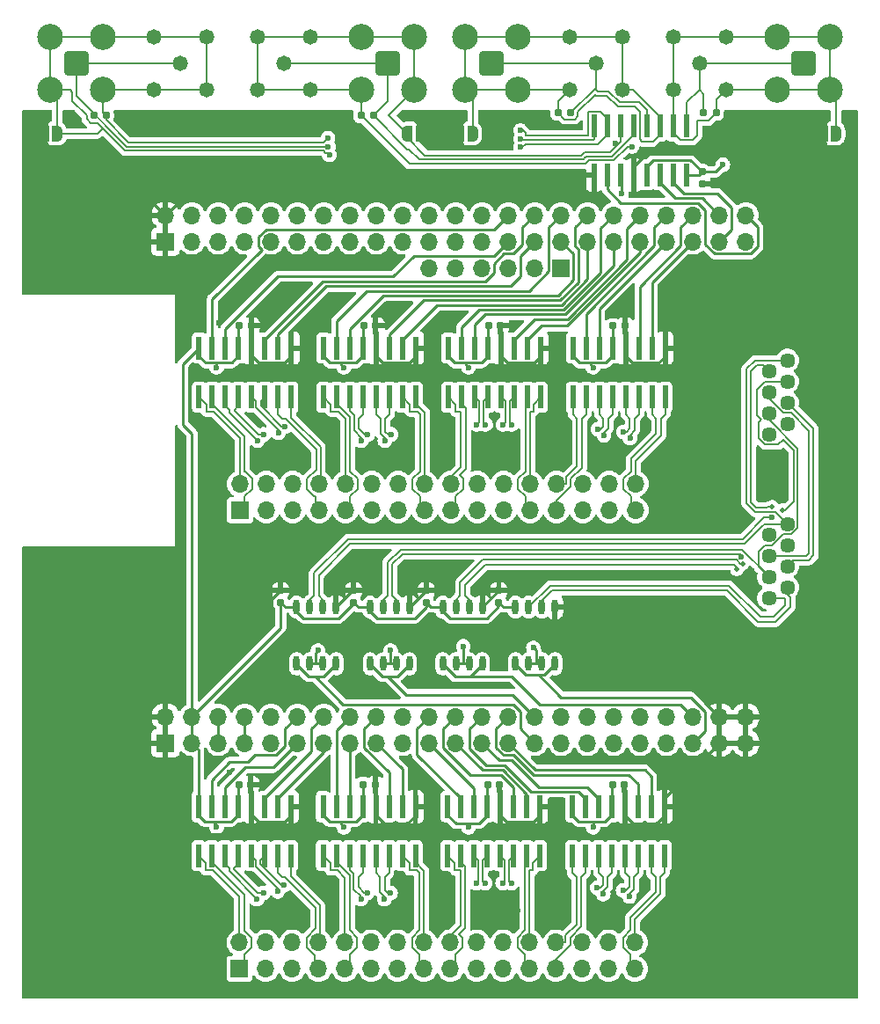
<source format=gbr>
%TF.GenerationSoftware,KiCad,Pcbnew,8.0.5-dirty*%
%TF.CreationDate,2024-10-02T03:35:21-04:00*%
%TF.ProjectId,LVDS_BeagleVFire_Cape,4c564453-5f42-4656-9167-6c6556466972,1*%
%TF.SameCoordinates,Original*%
%TF.FileFunction,Copper,L1,Top*%
%TF.FilePolarity,Positive*%
%FSLAX46Y46*%
G04 Gerber Fmt 4.6, Leading zero omitted, Abs format (unit mm)*
G04 Created by KiCad (PCBNEW 8.0.5-dirty) date 2024-10-02 03:35:21*
%MOMM*%
%LPD*%
G01*
G04 APERTURE LIST*
G04 Aperture macros list*
%AMRoundRect*
0 Rectangle with rounded corners*
0 $1 Rounding radius*
0 $2 $3 $4 $5 $6 $7 $8 $9 X,Y pos of 4 corners*
0 Add a 4 corners polygon primitive as box body*
4,1,4,$2,$3,$4,$5,$6,$7,$8,$9,$2,$3,0*
0 Add four circle primitives for the rounded corners*
1,1,$1+$1,$2,$3*
1,1,$1+$1,$4,$5*
1,1,$1+$1,$6,$7*
1,1,$1+$1,$8,$9*
0 Add four rect primitives between the rounded corners*
20,1,$1+$1,$2,$3,$4,$5,0*
20,1,$1+$1,$4,$5,$6,$7,0*
20,1,$1+$1,$6,$7,$8,$9,0*
20,1,$1+$1,$8,$9,$2,$3,0*%
%AMFreePoly0*
4,1,19,0.500000,-0.750000,0.000000,-0.750000,0.000000,-0.744911,-0.071157,-0.744911,-0.207708,-0.704816,-0.327430,-0.627875,-0.420627,-0.520320,-0.479746,-0.390866,-0.500000,-0.250000,-0.500000,0.250000,-0.479746,0.390866,-0.420627,0.520320,-0.327430,0.627875,-0.207708,0.704816,-0.071157,0.744911,0.000000,0.744911,0.000000,0.750000,0.500000,0.750000,0.500000,-0.750000,0.500000,-0.750000,
$1*%
%AMFreePoly1*
4,1,19,0.000000,0.744911,0.071157,0.744911,0.207708,0.704816,0.327430,0.627875,0.420627,0.520320,0.479746,0.390866,0.500000,0.250000,0.500000,-0.250000,0.479746,-0.390866,0.420627,-0.520320,0.327430,-0.627875,0.207708,-0.704816,0.071157,-0.744911,0.000000,-0.744911,0.000000,-0.750000,-0.500000,-0.750000,-0.500000,0.750000,0.000000,0.750000,0.000000,0.744911,0.000000,0.744911,
$1*%
G04 Aperture macros list end*
%TA.AperFunction,ComponentPad*%
%ADD10C,2.500000*%
%TD*%
%TA.AperFunction,ComponentPad*%
%ADD11RoundRect,0.200100X-0.949900X-0.949900X0.949900X-0.949900X0.949900X0.949900X-0.949900X0.949900X0*%
%TD*%
%TA.AperFunction,ComponentPad*%
%ADD12R,1.700000X1.700000*%
%TD*%
%TA.AperFunction,ComponentPad*%
%ADD13O,1.700000X1.700000*%
%TD*%
%TA.AperFunction,SMDPad,CuDef*%
%ADD14RoundRect,0.155000X0.155000X-0.212500X0.155000X0.212500X-0.155000X0.212500X-0.155000X-0.212500X0*%
%TD*%
%TA.AperFunction,SMDPad,CuDef*%
%ADD15O,0.599999X1.450000*%
%TD*%
%TA.AperFunction,SMDPad,CuDef*%
%ADD16R,0.558800X2.184400*%
%TD*%
%TA.AperFunction,SMDPad,CuDef*%
%ADD17RoundRect,0.155000X-0.212500X-0.155000X0.212500X-0.155000X0.212500X0.155000X-0.212500X0.155000X0*%
%TD*%
%TA.AperFunction,SMDPad,CuDef*%
%ADD18RoundRect,0.160000X0.197500X0.160000X-0.197500X0.160000X-0.197500X-0.160000X0.197500X-0.160000X0*%
%TD*%
%TA.AperFunction,SMDPad,CuDef*%
%ADD19FreePoly0,0.000000*%
%TD*%
%TA.AperFunction,SMDPad,CuDef*%
%ADD20FreePoly1,0.000000*%
%TD*%
%TA.AperFunction,SMDPad,CuDef*%
%ADD21RoundRect,0.160000X-0.197500X-0.160000X0.197500X-0.160000X0.197500X0.160000X-0.197500X0.160000X0*%
%TD*%
%TA.AperFunction,ComponentPad*%
%ADD22C,1.473200*%
%TD*%
%TA.AperFunction,SMDPad,CuDef*%
%ADD23RoundRect,0.155000X-0.155000X0.212500X-0.155000X-0.212500X0.155000X-0.212500X0.155000X0.212500X0*%
%TD*%
%TA.AperFunction,ComponentPad*%
%ADD24C,1.448000*%
%TD*%
%TA.AperFunction,SMDPad,CuDef*%
%ADD25FreePoly0,180.000000*%
%TD*%
%TA.AperFunction,SMDPad,CuDef*%
%ADD26FreePoly1,180.000000*%
%TD*%
%TA.AperFunction,ViaPad*%
%ADD27C,0.600000*%
%TD*%
%TA.AperFunction,ViaPad*%
%ADD28C,0.500000*%
%TD*%
%TA.AperFunction,Conductor*%
%ADD29C,0.250000*%
%TD*%
%TA.AperFunction,Conductor*%
%ADD30C,0.200000*%
%TD*%
G04 APERTURE END LIST*
D10*
%TO.P,J9,2,Ext*%
%TO.N,/Trigger Interface/NIM1+*%
X127790000Y-62540000D03*
X127790000Y-57460000D03*
X122710000Y-62540000D03*
X122710000Y-57460000D03*
D11*
%TO.P,J9,1,In*%
%TO.N,/Trigger Interface/NIM1-*%
X125250000Y-60000000D03*
%TD*%
D10*
%TO.P,J12,2,Ext*%
%TO.N,/Trigger Interface/NIM4+*%
X57790000Y-62540000D03*
X57790000Y-57460000D03*
X52710000Y-62540000D03*
X52710000Y-57460000D03*
D11*
%TO.P,J12,1,In*%
%TO.N,/Trigger Interface/NIM4-*%
X55250000Y-60000000D03*
%TD*%
%TO.P,J11,1,In*%
%TO.N,/Trigger Interface/NIM3-*%
X85250000Y-60000000D03*
D10*
%TO.P,J11,2,Ext*%
%TO.N,/Trigger Interface/NIM3+*%
X82710000Y-57460000D03*
X82710000Y-62540000D03*
X87790000Y-57460000D03*
X87790000Y-62540000D03*
%TD*%
%TO.P,J10,2,Ext*%
%TO.N,/Trigger Interface/NIM2+*%
X97790000Y-62540000D03*
X97790000Y-57460000D03*
X92710000Y-62540000D03*
X92710000Y-57460000D03*
D11*
%TO.P,J10,1,In*%
%TO.N,/Trigger Interface/NIM2-*%
X95250000Y-60000000D03*
%TD*%
D12*
%TO.P,P2,1,Pin_1*%
%TO.N,GND*%
X63830000Y-77145000D03*
D13*
%TO.P,P2,2,Pin_2*%
X63830000Y-74605000D03*
%TO.P,P2,3,Pin_3*%
%TO.N,/B0_HSIO6N*%
X66370000Y-77145000D03*
%TO.P,P2,4,Pin_4*%
%TO.N,/B0_HSIO6P*%
X66370000Y-74605000D03*
%TO.P,P2,5,Pin_5*%
%TO.N,/B0_HSIO12N*%
X68910000Y-77145000D03*
%TO.P,P2,6,Pin_6*%
%TO.N,/B0_HSIO12P*%
X68910000Y-74605000D03*
%TO.P,P2,7,Pin_7*%
%TO.N,/B0_HSIO30N*%
X71450000Y-77145000D03*
%TO.P,P2,8,Pin_8*%
%TO.N,/B0_HSIO30P*%
X71450000Y-74605000D03*
%TO.P,P2,9,Pin_9*%
%TO.N,/B0_HSIO8N*%
X73990000Y-77145000D03*
%TO.P,P2,10,Pin_10*%
%TO.N,/B0_HSIO8P*%
X73990000Y-74605000D03*
%TO.P,P2,11,Pin_11*%
%TO.N,/B0_HSIO7N*%
X76530000Y-77145000D03*
%TO.P,P2,12,Pin_12*%
%TO.N,/B0_HSIO7P*%
X76530000Y-74605000D03*
%TO.P,P2,13,Pin_13*%
%TO.N,/B1_GPIO47N*%
X79070000Y-77145000D03*
%TO.P,P2,14,Pin_14*%
%TO.N,/B1_GPIO47P*%
X79070000Y-74605000D03*
%TO.P,P2,15,Pin_15*%
%TO.N,/TS_BUS_SEL1*%
X81610000Y-77145000D03*
%TO.P,P2,16,Pin_16*%
%TO.N,/TS_BUS_SEL0*%
X81610000Y-74605000D03*
%TO.P,P2,17,Pin_17*%
%TO.N,/TS_BUS_SEL2*%
X84150000Y-77145000D03*
%TO.P,P2,18,Pin_18*%
%TO.N,/TS_BUS_SEL3*%
X84150000Y-74605000D03*
%TO.P,P2,19,Pin_19*%
%TO.N,/B0_HSIO19N*%
X86690000Y-77145000D03*
%TO.P,P2,20,Pin_20*%
%TO.N,/B0_HSIO15N*%
X86690000Y-74605000D03*
%TO.P,P2,21,Pin_21*%
%TO.N,/B0_HSIO9P*%
X89230000Y-77145000D03*
%TO.P,P2,22,Pin_22*%
%TO.N,/B0_HSIO9N*%
X89230000Y-74605000D03*
%TO.P,P2,23,Pin_23*%
%TO.N,/B0_HSIO18P*%
X91770000Y-77145000D03*
%TO.P,P2,24,Pin_24*%
%TO.N,/B0_HSIO18N*%
X91770000Y-74605000D03*
%TO.P,P2,25,Pin_25*%
%TO.N,/B0_HSIO16P*%
X94310000Y-77145000D03*
%TO.P,P2,26,Pin_26*%
%TO.N,/B1_GPIO49N*%
X94310000Y-74605000D03*
%TO.P,P2,27,Pin_27*%
%TO.N,/D17*%
X96850000Y-77145000D03*
%TO.P,P2,28,Pin_28*%
%TO.N,/D16*%
X96850000Y-74605000D03*
%TO.P,P2,29,Pin_29*%
%TO.N,/D19*%
X99390000Y-77145000D03*
%TO.P,P2,30,Pin_30*%
%TO.N,/D18*%
X99390000Y-74605000D03*
%TO.P,P2,31,Pin_31*%
%TO.N,/D21*%
X101930000Y-77145000D03*
%TO.P,P2,32,Pin_32*%
%TO.N,/D20*%
X101930000Y-74605000D03*
%TO.P,P2,33,Pin_33*%
%TO.N,/D23*%
X104470000Y-77145000D03*
%TO.P,P2,34,Pin_34*%
%TO.N,/D22*%
X104470000Y-74605000D03*
%TO.P,P2,35,Pin_35*%
%TO.N,/D25*%
X107010000Y-77145000D03*
%TO.P,P2,36,Pin_36*%
%TO.N,/D24*%
X107010000Y-74605000D03*
%TO.P,P2,37,Pin_37*%
%TO.N,/D27*%
X109550000Y-77145000D03*
%TO.P,P2,38,Pin_38*%
%TO.N,/D26*%
X109550000Y-74605000D03*
%TO.P,P2,39,Pin_39*%
%TO.N,/D29*%
X112090000Y-77145000D03*
%TO.P,P2,40,Pin_40*%
%TO.N,/D28*%
X112090000Y-74605000D03*
%TO.P,P2,41,Pin_41*%
%TO.N,/D31*%
X114630000Y-77145000D03*
%TO.P,P2,42,Pin_42*%
%TO.N,/D30*%
X114630000Y-74605000D03*
%TO.P,P2,43,Pin_43*%
%TO.N,/NIM0*%
X117170000Y-77145000D03*
%TO.P,P2,44,Pin_44*%
%TO.N,/NIM1*%
X117170000Y-74605000D03*
%TO.P,P2,45,Pin_45*%
%TO.N,/NIM2*%
X119710000Y-77145000D03*
%TO.P,P2,46,Pin_46*%
%TO.N,/NIM3*%
X119710000Y-74605000D03*
%TD*%
D12*
%TO.P,P1,1,Pin_1*%
%TO.N,GND*%
X63830000Y-125405000D03*
D13*
%TO.P,P1,2,Pin_2*%
X63830000Y-122865000D03*
%TO.P,P1,3,Pin_3*%
%TO.N,+3V3*%
X66370000Y-125405000D03*
%TO.P,P1,4,Pin_4*%
X66370000Y-122865000D03*
%TO.P,P1,5,Pin_5*%
%TO.N,+5V*%
X68910000Y-125405000D03*
%TO.P,P1,6,Pin_6*%
X68910000Y-122865000D03*
%TO.P,P1,7,Pin_7*%
%TO.N,VBUS*%
X71450000Y-125405000D03*
%TO.P,P1,8,Pin_8*%
X71450000Y-122865000D03*
%TO.P,P1,9,Pin_9*%
%TO.N,unconnected-(P1-Pin_9-Pad9)*%
X73990000Y-125405000D03*
%TO.P,P1,10,Pin_10*%
%TO.N,/~{SYS_RESET}*%
X73990000Y-122865000D03*
%TO.P,P1,11,Pin_11*%
%TO.N,/D1*%
X76530000Y-125405000D03*
%TO.P,P1,12,Pin_12*%
%TO.N,/D0*%
X76530000Y-122865000D03*
%TO.P,P1,13,Pin_13*%
%TO.N,/D3*%
X79070000Y-125405000D03*
%TO.P,P1,14,Pin_14*%
%TO.N,/D2*%
X79070000Y-122865000D03*
%TO.P,P1,15,Pin_15*%
%TO.N,/D5*%
X81610000Y-125405000D03*
%TO.P,P1,16,Pin_16*%
%TO.N,/D4*%
X81610000Y-122865000D03*
%TO.P,P1,17,Pin_17*%
%TO.N,/D7*%
X84150000Y-125405000D03*
%TO.P,P1,18,Pin_18*%
%TO.N,/D6*%
X84150000Y-122865000D03*
%TO.P,P1,19,Pin_19*%
%TO.N,/Fabric_I2C0_SDL*%
X86690000Y-125405000D03*
%TO.P,P1,20,Pin_20*%
%TO.N,/Fabric_I2C0_SDA*%
X86690000Y-122865000D03*
%TO.P,P1,21,Pin_21*%
%TO.N,/D9*%
X89230000Y-125405000D03*
%TO.P,P1,22,Pin_22*%
%TO.N,/D8*%
X89230000Y-122865000D03*
%TO.P,P1,23,Pin_23*%
%TO.N,/D11*%
X91770000Y-125405000D03*
%TO.P,P1,24,Pin_24*%
%TO.N,/D10*%
X91770000Y-122865000D03*
%TO.P,P1,25,Pin_25*%
%TO.N,/D13*%
X94310000Y-125405000D03*
%TO.P,P1,26,Pin_26*%
%TO.N,/D12*%
X94310000Y-122865000D03*
%TO.P,P1,27,Pin_27*%
%TO.N,/D15*%
X96850000Y-125405000D03*
%TO.P,P1,28,Pin_28*%
%TO.N,/D14*%
X96850000Y-122865000D03*
%TO.P,P1,29,Pin_29*%
%TO.N,/TS_BUS0*%
X99390000Y-125405000D03*
%TO.P,P1,30,Pin_30*%
%TO.N,/TS_BUS1*%
X99390000Y-122865000D03*
%TO.P,P1,31,Pin_31*%
%TO.N,/B1_GPIO4N*%
X101930000Y-125405000D03*
%TO.P,P1,32,Pin_32*%
%TO.N,+1V8*%
X101930000Y-122865000D03*
%TO.P,P1,33,Pin_33*%
%TO.N,/AIN4*%
X104470000Y-125405000D03*
%TO.P,P1,34,Pin_34*%
%TO.N,GNDA*%
X104470000Y-122865000D03*
%TO.P,P1,35,Pin_35*%
%TO.N,/AIN6*%
X107010000Y-125405000D03*
%TO.P,P1,36,Pin_36*%
%TO.N,/AIN5*%
X107010000Y-122865000D03*
%TO.P,P1,37,Pin_37*%
%TO.N,/AIN2*%
X109550000Y-125405000D03*
%TO.P,P1,38,Pin_38*%
%TO.N,/AIN3*%
X109550000Y-122865000D03*
%TO.P,P1,39,Pin_39*%
%TO.N,/AIN0*%
X112090000Y-125405000D03*
%TO.P,P1,40,Pin_40*%
%TO.N,/AIN1*%
X112090000Y-122865000D03*
%TO.P,P1,41,Pin_41*%
%TO.N,/TS_BUS3*%
X114630000Y-125405000D03*
%TO.P,P1,42,Pin_42*%
%TO.N,/TS_BUS2*%
X114630000Y-122865000D03*
%TO.P,P1,43,Pin_43*%
%TO.N,GND*%
X117170000Y-125405000D03*
%TO.P,P1,44,Pin_44*%
X117170000Y-122865000D03*
%TO.P,P1,45,Pin_45*%
X119710000Y-125405000D03*
%TO.P,P1,46,Pin_46*%
X119710000Y-122865000D03*
%TD*%
D14*
%TO.P,C12,1*%
%TO.N,+3V3*%
X95929999Y-111867498D03*
%TO.P,C12,2*%
%TO.N,GND*%
X95929999Y-110732498D03*
%TD*%
D15*
%TO.P,U10,1,R*%
%TO.N,/TS_BUS1*%
X83524999Y-117774999D03*
%TO.P,U10,2,RE_N*%
%TO.N,/TS_BUS_SEL1*%
X84794999Y-117774999D03*
%TO.P,U10,3,DE*%
X86064999Y-117774999D03*
%TO.P,U10,4,D*%
%TO.N,/TS_BUS1*%
X87334999Y-117774999D03*
%TO.P,U10,5,GND*%
%TO.N,GND*%
X87334999Y-112325000D03*
%TO.P,U10,6,A*%
%TO.N,/Trigger Interface/D2+*%
X86064999Y-112325000D03*
%TO.P,U10,7,B*%
%TO.N,/Trigger Interface/D2-*%
X84794999Y-112325000D03*
%TO.P,U10,8,VCC*%
%TO.N,+3V3*%
X83524999Y-112325000D03*
%TD*%
D16*
%TO.P,U1,16,EN*%
%TO.N,+3V3*%
X67000000Y-131525600D03*
%TO.P,U1,15,ROUT1*%
%TO.N,/D0*%
X68270000Y-131525600D03*
%TO.P,U1,14,ROUT2*%
%TO.N,/D1*%
X69540000Y-131525600D03*
%TO.P,U1,13,VCC*%
%TO.N,+3V3*%
X70810000Y-131525600D03*
%TO.P,U1,12,GND*%
%TO.N,GND*%
X72080000Y-131525600D03*
%TO.P,U1,11,ROUT3*%
%TO.N,/D2*%
X73350000Y-131525600D03*
%TO.P,U1,10,ROUT4*%
%TO.N,/D3*%
X74620000Y-131525600D03*
%TO.P,U1,9,\u002AEN*%
%TO.N,GND*%
X75890000Y-131525600D03*
%TO.P,U1,8*%
%TO.N,/Discriminator Inputs/Port A/In3-*%
X75890000Y-136250000D03*
%TO.P,U1,7,RIN4+*%
%TO.N,/Discriminator Inputs/Port A/In3+*%
X74620000Y-136250000D03*
%TO.P,U1,6,RIN3+*%
%TO.N,/Discriminator Inputs/Port A/In2+*%
X73350000Y-136250000D03*
%TO.P,U1,5*%
%TO.N,/Discriminator Inputs/Port A/In2-*%
X72080000Y-136250000D03*
%TO.P,U1,4*%
%TO.N,/Discriminator Inputs/Port A/In1-*%
X70810000Y-136250000D03*
%TO.P,U1,3,RIN2+*%
%TO.N,/Discriminator Inputs/Port A/In1+*%
X69540000Y-136250000D03*
%TO.P,U1,2,RIN1+*%
%TO.N,/Discriminator Inputs/Port A/In0+*%
X68270000Y-136250000D03*
%TO.P,U1,1*%
%TO.N,/Discriminator Inputs/Port A/In0-*%
X67000000Y-136250000D03*
%TD*%
D17*
%TO.P,C6,2*%
%TO.N,GND*%
X84067500Y-85250000D03*
%TO.P,C6,1*%
%TO.N,+3V3*%
X82932500Y-85250000D03*
%TD*%
D18*
%TO.P,R2,1*%
%TO.N,/Trigger Interface/NIM2-*%
X102847500Y-64750000D03*
%TO.P,R2,2*%
%TO.N,/Trigger Interface/NIM2+*%
X101652500Y-64750000D03*
%TD*%
D16*
%TO.P,U6,16,EN*%
%TO.N,+3V3*%
X79055000Y-87387800D03*
%TO.P,U6,15,ROUT1*%
%TO.N,/D20*%
X80325000Y-87387800D03*
%TO.P,U6,14,ROUT2*%
%TO.N,/D21*%
X81595000Y-87387800D03*
%TO.P,U6,13,VCC*%
%TO.N,+3V3*%
X82865000Y-87387800D03*
%TO.P,U6,12,GND*%
%TO.N,GND*%
X84135000Y-87387800D03*
%TO.P,U6,11,ROUT3*%
%TO.N,/D22*%
X85405000Y-87387800D03*
%TO.P,U6,10,ROUT4*%
%TO.N,/D23*%
X86675000Y-87387800D03*
%TO.P,U6,9,\u002AEN*%
%TO.N,GND*%
X87945000Y-87387800D03*
%TO.P,U6,8*%
%TO.N,/Discriminator Inputs/Port B/In7-*%
X87945000Y-92112200D03*
%TO.P,U6,7,RIN4+*%
%TO.N,/Discriminator Inputs/Port B/In7+*%
X86675000Y-92112200D03*
%TO.P,U6,6,RIN3+*%
%TO.N,/Discriminator Inputs/Port B/In6+*%
X85405000Y-92112200D03*
%TO.P,U6,5*%
%TO.N,/Discriminator Inputs/Port B/In6-*%
X84135000Y-92112200D03*
%TO.P,U6,4*%
%TO.N,/Discriminator Inputs/Port B/In5-*%
X82865000Y-92112200D03*
%TO.P,U6,3,RIN2+*%
%TO.N,/Discriminator Inputs/Port B/In5+*%
X81595000Y-92112200D03*
%TO.P,U6,2,RIN1+*%
%TO.N,/Discriminator Inputs/Port B/In4+*%
X80325000Y-92112200D03*
%TO.P,U6,1*%
%TO.N,/Discriminator Inputs/Port B/In4-*%
X79055000Y-92112200D03*
%TD*%
D19*
%TO.P,JP1,1,A*%
%TO.N,GND*%
X127100000Y-66750000D03*
D20*
%TO.P,JP1,2,B*%
%TO.N,/Trigger Interface/NIM1+*%
X128400000Y-66750000D03*
%TD*%
D13*
%TO.P,J1,32,Pin_32*%
%TO.N,/Discriminator Inputs/Port A/In15-*%
X109045000Y-144597800D03*
%TO.P,J1,31,Pin_31*%
%TO.N,/Discriminator Inputs/Port A/In15+*%
X109045000Y-147137800D03*
%TO.P,J1,30,Pin_30*%
%TO.N,/Discriminator Inputs/Port A/In14-*%
X106505000Y-144597800D03*
%TO.P,J1,29,Pin_29*%
%TO.N,/Discriminator Inputs/Port A/In14+*%
X106505000Y-147137800D03*
%TO.P,J1,28,Pin_28*%
%TO.N,/Discriminator Inputs/Port A/In13-*%
X103965000Y-144597800D03*
%TO.P,J1,27,Pin_27*%
%TO.N,/Discriminator Inputs/Port A/In13+*%
X103965000Y-147137800D03*
%TO.P,J1,26,Pin_26*%
%TO.N,/Discriminator Inputs/Port A/In12-*%
X101425000Y-144597800D03*
%TO.P,J1,25,Pin_25*%
%TO.N,/Discriminator Inputs/Port A/In12+*%
X101425000Y-147137800D03*
%TO.P,J1,24,Pin_24*%
%TO.N,/Discriminator Inputs/Port A/In11-*%
X98885000Y-144597800D03*
%TO.P,J1,23,Pin_23*%
%TO.N,/Discriminator Inputs/Port A/In11+*%
X98885000Y-147137800D03*
%TO.P,J1,22,Pin_22*%
%TO.N,/Discriminator Inputs/Port A/In10-*%
X96345000Y-144597800D03*
%TO.P,J1,21,Pin_21*%
%TO.N,/Discriminator Inputs/Port A/In10+*%
X96345000Y-147137800D03*
%TO.P,J1,20,Pin_20*%
%TO.N,/Discriminator Inputs/Port A/In9-*%
X93805000Y-144597800D03*
%TO.P,J1,19,Pin_19*%
%TO.N,/Discriminator Inputs/Port A/In9+*%
X93805000Y-147137800D03*
%TO.P,J1,18,Pin_18*%
%TO.N,/Discriminator Inputs/Port A/In8-*%
X91265000Y-144597800D03*
%TO.P,J1,17,Pin_17*%
%TO.N,/Discriminator Inputs/Port A/In8+*%
X91265000Y-147137800D03*
%TO.P,J1,16,Pin_16*%
%TO.N,/Discriminator Inputs/Port A/In7-*%
X88725000Y-144597800D03*
%TO.P,J1,15,Pin_15*%
%TO.N,/Discriminator Inputs/Port A/In7+*%
X88725000Y-147137800D03*
%TO.P,J1,14,Pin_14*%
%TO.N,/Discriminator Inputs/Port A/In6-*%
X86185000Y-144597800D03*
%TO.P,J1,13,Pin_13*%
%TO.N,/Discriminator Inputs/Port A/In6+*%
X86185000Y-147137800D03*
%TO.P,J1,12,Pin_12*%
%TO.N,/Discriminator Inputs/Port A/In5-*%
X83645000Y-144597800D03*
%TO.P,J1,11,Pin_11*%
%TO.N,/Discriminator Inputs/Port A/In5+*%
X83645000Y-147137800D03*
%TO.P,J1,10,Pin_10*%
%TO.N,/Discriminator Inputs/Port A/In4-*%
X81105000Y-144597800D03*
%TO.P,J1,9,Pin_9*%
%TO.N,/Discriminator Inputs/Port A/In4+*%
X81105000Y-147137800D03*
%TO.P,J1,8,Pin_8*%
%TO.N,/Discriminator Inputs/Port A/In3-*%
X78565000Y-144597800D03*
%TO.P,J1,7,Pin_7*%
%TO.N,/Discriminator Inputs/Port A/In3+*%
X78565000Y-147137800D03*
%TO.P,J1,6,Pin_6*%
%TO.N,/Discriminator Inputs/Port A/In2-*%
X76025000Y-144597800D03*
%TO.P,J1,5,Pin_5*%
%TO.N,/Discriminator Inputs/Port A/In2+*%
X76025000Y-147137800D03*
%TO.P,J1,4,Pin_4*%
%TO.N,/Discriminator Inputs/Port A/In1-*%
X73485000Y-144597800D03*
%TO.P,J1,3,Pin_3*%
%TO.N,/Discriminator Inputs/Port A/In1+*%
X73485000Y-147137800D03*
%TO.P,J1,2,Pin_2*%
%TO.N,/Discriminator Inputs/Port A/In0-*%
X70945000Y-144597800D03*
D12*
%TO.P,J1,1,Pin_1*%
%TO.N,/Discriminator Inputs/Port A/In0+*%
X70945000Y-147137800D03*
%TD*%
D14*
%TO.P,C11,1*%
%TO.N,+3V3*%
X88929999Y-111867498D03*
%TO.P,C11,2*%
%TO.N,GND*%
X88929999Y-110732498D03*
%TD*%
D16*
%TO.P,U3,16,EN*%
%TO.N,+3V3*%
X91000000Y-131525600D03*
%TO.P,U3,15,ROUT1*%
%TO.N,/D8*%
X92270000Y-131525600D03*
%TO.P,U3,14,ROUT2*%
%TO.N,/D9*%
X93540000Y-131525600D03*
%TO.P,U3,13,VCC*%
%TO.N,+3V3*%
X94810000Y-131525600D03*
%TO.P,U3,12,GND*%
%TO.N,GND*%
X96080000Y-131525600D03*
%TO.P,U3,11,ROUT3*%
%TO.N,/D10*%
X97350000Y-131525600D03*
%TO.P,U3,10,ROUT4*%
%TO.N,/D11*%
X98620000Y-131525600D03*
%TO.P,U3,9,\u002AEN*%
%TO.N,GND*%
X99890000Y-131525600D03*
%TO.P,U3,8*%
%TO.N,/Discriminator Inputs/Port A/In11-*%
X99890000Y-136250000D03*
%TO.P,U3,7,RIN4+*%
%TO.N,/Discriminator Inputs/Port A/In11+*%
X98620000Y-136250000D03*
%TO.P,U3,6,RIN3+*%
%TO.N,/Discriminator Inputs/Port A/In10+*%
X97350000Y-136250000D03*
%TO.P,U3,5*%
%TO.N,/Discriminator Inputs/Port A/In10-*%
X96080000Y-136250000D03*
%TO.P,U3,4*%
%TO.N,/Discriminator Inputs/Port A/In9-*%
X94810000Y-136250000D03*
%TO.P,U3,3,RIN2+*%
%TO.N,/Discriminator Inputs/Port A/In9+*%
X93540000Y-136250000D03*
%TO.P,U3,2,RIN1+*%
%TO.N,/Discriminator Inputs/Port A/In8+*%
X92270000Y-136250000D03*
%TO.P,U3,1*%
%TO.N,/Discriminator Inputs/Port A/In8-*%
X91000000Y-136250000D03*
%TD*%
D15*
%TO.P,U9,1,R*%
%TO.N,/TS_BUS0*%
X76449999Y-117774999D03*
%TO.P,U9,2,RE_N*%
%TO.N,/TS_BUS_SEL0*%
X77719999Y-117774999D03*
%TO.P,U9,3,DE*%
X78989999Y-117774999D03*
%TO.P,U9,4,D*%
%TO.N,/TS_BUS0*%
X80259999Y-117774999D03*
%TO.P,U9,5,GND*%
%TO.N,GND*%
X80259999Y-112325000D03*
%TO.P,U9,6,A*%
%TO.N,/Trigger Interface/D1+*%
X78989999Y-112325000D03*
%TO.P,U9,7,B*%
%TO.N,/Trigger Interface/D1-*%
X77719999Y-112325000D03*
%TO.P,U9,8,VCC*%
%TO.N,+3V3*%
X76449999Y-112325000D03*
%TD*%
D17*
%TO.P,C1,2*%
%TO.N,GND*%
X72012500Y-129387800D03*
%TO.P,C1,1*%
%TO.N,+3V3*%
X70877500Y-129387800D03*
%TD*%
D14*
%TO.P,C10,1*%
%TO.N,+3V3*%
X81929999Y-111867498D03*
%TO.P,C10,2*%
%TO.N,GND*%
X81929999Y-110732498D03*
%TD*%
D16*
%TO.P,U2,16,EN*%
%TO.N,+3V3*%
X79000000Y-131525600D03*
%TO.P,U2,15,ROUT1*%
%TO.N,/D4*%
X80270000Y-131525600D03*
%TO.P,U2,14,ROUT2*%
%TO.N,/D5*%
X81540000Y-131525600D03*
%TO.P,U2,13,VCC*%
%TO.N,+3V3*%
X82810000Y-131525600D03*
%TO.P,U2,12,GND*%
%TO.N,GND*%
X84080000Y-131525600D03*
%TO.P,U2,11,ROUT3*%
%TO.N,/D6*%
X85350000Y-131525600D03*
%TO.P,U2,10,ROUT4*%
%TO.N,/D7*%
X86620000Y-131525600D03*
%TO.P,U2,9,\u002AEN*%
%TO.N,GND*%
X87890000Y-131525600D03*
%TO.P,U2,8*%
%TO.N,/Discriminator Inputs/Port A/In7-*%
X87890000Y-136250000D03*
%TO.P,U2,7,RIN4+*%
%TO.N,/Discriminator Inputs/Port A/In7+*%
X86620000Y-136250000D03*
%TO.P,U2,6,RIN3+*%
%TO.N,/Discriminator Inputs/Port A/In6+*%
X85350000Y-136250000D03*
%TO.P,U2,5*%
%TO.N,/Discriminator Inputs/Port A/In6-*%
X84080000Y-136250000D03*
%TO.P,U2,4*%
%TO.N,/Discriminator Inputs/Port A/In5-*%
X82810000Y-136250000D03*
%TO.P,U2,3,RIN2+*%
%TO.N,/Discriminator Inputs/Port A/In5+*%
X81540000Y-136250000D03*
%TO.P,U2,2,RIN1+*%
%TO.N,/Discriminator Inputs/Port A/In4+*%
X80270000Y-136250000D03*
%TO.P,U2,1*%
%TO.N,/Discriminator Inputs/Port A/In4-*%
X79000000Y-136250000D03*
%TD*%
D18*
%TO.P,R4,1*%
%TO.N,/Trigger Interface/NIM4+*%
X58097500Y-65000000D03*
%TO.P,R4,2*%
%TO.N,/Trigger Interface/NIM4-*%
X56902500Y-65000000D03*
%TD*%
D16*
%TO.P,U7,16,EN*%
%TO.N,+3V3*%
X91055000Y-87387800D03*
%TO.P,U7,15,ROUT1*%
%TO.N,/D24*%
X92325000Y-87387800D03*
%TO.P,U7,14,ROUT2*%
%TO.N,/D25*%
X93595000Y-87387800D03*
%TO.P,U7,13,VCC*%
%TO.N,+3V3*%
X94865000Y-87387800D03*
%TO.P,U7,12,GND*%
%TO.N,GND*%
X96135000Y-87387800D03*
%TO.P,U7,11,ROUT3*%
%TO.N,/D26*%
X97405000Y-87387800D03*
%TO.P,U7,10,ROUT4*%
%TO.N,/D27*%
X98675000Y-87387800D03*
%TO.P,U7,9,\u002AEN*%
%TO.N,GND*%
X99945000Y-87387800D03*
%TO.P,U7,8*%
%TO.N,/Discriminator Inputs/Port B/In11-*%
X99945000Y-92112200D03*
%TO.P,U7,7,RIN4+*%
%TO.N,/Discriminator Inputs/Port B/In11+*%
X98675000Y-92112200D03*
%TO.P,U7,6,RIN3+*%
%TO.N,/Discriminator Inputs/Port B/In10+*%
X97405000Y-92112200D03*
%TO.P,U7,5*%
%TO.N,/Discriminator Inputs/Port B/In10-*%
X96135000Y-92112200D03*
%TO.P,U7,4*%
%TO.N,/Discriminator Inputs/Port B/In9-*%
X94865000Y-92112200D03*
%TO.P,U7,3,RIN2+*%
%TO.N,/Discriminator Inputs/Port B/In9+*%
X93595000Y-92112200D03*
%TO.P,U7,2,RIN1+*%
%TO.N,/Discriminator Inputs/Port B/In8+*%
X92325000Y-92112200D03*
%TO.P,U7,1*%
%TO.N,/Discriminator Inputs/Port B/In8-*%
X91055000Y-92112200D03*
%TD*%
D21*
%TO.P,R1,1*%
%TO.N,/Trigger Interface/NIM1-*%
X115652500Y-64750000D03*
%TO.P,R1,2*%
%TO.N,/Trigger Interface/NIM1+*%
X116847500Y-64750000D03*
%TD*%
D17*
%TO.P,C3,2*%
%TO.N,GND*%
X96012500Y-129387800D03*
%TO.P,C3,1*%
%TO.N,+3V3*%
X94877500Y-129387800D03*
%TD*%
D16*
%TO.P,U5,16,EN*%
%TO.N,+3V3*%
X67055000Y-87387800D03*
%TO.P,U5,15,ROUT1*%
%TO.N,/D16*%
X68325000Y-87387800D03*
%TO.P,U5,14,ROUT2*%
%TO.N,/D17*%
X69595000Y-87387800D03*
%TO.P,U5,13,VCC*%
%TO.N,+3V3*%
X70865000Y-87387800D03*
%TO.P,U5,12,GND*%
%TO.N,GND*%
X72135000Y-87387800D03*
%TO.P,U5,11,ROUT3*%
%TO.N,/D18*%
X73405000Y-87387800D03*
%TO.P,U5,10,ROUT4*%
%TO.N,/D19*%
X74675000Y-87387800D03*
%TO.P,U5,9,\u002AEN*%
%TO.N,GND*%
X75945000Y-87387800D03*
%TO.P,U5,8*%
%TO.N,/Discriminator Inputs/Port B/In3-*%
X75945000Y-92112200D03*
%TO.P,U5,7,RIN4+*%
%TO.N,/Discriminator Inputs/Port B/In3+*%
X74675000Y-92112200D03*
%TO.P,U5,6,RIN3+*%
%TO.N,/Discriminator Inputs/Port B/In2+*%
X73405000Y-92112200D03*
%TO.P,U5,5*%
%TO.N,/Discriminator Inputs/Port B/In2-*%
X72135000Y-92112200D03*
%TO.P,U5,4*%
%TO.N,/Discriminator Inputs/Port B/In1-*%
X70865000Y-92112200D03*
%TO.P,U5,3,RIN2+*%
%TO.N,/Discriminator Inputs/Port B/In1+*%
X69595000Y-92112200D03*
%TO.P,U5,2,RIN1+*%
%TO.N,/Discriminator Inputs/Port B/In0+*%
X68325000Y-92112200D03*
%TO.P,U5,1*%
%TO.N,/Discriminator Inputs/Port B/In0-*%
X67055000Y-92112200D03*
%TD*%
D17*
%TO.P,C7,2*%
%TO.N,GND*%
X96067500Y-85250000D03*
%TO.P,C7,1*%
%TO.N,+3V3*%
X94932500Y-85250000D03*
%TD*%
D22*
%TO.P,J7,1,In*%
%TO.N,/Trigger Interface/NIM4-*%
X65250000Y-60000000D03*
%TO.P,J7,2,Ext*%
%TO.N,/Trigger Interface/NIM4+*%
X62710000Y-57460000D03*
X62710000Y-62540000D03*
X67790000Y-57460000D03*
X67790000Y-62540000D03*
%TD*%
D15*
%TO.P,U12,1,R*%
%TO.N,/TS_BUS3*%
X97524999Y-117774999D03*
%TO.P,U12,2,RE_N*%
%TO.N,/TS_BUS_SEL3*%
X98794999Y-117774999D03*
%TO.P,U12,3,DE*%
X100064999Y-117774999D03*
%TO.P,U12,4,D*%
%TO.N,/TS_BUS3*%
X101334999Y-117774999D03*
%TO.P,U12,5,GND*%
%TO.N,GND*%
X101334999Y-112325000D03*
%TO.P,U12,6,A*%
%TO.N,/Trigger Interface/D4+*%
X100064999Y-112325000D03*
%TO.P,U12,7,B*%
%TO.N,/Trigger Interface/D4-*%
X98794999Y-112325000D03*
%TO.P,U12,8,VCC*%
%TO.N,+3V3*%
X97524999Y-112325000D03*
%TD*%
D22*
%TO.P,J6,1,In*%
%TO.N,/Trigger Interface/NIM3-*%
X75250000Y-60000000D03*
%TO.P,J6,2,Ext*%
%TO.N,/Trigger Interface/NIM3+*%
X72710000Y-57460000D03*
X72710000Y-62540000D03*
X77790000Y-57460000D03*
X77790000Y-62540000D03*
%TD*%
D19*
%TO.P,JP2,1,A*%
%TO.N,GND*%
X92100000Y-66750000D03*
D20*
%TO.P,JP2,2,B*%
%TO.N,/Trigger Interface/NIM2+*%
X93400000Y-66750000D03*
%TD*%
D16*
%TO.P,U8,16,EN*%
%TO.N,+3V3*%
X103055000Y-87387800D03*
%TO.P,U8,15,ROUT1*%
%TO.N,/D28*%
X104325000Y-87387800D03*
%TO.P,U8,14,ROUT2*%
%TO.N,/D29*%
X105595000Y-87387800D03*
%TO.P,U8,13,VCC*%
%TO.N,+3V3*%
X106865000Y-87387800D03*
%TO.P,U8,12,GND*%
%TO.N,GND*%
X108135000Y-87387800D03*
%TO.P,U8,11,ROUT3*%
%TO.N,/D30*%
X109405000Y-87387800D03*
%TO.P,U8,10,ROUT4*%
%TO.N,/D31*%
X110675000Y-87387800D03*
%TO.P,U8,9,\u002AEN*%
%TO.N,GND*%
X111945000Y-87387800D03*
%TO.P,U8,8*%
%TO.N,/Discriminator Inputs/Port B/In15-*%
X111945000Y-92112200D03*
%TO.P,U8,7,RIN4+*%
%TO.N,/Discriminator Inputs/Port B/In15+*%
X110675000Y-92112200D03*
%TO.P,U8,6,RIN3+*%
%TO.N,/Discriminator Inputs/Port B/In14+*%
X109405000Y-92112200D03*
%TO.P,U8,5*%
%TO.N,/Discriminator Inputs/Port B/In14-*%
X108135000Y-92112200D03*
%TO.P,U8,4*%
%TO.N,/Discriminator Inputs/Port B/In13-*%
X106865000Y-92112200D03*
%TO.P,U8,3,RIN2+*%
%TO.N,/Discriminator Inputs/Port B/In13+*%
X105595000Y-92112200D03*
%TO.P,U8,2,RIN1+*%
%TO.N,/Discriminator Inputs/Port B/In12+*%
X104325000Y-92112200D03*
%TO.P,U8,1*%
%TO.N,/Discriminator Inputs/Port B/In12-*%
X103055000Y-92112200D03*
%TD*%
D17*
%TO.P,C2,2*%
%TO.N,GND*%
X84012500Y-129387800D03*
%TO.P,C2,1*%
%TO.N,+3V3*%
X82877500Y-129387800D03*
%TD*%
%TO.P,C5,2*%
%TO.N,GND*%
X72067500Y-85250000D03*
%TO.P,C5,1*%
%TO.N,+3V3*%
X70932500Y-85250000D03*
%TD*%
D23*
%TO.P,C17,1*%
%TO.N,+3V3*%
X115500000Y-70432500D03*
%TO.P,C17,2*%
%TO.N,GND*%
X115500000Y-71567500D03*
%TD*%
D17*
%TO.P,C4,2*%
%TO.N,GND*%
X108012500Y-129387800D03*
%TO.P,C4,1*%
%TO.N,+3V3*%
X106877500Y-129387800D03*
%TD*%
D22*
%TO.P,J5,2,Ext*%
%TO.N,/Trigger Interface/NIM2+*%
X107790000Y-62540000D03*
X107790000Y-57460000D03*
X102710000Y-62540000D03*
X102710000Y-57460000D03*
%TO.P,J5,1,In*%
%TO.N,/Trigger Interface/NIM2-*%
X105250000Y-60000000D03*
%TD*%
D24*
%TO.P,J3,2_8,2_8*%
%TO.N,/Trigger Interface/D4-*%
X121930000Y-95685000D03*
%TO.P,J3,2_7,2_7*%
%TO.N,/Trigger Interface/D4+*%
X123710000Y-94669000D03*
%TO.P,J3,2_6,2_6*%
%TO.N,/Trigger Interface/D2-*%
X121930000Y-93653000D03*
%TO.P,J3,2_5,2_5*%
%TO.N,/Trigger Interface/D3+*%
X123710000Y-92637000D03*
%TO.P,J3,2_4,2_4*%
%TO.N,/Trigger Interface/D3-*%
X121930000Y-91621000D03*
%TO.P,J3,2_3,2_3*%
%TO.N,/Trigger Interface/D2+*%
X123710000Y-90605000D03*
%TO.P,J3,2_2,2_2*%
%TO.N,/Trigger Interface/D1-*%
X121930000Y-89589000D03*
%TO.P,J3,2_1,2_1*%
%TO.N,/Trigger Interface/D1+*%
X123710000Y-88573000D03*
%TO.P,J3,1_8,1_8*%
%TO.N,/Trigger Interface/D4-*%
X121930000Y-111435000D03*
%TO.P,J3,1_7,1_7*%
%TO.N,/Trigger Interface/D4+*%
X123710000Y-110419000D03*
%TO.P,J3,1_6,1_6*%
%TO.N,/Trigger Interface/D2-*%
X121930000Y-109403000D03*
%TO.P,J3,1_5,1_5*%
%TO.N,/Trigger Interface/D3+*%
X123710000Y-108387000D03*
%TO.P,J3,1_4,1_4*%
%TO.N,/Trigger Interface/D3-*%
X121930000Y-107371000D03*
%TO.P,J3,1_3,1_3*%
%TO.N,/Trigger Interface/D2+*%
X123710000Y-106355000D03*
%TO.P,J3,1_2,1_2*%
%TO.N,/Trigger Interface/D1-*%
X121930000Y-105339000D03*
%TO.P,J3,1_1,1_1*%
%TO.N,/Trigger Interface/D1+*%
X123710000Y-104323000D03*
%TD*%
D12*
%TO.P,J8,1,Pin_1*%
%TO.N,GNDX*%
X101930000Y-79685000D03*
D13*
%TO.P,J8,2,Pin_2*%
%TO.N,unconnected-(J8-Pin_2-Pad2)*%
X99390000Y-79685000D03*
%TO.P,J8,3,Pin_3*%
%TO.N,unconnected-(J8-Pin_3-Pad3)*%
X96850000Y-79685000D03*
%TO.P,J8,4,Pin_4*%
%TO.N,/RXD*%
X94310000Y-79685000D03*
%TO.P,J8,5,Pin_5*%
%TO.N,/TXD*%
X91770000Y-79685000D03*
%TO.P,J8,6,Pin_6*%
%TO.N,unconnected-(J8-Pin_6-Pad6)*%
X89230000Y-79685000D03*
%TD*%
D22*
%TO.P,J4,1,In*%
%TO.N,/Trigger Interface/NIM1-*%
X115250000Y-60000000D03*
%TO.P,J4,2,Ext*%
%TO.N,/Trigger Interface/NIM1+*%
X112710000Y-57460000D03*
X112710000Y-62540000D03*
X117790000Y-57460000D03*
X117790000Y-62540000D03*
%TD*%
D13*
%TO.P,J2,32,Pin_32*%
%TO.N,/Discriminator Inputs/Port B/In15-*%
X109100000Y-100460000D03*
%TO.P,J2,31,Pin_31*%
%TO.N,/Discriminator Inputs/Port B/In15+*%
X109100000Y-103000000D03*
%TO.P,J2,30,Pin_30*%
%TO.N,/Discriminator Inputs/Port B/In14-*%
X106560000Y-100460000D03*
%TO.P,J2,29,Pin_29*%
%TO.N,/Discriminator Inputs/Port B/In14+*%
X106560000Y-103000000D03*
%TO.P,J2,28,Pin_28*%
%TO.N,/Discriminator Inputs/Port B/In13-*%
X104020000Y-100460000D03*
%TO.P,J2,27,Pin_27*%
%TO.N,/Discriminator Inputs/Port B/In13+*%
X104020000Y-103000000D03*
%TO.P,J2,26,Pin_26*%
%TO.N,/Discriminator Inputs/Port B/In12-*%
X101480000Y-100460000D03*
%TO.P,J2,25,Pin_25*%
%TO.N,/Discriminator Inputs/Port B/In12+*%
X101480000Y-103000000D03*
%TO.P,J2,24,Pin_24*%
%TO.N,/Discriminator Inputs/Port B/In11-*%
X98940000Y-100460000D03*
%TO.P,J2,23,Pin_23*%
%TO.N,/Discriminator Inputs/Port B/In11+*%
X98940000Y-103000000D03*
%TO.P,J2,22,Pin_22*%
%TO.N,/Discriminator Inputs/Port B/In10-*%
X96400000Y-100460000D03*
%TO.P,J2,21,Pin_21*%
%TO.N,/Discriminator Inputs/Port B/In10+*%
X96400000Y-103000000D03*
%TO.P,J2,20,Pin_20*%
%TO.N,/Discriminator Inputs/Port B/In9-*%
X93860000Y-100460000D03*
%TO.P,J2,19,Pin_19*%
%TO.N,/Discriminator Inputs/Port B/In9+*%
X93860000Y-103000000D03*
%TO.P,J2,18,Pin_18*%
%TO.N,/Discriminator Inputs/Port B/In8-*%
X91320000Y-100460000D03*
%TO.P,J2,17,Pin_17*%
%TO.N,/Discriminator Inputs/Port B/In8+*%
X91320000Y-103000000D03*
%TO.P,J2,16,Pin_16*%
%TO.N,/Discriminator Inputs/Port B/In7-*%
X88780000Y-100460000D03*
%TO.P,J2,15,Pin_15*%
%TO.N,/Discriminator Inputs/Port B/In7+*%
X88780000Y-103000000D03*
%TO.P,J2,14,Pin_14*%
%TO.N,/Discriminator Inputs/Port B/In6-*%
X86240000Y-100460000D03*
%TO.P,J2,13,Pin_13*%
%TO.N,/Discriminator Inputs/Port B/In6+*%
X86240000Y-103000000D03*
%TO.P,J2,12,Pin_12*%
%TO.N,/Discriminator Inputs/Port B/In5-*%
X83700000Y-100460000D03*
%TO.P,J2,11,Pin_11*%
%TO.N,/Discriminator Inputs/Port B/In5+*%
X83700000Y-103000000D03*
%TO.P,J2,10,Pin_10*%
%TO.N,/Discriminator Inputs/Port B/In4-*%
X81160000Y-100460000D03*
%TO.P,J2,9,Pin_9*%
%TO.N,/Discriminator Inputs/Port B/In4+*%
X81160000Y-103000000D03*
%TO.P,J2,8,Pin_8*%
%TO.N,/Discriminator Inputs/Port B/In3-*%
X78620000Y-100460000D03*
%TO.P,J2,7,Pin_7*%
%TO.N,/Discriminator Inputs/Port B/In3+*%
X78620000Y-103000000D03*
%TO.P,J2,6,Pin_6*%
%TO.N,/Discriminator Inputs/Port B/In2-*%
X76080000Y-100460000D03*
%TO.P,J2,5,Pin_5*%
%TO.N,/Discriminator Inputs/Port B/In2+*%
X76080000Y-103000000D03*
%TO.P,J2,4,Pin_4*%
%TO.N,/Discriminator Inputs/Port B/In1-*%
X73540000Y-100460000D03*
%TO.P,J2,3,Pin_3*%
%TO.N,/Discriminator Inputs/Port B/In1+*%
X73540000Y-103000000D03*
%TO.P,J2,2,Pin_2*%
%TO.N,/Discriminator Inputs/Port B/In0-*%
X71000000Y-100460000D03*
D12*
%TO.P,J2,1,Pin_1*%
%TO.N,/Discriminator Inputs/Port B/In0+*%
X71000000Y-103000000D03*
%TD*%
D16*
%TO.P,U13,1*%
%TO.N,/Trigger Interface/NIM1-*%
X114000000Y-66000000D03*
%TO.P,U13,2,RIN1+*%
%TO.N,/Trigger Interface/NIM1+*%
X112730000Y-66000000D03*
%TO.P,U13,3,RIN2+*%
%TO.N,/Trigger Interface/NIM2+*%
X111460000Y-66000000D03*
%TO.P,U13,4*%
%TO.N,/Trigger Interface/NIM2-*%
X110190000Y-66000000D03*
%TO.P,U13,5*%
%TO.N,/Trigger Interface/NIM3-*%
X108920000Y-66000000D03*
%TO.P,U13,6,RIN3+*%
%TO.N,/Trigger Interface/NIM3+*%
X107650000Y-66000000D03*
%TO.P,U13,7,RIN4+*%
%TO.N,/Trigger Interface/NIM4+*%
X106380000Y-66000000D03*
%TO.P,U13,8*%
%TO.N,/Trigger Interface/NIM4-*%
X105110000Y-66000000D03*
%TO.P,U13,9,\u002AEN*%
%TO.N,GND*%
X105110000Y-70724400D03*
%TO.P,U13,10,ROUT4*%
%TO.N,/NIM3*%
X106380000Y-70724400D03*
%TO.P,U13,11,ROUT3*%
%TO.N,/NIM2*%
X107650000Y-70724400D03*
%TO.P,U13,12,GND*%
%TO.N,GND*%
X108920000Y-70724400D03*
%TO.P,U13,13,VCC*%
%TO.N,+3V3*%
X110190000Y-70724400D03*
%TO.P,U13,14,ROUT2*%
%TO.N,/NIM1*%
X111460000Y-70724400D03*
%TO.P,U13,15,ROUT1*%
%TO.N,/NIM0*%
X112730000Y-70724400D03*
%TO.P,U13,16,EN*%
%TO.N,+3V3*%
X114000000Y-70724400D03*
%TD*%
D19*
%TO.P,JP4,1,A*%
%TO.N,GND*%
X52100000Y-66750000D03*
D20*
%TO.P,JP4,2,B*%
%TO.N,/Trigger Interface/NIM4+*%
X53400000Y-66750000D03*
%TD*%
D14*
%TO.P,C9,1*%
%TO.N,+3V3*%
X74929999Y-111867498D03*
%TO.P,C9,2*%
%TO.N,GND*%
X74929999Y-110732498D03*
%TD*%
D16*
%TO.P,U4,16,EN*%
%TO.N,+3V3*%
X103000000Y-131525600D03*
%TO.P,U4,15,ROUT1*%
%TO.N,/D12*%
X104270000Y-131525600D03*
%TO.P,U4,14,ROUT2*%
%TO.N,/D13*%
X105540000Y-131525600D03*
%TO.P,U4,13,VCC*%
%TO.N,+3V3*%
X106810000Y-131525600D03*
%TO.P,U4,12,GND*%
%TO.N,GND*%
X108080000Y-131525600D03*
%TO.P,U4,11,ROUT3*%
%TO.N,/D14*%
X109350000Y-131525600D03*
%TO.P,U4,10,ROUT4*%
%TO.N,/D15*%
X110620000Y-131525600D03*
%TO.P,U4,9,\u002AEN*%
%TO.N,GND*%
X111890000Y-131525600D03*
%TO.P,U4,8*%
%TO.N,/Discriminator Inputs/Port A/In15-*%
X111890000Y-136250000D03*
%TO.P,U4,7,RIN4+*%
%TO.N,/Discriminator Inputs/Port A/In15+*%
X110620000Y-136250000D03*
%TO.P,U4,6,RIN3+*%
%TO.N,/Discriminator Inputs/Port A/In14+*%
X109350000Y-136250000D03*
%TO.P,U4,5*%
%TO.N,/Discriminator Inputs/Port A/In14-*%
X108080000Y-136250000D03*
%TO.P,U4,4*%
%TO.N,/Discriminator Inputs/Port A/In13-*%
X106810000Y-136250000D03*
%TO.P,U4,3,RIN2+*%
%TO.N,/Discriminator Inputs/Port A/In13+*%
X105540000Y-136250000D03*
%TO.P,U4,2,RIN1+*%
%TO.N,/Discriminator Inputs/Port A/In12+*%
X104270000Y-136250000D03*
%TO.P,U4,1*%
%TO.N,/Discriminator Inputs/Port A/In12-*%
X103000000Y-136250000D03*
%TD*%
D17*
%TO.P,C8,2*%
%TO.N,GND*%
X108067500Y-85250000D03*
%TO.P,C8,1*%
%TO.N,+3V3*%
X106932500Y-85250000D03*
%TD*%
D15*
%TO.P,U11,1,R*%
%TO.N,/TS_BUS2*%
X90524999Y-117774999D03*
%TO.P,U11,2,RE_N*%
%TO.N,/TS_BUS_SEL2*%
X91794999Y-117774999D03*
%TO.P,U11,3,DE*%
X93064999Y-117774999D03*
%TO.P,U11,4,D*%
%TO.N,/TS_BUS2*%
X94334999Y-117774999D03*
%TO.P,U11,5,GND*%
%TO.N,GND*%
X94334999Y-112325000D03*
%TO.P,U11,6,A*%
%TO.N,/Trigger Interface/D3+*%
X93064999Y-112325000D03*
%TO.P,U11,7,B*%
%TO.N,/Trigger Interface/D3-*%
X91794999Y-112325000D03*
%TO.P,U11,8,VCC*%
%TO.N,+3V3*%
X90524999Y-112325000D03*
%TD*%
D21*
%TO.P,R3,1*%
%TO.N,/Trigger Interface/NIM3+*%
X82652500Y-65000000D03*
%TO.P,R3,2*%
%TO.N,/Trigger Interface/NIM3-*%
X83847500Y-65000000D03*
%TD*%
D25*
%TO.P,JP3,1,A*%
%TO.N,GND*%
X88400000Y-66750000D03*
D26*
%TO.P,JP3,2,B*%
%TO.N,/Trigger Interface/NIM3+*%
X87100000Y-66750000D03*
%TD*%
D27*
%TO.N,GND*%
X69000000Y-85000000D03*
X80500000Y-79500000D03*
X72500000Y-94250000D03*
X74750000Y-97500000D03*
X105500000Y-98000000D03*
X110000000Y-95000000D03*
X96000000Y-65500000D03*
X72500000Y-138500000D03*
X74750000Y-141750000D03*
X84750000Y-142250000D03*
X95250000Y-141250000D03*
X105750000Y-115750000D03*
X88500000Y-129000000D03*
X83000000Y-128000000D03*
X73500000Y-129000000D03*
X70000000Y-128250000D03*
X68000000Y-128000000D03*
X77500000Y-142250000D03*
X87250000Y-139500000D03*
X97750000Y-141500000D03*
X109750000Y-139250000D03*
X123000000Y-139750000D03*
X128500000Y-100750000D03*
X121000000Y-99750000D03*
X123500000Y-99250000D03*
X114000000Y-96750000D03*
X84750000Y-98000000D03*
X90500000Y-97250000D03*
X95000000Y-97250000D03*
X97750000Y-97500000D03*
X77500000Y-98000000D03*
X79500000Y-95500000D03*
X87000000Y-95250000D03*
X77500000Y-87750000D03*
X73250000Y-83250000D03*
X71250000Y-81750000D03*
X52250000Y-76750000D03*
X61000000Y-71000000D03*
X66500000Y-65750000D03*
X55250000Y-65750000D03*
D28*
%TO.N,/Trigger Interface/D2+*%
X123250000Y-103000000D03*
%TO.N,/Trigger Interface/D1-*%
X122250000Y-102665000D03*
%TO.N,/Trigger Interface/D3-*%
X119389298Y-108157855D03*
%TO.N,/Trigger Interface/D3+*%
X118858966Y-108688187D03*
D27*
%TO.N,/Trigger Interface/D2+*%
X119279402Y-107466535D03*
%TO.N,/Trigger Interface/D1-*%
X122250000Y-103715000D03*
%TO.N,GND*%
X82000000Y-109500000D03*
X89000000Y-109500000D03*
X96000000Y-109500000D03*
X75000000Y-109500000D03*
%TO.N,/TS_BUS_SEL3*%
X99250000Y-116250000D03*
%TO.N,/TS_BUS_SEL2*%
X92500000Y-116099999D03*
%TO.N,/TS_BUS_SEL0*%
X78500000Y-116500000D03*
%TO.N,GND*%
X67585000Y-119110000D03*
X67585000Y-95000000D03*
%TO.N,/TS_BUS_SEL1*%
X85500000Y-116500000D03*
%TO.N,/NIM2*%
X107750000Y-72500000D03*
%TO.N,GND*%
X123250000Y-69250000D03*
%TO.N,+3V3*%
X117500000Y-69750000D03*
%TO.N,/Trigger Interface/NIM4+*%
X98000000Y-68050003D03*
X79604203Y-68793187D03*
%TO.N,/Trigger Interface/NIM3+*%
X107192135Y-67692135D03*
X108750000Y-68000000D03*
%TO.N,/Trigger Interface/NIM4+*%
X79475737Y-67175734D03*
X98000000Y-66449997D03*
%TO.N,/Trigger Interface/NIM4-*%
X79500000Y-68000000D03*
X98000000Y-67250000D03*
%TO.N,GND*%
X90250000Y-65750000D03*
X86000000Y-90000000D03*
X98000000Y-90000000D03*
X110000000Y-90000000D03*
X74000000Y-90000000D03*
%TO.N,+3V3*%
X93000000Y-89250000D03*
X81000000Y-89250000D03*
X105000000Y-89250000D03*
X68750000Y-89250000D03*
%TO.N,GND*%
X98000000Y-134125000D03*
X86000000Y-134125000D03*
X74000000Y-134125000D03*
%TO.N,+3V3*%
X68750000Y-133500000D03*
X81000000Y-133500000D03*
X93000000Y-133500000D03*
X105000000Y-133500000D03*
%TO.N,GND*%
X110000000Y-134250000D03*
%TO.N,/Discriminator Inputs/Port B/In14+*%
X108550521Y-96050521D03*
%TO.N,/Discriminator Inputs/Port B/In13+*%
X105449479Y-95199479D03*
%TO.N,/Discriminator Inputs/Port B/In13-*%
X106050521Y-95800521D03*
%TO.N,/Discriminator Inputs/Port B/In14-*%
X107949479Y-95449479D03*
%TO.N,/Discriminator Inputs/Port B/In10+*%
X97195000Y-94750000D03*
%TO.N,/Discriminator Inputs/Port B/In10-*%
X96345000Y-94750000D03*
%TO.N,/Discriminator Inputs/Port B/In9+*%
X93805000Y-94750000D03*
%TO.N,/Discriminator Inputs/Port B/In9-*%
X94655000Y-94750000D03*
%TO.N,/Discriminator Inputs/Port B/In6-*%
X84949479Y-96300521D03*
%TO.N,/Discriminator Inputs/Port B/In5-*%
X83300521Y-95699479D03*
%TO.N,/Discriminator Inputs/Port B/In5+*%
X82699479Y-96300521D03*
%TO.N,/Discriminator Inputs/Port B/In6+*%
X85550521Y-95699479D03*
%TO.N,/Discriminator Inputs/Port B/In1+*%
X72699479Y-96300521D03*
%TO.N,/Discriminator Inputs/Port B/In2+*%
X75300521Y-94949479D03*
%TO.N,/Discriminator Inputs/Port B/In1-*%
X73300521Y-95699479D03*
%TO.N,/Discriminator Inputs/Port B/In2-*%
X74699479Y-95550521D03*
%TO.N,/Discriminator Inputs/Port A/In13-*%
X105995521Y-139938321D03*
%TO.N,/Discriminator Inputs/Port A/In14-*%
X107894479Y-139587279D03*
%TO.N,/Discriminator Inputs/Port A/In14+*%
X108495521Y-140188321D03*
%TO.N,/Discriminator Inputs/Port A/In13+*%
X105394479Y-139337279D03*
%TO.N,/Discriminator Inputs/Port A/In10-*%
X96290000Y-138887800D03*
%TO.N,/Discriminator Inputs/Port A/In10+*%
X97140000Y-138887800D03*
%TO.N,/Discriminator Inputs/Port A/In9-*%
X94600000Y-138887800D03*
%TO.N,/Discriminator Inputs/Port A/In9+*%
X93750000Y-138887800D03*
%TO.N,/Discriminator Inputs/Port A/In5-*%
X83245521Y-139837279D03*
%TO.N,/Discriminator Inputs/Port A/In6-*%
X84894479Y-140438321D03*
%TO.N,/Discriminator Inputs/Port A/In5+*%
X82644479Y-140438321D03*
%TO.N,/Discriminator Inputs/Port A/In6+*%
X85495521Y-139837279D03*
%TO.N,/Discriminator Inputs/Port A/In2+*%
X75245521Y-139087279D03*
%TO.N,/Discriminator Inputs/Port A/In1-*%
X73245521Y-139837279D03*
%TO.N,/Discriminator Inputs/Port A/In1+*%
X72644479Y-140438321D03*
%TO.N,/Discriminator Inputs/Port A/In2-*%
X74644479Y-139688321D03*
%TD*%
D29*
%TO.N,VBUS*%
X71450000Y-125405000D02*
X71450000Y-122865000D01*
D30*
%TO.N,/Trigger Interface/NIM2-*%
X95250000Y-60000000D02*
X105250000Y-60000000D01*
%TO.N,/Trigger Interface/NIM1-*%
X125250000Y-60000000D02*
X115250000Y-60000000D01*
%TO.N,/Trigger Interface/NIM3+*%
X82652500Y-65000000D02*
X87302500Y-69650000D01*
X104296285Y-69650000D02*
X104530600Y-69415685D01*
X87302500Y-69650000D02*
X104296285Y-69650000D01*
X104530600Y-69415685D02*
X104530600Y-69332200D01*
X104530600Y-69332200D02*
X106966286Y-69332200D01*
X106966286Y-69332200D02*
X108298486Y-68000000D01*
X108298486Y-68000000D02*
X108750000Y-68000000D01*
D29*
%TO.N,/NIM0*%
X117170000Y-77145000D02*
X118345000Y-75970000D01*
X117000000Y-72500000D02*
X113754000Y-72500000D01*
X118345000Y-75970000D02*
X118345000Y-73845000D01*
X118345000Y-73845000D02*
X117000000Y-72500000D01*
X113754000Y-72500000D02*
X112730000Y-71476000D01*
X112730000Y-71476000D02*
X112730000Y-70724400D01*
%TO.N,/NIM3*%
X106380000Y-70724400D02*
X106380000Y-72130000D01*
X120885000Y-77631701D02*
X120885000Y-75780000D01*
X106380000Y-72130000D02*
X107680000Y-73430000D01*
X107680000Y-73430000D02*
X115116701Y-73430000D01*
X115116701Y-73430000D02*
X115805000Y-74118299D01*
X115805000Y-77441701D02*
X116683299Y-78320000D01*
X115805000Y-74118299D02*
X115805000Y-77441701D01*
X116683299Y-78320000D02*
X120196701Y-78320000D01*
X120196701Y-78320000D02*
X120885000Y-77631701D01*
X120885000Y-75780000D02*
X120028198Y-74923198D01*
D30*
%TO.N,/Trigger Interface/D2+*%
X123250000Y-103000000D02*
X123500000Y-103000000D01*
X122840999Y-96659000D02*
X121526555Y-96659000D01*
X123500000Y-103000000D02*
X124334000Y-102166000D01*
X124334000Y-102166000D02*
X124334000Y-97206529D01*
X124334000Y-97206529D02*
X123313735Y-96186264D01*
X123313735Y-96186264D02*
X122840999Y-96659000D01*
X121526555Y-96659000D02*
X120956000Y-96088445D01*
X120956000Y-96088445D02*
X120956000Y-94543999D01*
X120956000Y-94543999D02*
X121199777Y-94300222D01*
X121568555Y-90605000D02*
X123710000Y-90605000D01*
X121199777Y-94300222D02*
X120750000Y-93850445D01*
X120750000Y-93850445D02*
X120750000Y-91423555D01*
X120750000Y-91423555D02*
X121568555Y-90605000D01*
%TO.N,/Trigger Interface/D2-*%
X121930000Y-93653000D02*
X121930000Y-94307555D01*
X121930000Y-94307555D02*
X124684000Y-97061555D01*
X124684000Y-97061555D02*
X124684000Y-104726445D01*
X124684000Y-104726445D02*
X124113445Y-105297000D01*
X122249445Y-106397000D02*
X121526555Y-106397000D01*
X124113445Y-105297000D02*
X123349445Y-105297000D01*
X123349445Y-105297000D02*
X122249445Y-106397000D01*
X121526555Y-106397000D02*
X120956000Y-106967555D01*
X120956000Y-106967555D02*
X120956000Y-108429000D01*
X120956000Y-108429000D02*
X121930000Y-109403000D01*
%TO.N,/Trigger Interface/D1-*%
X122250000Y-102665000D02*
X121835000Y-102665000D01*
X121835000Y-102665000D02*
X121750000Y-102750000D01*
X121930000Y-89589000D02*
X121364001Y-89023001D01*
X121364001Y-89023001D02*
X120795199Y-89023001D01*
X120725000Y-102750000D02*
X121750000Y-102750000D01*
X120795199Y-89023001D02*
X120225000Y-89593200D01*
X120225000Y-89593200D02*
X120225000Y-102250000D01*
X120225000Y-102250000D02*
X120725000Y-102750000D01*
%TO.N,/Trigger Interface/D1+*%
X123710000Y-104323000D02*
X122552000Y-103165000D01*
X119775000Y-102294975D02*
X119775000Y-89406800D01*
X122552000Y-103165000D02*
X120645025Y-103165000D01*
X120645025Y-103165000D02*
X119775000Y-102294975D01*
X119775000Y-89406800D02*
X120608800Y-88573000D01*
X120608800Y-88573000D02*
X123710000Y-88573000D01*
%TO.N,/Trigger Interface/D2+*%
X86064999Y-111600000D02*
X86064999Y-112325000D01*
X85654999Y-111190000D02*
X86064999Y-111600000D01*
X119279402Y-107466535D02*
X119279402Y-107254402D01*
X119279402Y-107254402D02*
X119250000Y-107225000D01*
X119250000Y-107225000D02*
X86635972Y-107225000D01*
X86635972Y-107225000D02*
X85654999Y-108205973D01*
X85654999Y-108205973D02*
X85654999Y-111190000D01*
%TO.N,/Trigger Interface/D3-*%
X121930000Y-107371000D02*
X125560800Y-107371000D01*
X125775000Y-95343200D02*
X124042800Y-93611000D01*
X125560800Y-107371000D02*
X125775000Y-107156800D01*
X125775000Y-107156800D02*
X125775000Y-95343200D01*
X124042800Y-93611000D02*
X123306555Y-93611000D01*
X121930000Y-92234445D02*
X121930000Y-91621000D01*
X123306555Y-93611000D02*
X121930000Y-92234445D01*
%TO.N,/Trigger Interface/D3+*%
X124408987Y-93340787D02*
X124408987Y-93335987D01*
X124408987Y-93335987D02*
X123710000Y-92637000D01*
X123710000Y-108387000D02*
X124275999Y-107821001D01*
X125747199Y-107821001D02*
X126225000Y-107343200D01*
X124275999Y-107821001D02*
X125747199Y-107821001D01*
X126225000Y-107343200D02*
X126225000Y-95156800D01*
X126225000Y-95156800D02*
X124408987Y-93340787D01*
%TO.N,/Trigger Interface/D4-*%
X123391801Y-111435000D02*
X123525000Y-111568199D01*
X123525000Y-112156800D02*
X122406800Y-113275000D01*
%TO.N,/Trigger Interface/D4+*%
X100064999Y-111691397D02*
X100064999Y-112325000D01*
X101031396Y-110725000D02*
X100064999Y-111691397D01*
%TO.N,/Trigger Interface/D4-*%
X100844999Y-110275000D02*
X98794999Y-112325000D01*
%TO.N,/Trigger Interface/D4+*%
X120906800Y-113725000D02*
X117906800Y-110725000D01*
%TO.N,/Trigger Interface/D4-*%
X121930000Y-111435000D02*
X123391801Y-111435000D01*
%TO.N,/Trigger Interface/D4+*%
X123975000Y-112343200D02*
X122593200Y-113725000D01*
X123975000Y-111381801D02*
X123975000Y-112343200D01*
X122593200Y-113725000D02*
X120906800Y-113725000D01*
X123710000Y-111116801D02*
X123975000Y-111381801D01*
%TO.N,/Trigger Interface/D4-*%
X123525000Y-111568199D02*
X123525000Y-112156800D01*
%TO.N,/Trigger Interface/D4+*%
X117906800Y-110725000D02*
X101031396Y-110725000D01*
X123710000Y-110419000D02*
X123710000Y-111116801D01*
%TO.N,/Trigger Interface/D4-*%
X118093200Y-110275000D02*
X100844999Y-110275000D01*
X122406800Y-113275000D02*
X121093200Y-113275000D01*
X121093200Y-113275000D02*
X118093200Y-110275000D01*
D29*
%TO.N,GND*%
X117170000Y-122865000D02*
X106630000Y-112325000D01*
X106630000Y-112325000D02*
X101334999Y-112325000D01*
D30*
%TO.N,/Trigger Interface/D3+*%
X118607912Y-108225000D02*
X118858966Y-108476054D01*
X94593200Y-108225000D02*
X118607912Y-108225000D01*
X93064999Y-111600000D02*
X92654999Y-111190000D01*
%TO.N,/Trigger Interface/D3-*%
X91794999Y-112325000D02*
X91794999Y-111600000D01*
X92204999Y-111190000D02*
X92204999Y-109976801D01*
%TO.N,/Trigger Interface/D3+*%
X92654999Y-110163201D02*
X94593200Y-108225000D01*
X93064999Y-112325000D02*
X93064999Y-111600000D01*
X92654999Y-111190000D02*
X92654999Y-110163201D01*
%TO.N,/Trigger Interface/D3-*%
X91794999Y-111600000D02*
X92204999Y-111190000D01*
X119177165Y-108157855D02*
X119389298Y-108157855D01*
%TO.N,/Trigger Interface/D3+*%
X118858966Y-108476054D02*
X118858966Y-108688187D01*
%TO.N,/Trigger Interface/D3-*%
X92204999Y-109976801D02*
X94406800Y-107775000D01*
X94406800Y-107775000D02*
X118794310Y-107775000D01*
X118794310Y-107775000D02*
X119177165Y-108157855D01*
%TO.N,/Trigger Interface/D2-*%
X84794999Y-112325000D02*
X84794999Y-111600000D01*
X84794999Y-111600000D02*
X85204999Y-111190000D01*
X86449572Y-106775000D02*
X119365685Y-106775000D01*
X85204999Y-111190000D02*
X85204999Y-108019573D01*
X121930000Y-109339315D02*
X121930000Y-109403000D01*
X85204999Y-108019573D02*
X86449572Y-106775000D01*
X119365685Y-106775000D02*
X121930000Y-109339315D01*
%TO.N,/Trigger Interface/D1-*%
X77719999Y-112325000D02*
X77719999Y-111600000D01*
X77719999Y-111600000D02*
X78129999Y-111190000D01*
X78129999Y-111190000D02*
X78129999Y-109051801D01*
X78129999Y-109051801D02*
X81406800Y-105775000D01*
X81406800Y-105775000D02*
X119406800Y-105775000D01*
X119406800Y-105775000D02*
X121466800Y-103715000D01*
X121466800Y-103715000D02*
X122250000Y-103715000D01*
%TO.N,/Trigger Interface/D1+*%
X119593200Y-106225000D02*
X121409100Y-104409100D01*
X123710000Y-104323000D02*
X123702000Y-104315000D01*
X123702000Y-104315000D02*
X121503200Y-104315000D01*
X121503200Y-104315000D02*
X121409100Y-104409100D01*
X78989999Y-112325000D02*
X78989999Y-111600000D01*
X78989999Y-111600000D02*
X78579999Y-111190000D01*
X78579999Y-111190000D02*
X78579999Y-109238201D01*
X78579999Y-109238201D02*
X81593200Y-106225000D01*
X81593200Y-106225000D02*
X119593200Y-106225000D01*
D29*
%TO.N,+3V3*%
X90524999Y-112325000D02*
X90524999Y-112700000D01*
X90524999Y-112700000D02*
X91199999Y-113375000D01*
X91199999Y-113375000D02*
X94789997Y-113375000D01*
X95929999Y-112234998D02*
X95929999Y-111867498D01*
X94789997Y-113375000D02*
X95929999Y-112234998D01*
X76449999Y-112325000D02*
X76449999Y-112700000D01*
X76449999Y-112700000D02*
X77124999Y-113375000D01*
X77124999Y-113375000D02*
X80518882Y-113375000D01*
X80518882Y-113375000D02*
X81929999Y-111963883D01*
X81929999Y-111963883D02*
X81929999Y-111867498D01*
X83524999Y-112325000D02*
X83524999Y-112700000D01*
X83524999Y-112700000D02*
X84199999Y-113375000D01*
X84199999Y-113375000D02*
X87875000Y-113375000D01*
X87875000Y-113375000D02*
X88929999Y-112320001D01*
X88929999Y-112320001D02*
X88929999Y-111867498D01*
X74929999Y-111867498D02*
X74929999Y-114305001D01*
X74929999Y-114305001D02*
X66370000Y-122865000D01*
%TO.N,GND*%
X95929999Y-110732498D02*
X95929999Y-109570001D01*
X95929999Y-109570001D02*
X96000000Y-109500000D01*
X88929999Y-110732498D02*
X88929999Y-109570001D01*
X88929999Y-109570001D02*
X89000000Y-109500000D01*
X81929999Y-110732498D02*
X81929999Y-109570001D01*
X81929999Y-109570001D02*
X82000000Y-109500000D01*
X74929999Y-110732498D02*
X74929999Y-109570001D01*
X74929999Y-109570001D02*
X75000000Y-109500000D01*
X111890000Y-131525600D02*
X111890000Y-130685000D01*
X111890000Y-130685000D02*
X117170000Y-125405000D01*
%TO.N,/TS_BUS3*%
X99750000Y-118824999D02*
X101925001Y-121000000D01*
X101925001Y-121000000D02*
X114426701Y-121000000D01*
X114426701Y-121000000D02*
X115805000Y-122378299D01*
X115805000Y-122378299D02*
X115805000Y-124230000D01*
X115805000Y-124230000D02*
X114630000Y-125405000D01*
X99750000Y-118824999D02*
X100323882Y-118824999D01*
X98536116Y-118824999D02*
X99750000Y-118824999D01*
%TO.N,/TS_BUS2*%
X92500000Y-119000000D02*
X93148881Y-119000000D01*
X91711117Y-119000000D02*
X92500000Y-119000000D01*
X97186701Y-119000000D02*
X99876701Y-121690000D01*
X92500000Y-119000000D02*
X97186701Y-119000000D01*
X99876701Y-121690000D02*
X113455000Y-121690000D01*
X113455000Y-121690000D02*
X114630000Y-122865000D01*
%TO.N,/TS_BUS1*%
X97275000Y-120750000D02*
X87000000Y-120750000D01*
X85250000Y-119000000D02*
X86148881Y-119000000D01*
X99390000Y-122865000D02*
X97275000Y-120750000D01*
X87000000Y-120750000D02*
X85250000Y-119000000D01*
X84711117Y-119000000D02*
X85250000Y-119000000D01*
%TO.N,/TS_BUS0*%
X78250000Y-119000000D02*
X77636117Y-119000000D01*
X79073881Y-119000000D02*
X78250000Y-119000000D01*
X78250000Y-119000000D02*
X80940000Y-121690000D01*
X80940000Y-121690000D02*
X97336701Y-121690000D01*
X97336701Y-121690000D02*
X98025000Y-122378299D01*
X98025000Y-122378299D02*
X98025000Y-124040000D01*
X98025000Y-124040000D02*
X99390000Y-125405000D01*
%TO.N,/TS_BUS_SEL3*%
X99500000Y-117774999D02*
X99500000Y-116500000D01*
X99500000Y-116500000D02*
X99250000Y-116250000D01*
X100064999Y-117774999D02*
X99500000Y-117774999D01*
X99500000Y-117774999D02*
X98794999Y-117774999D01*
%TO.N,/TS_BUS_SEL2*%
X92500000Y-117774999D02*
X91794999Y-117774999D01*
X93064999Y-117774999D02*
X92500000Y-117774999D01*
X92500000Y-117774999D02*
X92500000Y-116099999D01*
%TO.N,/TS_BUS3*%
X97524999Y-117736116D02*
X97524999Y-117813882D01*
X97524999Y-117813882D02*
X98536116Y-118824999D01*
X100323882Y-118824999D02*
X101334999Y-117813882D01*
X101334999Y-117813882D02*
X101334999Y-117774999D01*
%TO.N,/TS_BUS2*%
X90524999Y-117736116D02*
X90524999Y-117813882D01*
X90524999Y-117813882D02*
X91711117Y-119000000D01*
X94334999Y-117813882D02*
X94334999Y-117704998D01*
X93148881Y-119000000D02*
X94334999Y-117813882D01*
%TO.N,/TS_BUS_SEL0*%
X78250000Y-116750000D02*
X78500000Y-116500000D01*
X78989999Y-117774999D02*
X78250000Y-117774999D01*
X78250000Y-117774999D02*
X77719999Y-117774999D01*
X78250000Y-117774999D02*
X78250000Y-116750000D01*
%TO.N,GND*%
X67585000Y-119110000D02*
X67585000Y-118077497D01*
X67585000Y-118077497D02*
X74929999Y-110732498D01*
X67585000Y-119110000D02*
X67585000Y-95000000D01*
%TO.N,/TS_BUS_SEL1*%
X85500000Y-117774999D02*
X85500000Y-116500000D01*
X84794999Y-117774999D02*
X85500000Y-117774999D01*
X85500000Y-117774999D02*
X86064999Y-117774999D01*
%TO.N,/TS_BUS1*%
X83524999Y-117774999D02*
X83524999Y-117813882D01*
X83524999Y-117813882D02*
X84711117Y-119000000D01*
X86148881Y-119000000D02*
X87334999Y-117813882D01*
X87334999Y-117813882D02*
X87334999Y-117774999D01*
%TO.N,/TS_BUS0*%
X80259999Y-117774999D02*
X80259999Y-117813882D01*
X80259999Y-117813882D02*
X79073881Y-119000000D01*
X77636117Y-119000000D02*
X76449999Y-117813882D01*
X76449999Y-117813882D02*
X76449999Y-117774999D01*
%TO.N,/NIM2*%
X107750000Y-72500000D02*
X107750000Y-70824400D01*
X107750000Y-70824400D02*
X107650000Y-70724400D01*
%TO.N,/NIM1*%
X117170000Y-74605000D02*
X115515000Y-72950000D01*
X115515000Y-72950000D02*
X112934000Y-72950000D01*
X112934000Y-72950000D02*
X111460000Y-71476000D01*
X111460000Y-71476000D02*
X111460000Y-70724400D01*
%TO.N,/NIM2*%
X107650000Y-71476000D02*
X107650000Y-70724400D01*
%TO.N,/NIM0*%
X112730000Y-70724400D02*
X112730000Y-71537200D01*
D30*
%TO.N,/Trigger Interface/NIM1+*%
X128400000Y-66750000D02*
X128400000Y-63150000D01*
X128400000Y-63150000D02*
X127790000Y-62540000D01*
D29*
%TO.N,GND*%
X52100000Y-66750000D02*
X52100000Y-67505000D01*
X52100000Y-67505000D02*
X57595000Y-73000000D01*
X57595000Y-73000000D02*
X62225000Y-73000000D01*
X62225000Y-73000000D02*
X63830000Y-74605000D01*
X105110000Y-70724400D02*
X67710600Y-70724400D01*
X67710600Y-70724400D02*
X63830000Y-74605000D01*
X110081600Y-68750000D02*
X118750000Y-68750000D01*
X118750000Y-68750000D02*
X119000000Y-68750000D01*
X123250000Y-69250000D02*
X119250000Y-69250000D01*
X119250000Y-69250000D02*
X118750000Y-68750000D01*
X127100000Y-66750000D02*
X124600000Y-69250000D01*
X124600000Y-69250000D02*
X123250000Y-69250000D01*
%TO.N,+3V3*%
X116817500Y-70432500D02*
X117500000Y-69750000D01*
X115500000Y-70432500D02*
X116817500Y-70432500D01*
%TO.N,GND*%
X118750000Y-69000000D02*
X118750000Y-71750000D01*
X118067500Y-71567500D02*
X115500000Y-71567500D01*
X119000000Y-68750000D02*
X118750000Y-69000000D01*
X108920000Y-70724400D02*
X108920000Y-69911600D01*
X108920000Y-69911600D02*
X110081600Y-68750000D01*
X118750000Y-71750000D02*
X118250000Y-71750000D01*
X118250000Y-71750000D02*
X118067500Y-71567500D01*
%TO.N,+3V3*%
X115500000Y-70432500D02*
X114374700Y-69307200D01*
X114374700Y-69307200D02*
X110794400Y-69307200D01*
X110794400Y-69307200D02*
X110190000Y-69911600D01*
X110190000Y-69911600D02*
X110190000Y-70724400D01*
%TO.N,/D31*%
X110675000Y-87387800D02*
X110675000Y-81100000D01*
X110675000Y-81100000D02*
X114630000Y-77145000D01*
%TO.N,/D30*%
X109405000Y-87387800D02*
X109405000Y-86575000D01*
X109405000Y-86575000D02*
X109500000Y-86480000D01*
X109500000Y-86480000D02*
X109500000Y-81500000D01*
X109500000Y-81500000D02*
X113455000Y-77545000D01*
X113455000Y-77545000D02*
X113455000Y-75780000D01*
X113455000Y-75780000D02*
X114630000Y-74605000D01*
%TO.N,/D29*%
X105595000Y-87387800D02*
X105595000Y-83640000D01*
X105595000Y-83640000D02*
X112090000Y-77145000D01*
%TO.N,/D28*%
X104325000Y-87387800D02*
X104325000Y-84094772D01*
X104325000Y-84094772D02*
X110915000Y-77504772D01*
X110915000Y-77504772D02*
X110915000Y-75780000D01*
X110915000Y-75780000D02*
X112090000Y-74605000D01*
%TO.N,/D27*%
X98675000Y-87387800D02*
X98675000Y-86575000D01*
X98675000Y-86575000D02*
X100000000Y-85250000D01*
X100000000Y-85250000D02*
X102533376Y-85250000D01*
X109550000Y-78233376D02*
X109550000Y-77145000D01*
X102533376Y-85250000D02*
X109550000Y-78233376D01*
%TO.N,/D26*%
X97405000Y-87387800D02*
X97405000Y-86575000D01*
X99380000Y-84600000D02*
X102546980Y-84600000D01*
X97405000Y-86575000D02*
X99380000Y-84600000D01*
X102546980Y-84600000D02*
X108250000Y-78896980D01*
X108250000Y-78896980D02*
X108250000Y-75905000D01*
X108250000Y-75905000D02*
X109550000Y-74605000D01*
%TO.N,/D25*%
X93595000Y-87387800D02*
X93595000Y-85155000D01*
X93595000Y-85155000D02*
X94600000Y-84150000D01*
X94600000Y-84150000D02*
X102360584Y-84150000D01*
X102360584Y-84150000D02*
X107010000Y-79500584D01*
X107010000Y-79500584D02*
X107010000Y-77145000D01*
%TO.N,/D24*%
X92325000Y-87387800D02*
X92325000Y-85425000D01*
X92325000Y-85425000D02*
X94050000Y-83700000D01*
X94050000Y-83700000D02*
X102174188Y-83700000D01*
X105750000Y-75865000D02*
X107010000Y-74605000D01*
X102174188Y-83700000D02*
X105750000Y-80124188D01*
X105750000Y-80124188D02*
X105750000Y-75865000D01*
%TO.N,/D23*%
X86675000Y-87387800D02*
X86675000Y-86575000D01*
X86675000Y-86575000D02*
X90000000Y-83250000D01*
X90000000Y-83250000D02*
X101987792Y-83250000D01*
X104470000Y-80767792D02*
X104470000Y-77145000D01*
X101987792Y-83250000D02*
X104470000Y-80767792D01*
%TO.N,/D22*%
X85405000Y-87387800D02*
X85405000Y-86095000D01*
X85405000Y-86095000D02*
X88700000Y-82800000D01*
X101801396Y-82800000D02*
X103555000Y-81046396D01*
X88700000Y-82800000D02*
X101801396Y-82800000D01*
X103295000Y-77631701D02*
X103295000Y-75780000D01*
X103555000Y-81046396D02*
X103555000Y-77891701D01*
X103555000Y-77891701D02*
X103295000Y-77631701D01*
X103295000Y-75780000D02*
X104470000Y-74605000D01*
%TO.N,/D21*%
X101930000Y-77145000D02*
X103105000Y-78320000D01*
X103105000Y-78320000D02*
X103105000Y-80860000D01*
X103105000Y-80860000D02*
X101615000Y-82350000D01*
X101615000Y-82350000D02*
X84781882Y-82350000D01*
X81595000Y-85536882D02*
X81595000Y-87387800D01*
X84781882Y-82350000D02*
X81595000Y-85536882D01*
%TO.N,/D20*%
X80325000Y-87387800D02*
X80325000Y-84775000D01*
X80325000Y-84775000D02*
X83200000Y-81900000D01*
X83200000Y-81900000D02*
X98836701Y-81900000D01*
X100755000Y-75780000D02*
X101930000Y-74605000D01*
X98836701Y-81900000D02*
X100755000Y-79981701D01*
X100755000Y-79981701D02*
X100755000Y-75780000D01*
%TO.N,/D19*%
X99390000Y-77145000D02*
X98025000Y-78510000D01*
X98025000Y-78510000D02*
X98025000Y-80475000D01*
X74675000Y-86075000D02*
X74675000Y-87387800D01*
X98025000Y-80475000D02*
X97050000Y-81450000D01*
X97050000Y-81450000D02*
X79300000Y-81450000D01*
X79300000Y-81450000D02*
X74675000Y-86075000D01*
%TO.N,/D18*%
X73405000Y-87387800D02*
X73405000Y-86575000D01*
X73405000Y-86575000D02*
X78980000Y-81000000D01*
X78980000Y-81000000D02*
X94656701Y-81000000D01*
X94656701Y-81000000D02*
X95485000Y-80171701D01*
X95485000Y-80171701D02*
X95485000Y-79265000D01*
X97336701Y-78320000D02*
X98215000Y-77441701D01*
X98215000Y-75780000D02*
X99390000Y-74605000D01*
X95485000Y-79265000D02*
X96430000Y-78320000D01*
X96430000Y-78320000D02*
X97336701Y-78320000D01*
X98215000Y-77441701D02*
X98215000Y-75780000D01*
%TO.N,/D17*%
X69595000Y-87387800D02*
X69595000Y-85536882D01*
X69595000Y-85536882D02*
X74631882Y-80500000D01*
X95485000Y-78510000D02*
X96850000Y-77145000D01*
X74631882Y-80500000D02*
X85750000Y-80500000D01*
X85750000Y-80500000D02*
X87740000Y-78510000D01*
X87740000Y-78510000D02*
X95485000Y-78510000D01*
%TO.N,/D16*%
X68325000Y-87387800D02*
X68325000Y-82675000D01*
X72815000Y-76658299D02*
X73503299Y-75970000D01*
X68325000Y-82675000D02*
X73091650Y-77908350D01*
X73091650Y-77908350D02*
X72815000Y-77631701D01*
X73503299Y-75970000D02*
X89716701Y-75970000D01*
X72815000Y-77631701D02*
X72815000Y-76658299D01*
X89716701Y-75970000D02*
X89746701Y-76000000D01*
X89746701Y-76000000D02*
X91253299Y-76000000D01*
X91253299Y-76000000D02*
X91283299Y-75970000D01*
X91283299Y-75970000D02*
X95485000Y-75970000D01*
X95485000Y-75970000D02*
X96850000Y-74605000D01*
%TO.N,/D13*%
X94310000Y-125405000D02*
X95935000Y-127030000D01*
X99750000Y-129658400D02*
X104408400Y-129658400D01*
X95935000Y-127030000D02*
X97121600Y-127030000D01*
X104408400Y-129658400D02*
X105540000Y-130790000D01*
X97121600Y-127030000D02*
X99750000Y-129658400D01*
X105540000Y-130790000D02*
X105540000Y-131525600D01*
%TO.N,/D12*%
X94310000Y-122865000D02*
X93135000Y-124040000D01*
X93135000Y-124040000D02*
X93135000Y-125985000D01*
X93135000Y-125985000D02*
X94700000Y-127550000D01*
X94700000Y-127550000D02*
X96498110Y-127550000D01*
X99056510Y-130108400D02*
X103604400Y-130108400D01*
X96498110Y-127550000D02*
X99056510Y-130108400D01*
X103604400Y-130108400D02*
X104270000Y-130774000D01*
X104270000Y-130774000D02*
X104270000Y-131525600D01*
%TO.N,/D11*%
X91770000Y-125405000D02*
X94365000Y-128000000D01*
X94365000Y-128000000D02*
X96311714Y-128000000D01*
X96311714Y-128000000D02*
X98620000Y-130308286D01*
X98620000Y-130308286D02*
X98620000Y-131525600D01*
%TO.N,/D10*%
X97350000Y-131525600D02*
X97350000Y-129674682D01*
X97350000Y-129674682D02*
X96175318Y-128500000D01*
X96175318Y-128500000D02*
X93203299Y-128500000D01*
X90595000Y-125891701D02*
X90595000Y-124040000D01*
X93203299Y-128500000D02*
X90595000Y-125891701D01*
X90595000Y-124040000D02*
X91770000Y-122865000D01*
%TO.N,/D14*%
X109350000Y-131525600D02*
X109350000Y-129350000D01*
X95675000Y-124040000D02*
X96850000Y-122865000D01*
X109350000Y-129350000D02*
X108450000Y-128450000D01*
X108450000Y-128450000D02*
X99258604Y-128450000D01*
X99258604Y-128450000D02*
X97362652Y-126554048D01*
X95675000Y-125891701D02*
X95675000Y-124040000D01*
X97362652Y-126554048D02*
X97336701Y-126580000D01*
X96363299Y-126580000D02*
X95675000Y-125891701D01*
X97336701Y-126580000D02*
X96363299Y-126580000D01*
%TO.N,/D15*%
X110620000Y-131525600D02*
X110620000Y-128620000D01*
X110620000Y-128620000D02*
X110000000Y-128000000D01*
X110000000Y-128000000D02*
X99445000Y-128000000D01*
X99445000Y-128000000D02*
X96850000Y-125405000D01*
%TO.N,/D9*%
X93540000Y-131525600D02*
X93540000Y-129715000D01*
X93540000Y-129715000D02*
X89230000Y-125405000D01*
%TO.N,/D8*%
X92270000Y-131525600D02*
X92270000Y-130712800D01*
X92270000Y-130712800D02*
X88055000Y-126497800D01*
X88055000Y-126497800D02*
X88055000Y-124040000D01*
X88055000Y-124040000D02*
X89230000Y-122865000D01*
%TO.N,/D7*%
X86620000Y-131525600D02*
X86620000Y-127875000D01*
X86620000Y-127875000D02*
X84150000Y-125405000D01*
%TO.N,/D6*%
X85350000Y-131525600D02*
X85350000Y-128266701D01*
X85350000Y-128266701D02*
X82975000Y-125891701D01*
X82975000Y-125891701D02*
X82975000Y-124040000D01*
X82975000Y-124040000D02*
X84150000Y-122865000D01*
%TO.N,/D5*%
X81540000Y-131525600D02*
X81540000Y-125475000D01*
X81540000Y-125475000D02*
X81610000Y-125405000D01*
%TO.N,/D4*%
X80270000Y-131525600D02*
X80270000Y-124205000D01*
X80270000Y-124205000D02*
X81610000Y-122865000D01*
%TO.N,/D3*%
X74620000Y-131525600D02*
X74620000Y-130712800D01*
X74620000Y-130712800D02*
X79070000Y-126262800D01*
X79070000Y-126262800D02*
X79070000Y-125405000D01*
%TO.N,/D2*%
X73350000Y-131525600D02*
X73350000Y-130712800D01*
X73350000Y-130712800D02*
X77895000Y-126167800D01*
X77895000Y-126167800D02*
X77895000Y-124040000D01*
X77895000Y-124040000D02*
X79070000Y-122865000D01*
%TO.N,/D1*%
X69540000Y-131525600D02*
X69540000Y-129674682D01*
X69540000Y-129674682D02*
X71464682Y-127750000D01*
X71464682Y-127750000D02*
X74185000Y-127750000D01*
X74185000Y-127750000D02*
X76530000Y-125405000D01*
%TO.N,/D0*%
X68270000Y-131525600D02*
X68270000Y-128980000D01*
X68270000Y-128980000D02*
X70000000Y-127250000D01*
X70000000Y-127250000D02*
X71732800Y-127250000D01*
X75355000Y-124040000D02*
X76530000Y-122865000D01*
X71732800Y-127250000D02*
X72402800Y-126580000D01*
X74476701Y-126580000D02*
X75355000Y-125701701D01*
X72402800Y-126580000D02*
X74476701Y-126580000D01*
X75355000Y-125701701D02*
X75355000Y-124040000D01*
%TO.N,GND*%
X74000000Y-134125000D02*
X66453604Y-134125000D01*
X66453604Y-134125000D02*
X63830000Y-131501396D01*
X63830000Y-131501396D02*
X63830000Y-125405000D01*
%TO.N,+3V3*%
X67000000Y-131525600D02*
X67000000Y-126035000D01*
X67000000Y-126035000D02*
X66370000Y-125405000D01*
X66370000Y-122865000D02*
X66370000Y-95620000D01*
X66370000Y-95620000D02*
X65500000Y-94750000D01*
X65500000Y-94750000D02*
X65500000Y-88942800D01*
X65500000Y-88942800D02*
X67055000Y-87387800D01*
D30*
%TO.N,/Trigger Interface/NIM4+*%
X79604203Y-68793187D02*
X79411016Y-68600000D01*
X79251471Y-68600000D02*
X79051471Y-68400000D01*
X79411016Y-68600000D02*
X79251471Y-68600000D01*
X79051471Y-68400000D02*
X59900000Y-68400000D01*
X59900000Y-68400000D02*
X57750000Y-66250000D01*
X57750000Y-66250000D02*
X57250000Y-66750000D01*
X57250000Y-66750000D02*
X53400000Y-66750000D01*
X52710000Y-62540000D02*
X54640000Y-62540000D01*
X54640000Y-62540000D02*
X54850000Y-62750000D01*
X54850000Y-62750000D02*
X54850000Y-63600000D01*
X54850000Y-63600000D02*
X56245000Y-64995000D01*
X56245000Y-64995000D02*
X56245000Y-65354972D01*
X56245000Y-65354972D02*
X56640028Y-65750000D01*
X56640028Y-65750000D02*
X57250000Y-65750000D01*
X57250000Y-65750000D02*
X57750000Y-66250000D01*
X98000000Y-68050003D02*
X98199997Y-68050003D01*
X98199997Y-68050003D02*
X98500000Y-67750000D01*
%TO.N,/Trigger Interface/NIM3+*%
X87100000Y-66750000D02*
X87100000Y-67131337D01*
X87100000Y-67131337D02*
X88818663Y-68850000D01*
X88818663Y-68850000D02*
X103881429Y-68850000D01*
X107650000Y-67517114D02*
X107650000Y-66000000D01*
X103881429Y-68850000D02*
X104199229Y-68532200D01*
X104199229Y-68532200D02*
X106634914Y-68532200D01*
X106634914Y-68532200D02*
X107650000Y-67517114D01*
%TO.N,/Trigger Interface/NIM3-*%
X83847500Y-65000000D02*
X87102500Y-68255000D01*
X87102500Y-68255000D02*
X87255000Y-68255000D01*
X87255000Y-68255000D02*
X88250000Y-69250000D01*
X88250000Y-69250000D02*
X104130600Y-69250000D01*
X104130600Y-69250000D02*
X104130600Y-69166515D01*
X104130600Y-69166515D02*
X104364915Y-68932200D01*
X104364915Y-68932200D02*
X106800600Y-68932200D01*
X108920000Y-66812800D02*
X108920000Y-66000000D01*
X106800600Y-68932200D02*
X108920000Y-66812800D01*
%TO.N,/Trigger Interface/NIM4+*%
X98000000Y-66449997D02*
X98249997Y-66449997D01*
X104530600Y-64607800D02*
X105689400Y-64607800D01*
X105689400Y-64607800D02*
X106380000Y-65298400D01*
X98249997Y-66449997D02*
X98500000Y-66700000D01*
X98500000Y-66700000D02*
X98500000Y-66901471D01*
X98500000Y-66901471D02*
X104530600Y-66901471D01*
X104530600Y-66901471D02*
X104530600Y-64607800D01*
X106380000Y-65298400D02*
X106380000Y-66000000D01*
%TO.N,/Trigger Interface/NIM2-*%
X105250000Y-61000000D02*
X105250000Y-62500000D01*
X105467157Y-62717157D02*
X106501182Y-62717157D01*
X106534026Y-62750000D02*
X107534026Y-63750000D01*
X105250000Y-62500000D02*
X105467157Y-62717157D01*
X106501182Y-62717157D02*
X106534026Y-62750000D01*
X107534026Y-63750000D02*
X109476023Y-63750000D01*
X109476023Y-63750000D02*
X110190000Y-64463977D01*
X110190000Y-64463977D02*
X110190000Y-66000000D01*
%TO.N,/Trigger Interface/NIM2+*%
X109500000Y-67281600D02*
X109718400Y-67500000D01*
X103505000Y-64658186D02*
X105163186Y-63000000D01*
X103239972Y-65370000D02*
X103505000Y-65104972D01*
X109041600Y-64150000D02*
X109500000Y-64608400D01*
X101652500Y-64750000D02*
X102272500Y-65370000D01*
X105301471Y-63117157D02*
X106335497Y-63117157D01*
X106335497Y-63117157D02*
X107368340Y-64150000D01*
X102272500Y-65370000D02*
X103239972Y-65370000D01*
X105163186Y-63000000D02*
X105184314Y-63000000D01*
X103505000Y-65104972D02*
X103505000Y-64658186D01*
X107368340Y-64150000D02*
X109041600Y-64150000D01*
X109500000Y-64608400D02*
X109500000Y-67281600D01*
X105184314Y-63000000D02*
X105301471Y-63117157D01*
X109718400Y-67500000D02*
X110772800Y-67500000D01*
X110772800Y-67500000D02*
X111460000Y-66812800D01*
X111460000Y-66812800D02*
X111460000Y-66000000D01*
%TO.N,/Trigger Interface/NIM2-*%
X102847500Y-64750000D02*
X105250000Y-62347500D01*
X105250000Y-62347500D02*
X105250000Y-61000000D01*
%TO.N,/Trigger Interface/NIM2+*%
X101652500Y-64750000D02*
X101652500Y-63597500D01*
X101652500Y-63597500D02*
X102710000Y-62540000D01*
%TO.N,/Trigger Interface/NIM4+*%
X79051471Y-67600000D02*
X79475737Y-67175734D01*
X76750000Y-67600000D02*
X79051471Y-67600000D01*
D29*
%TO.N,GND*%
X91250000Y-66750000D02*
X92100000Y-66750000D01*
X89250000Y-66750000D02*
X90250000Y-65750000D01*
X90250000Y-65750000D02*
X91250000Y-66750000D01*
X88400000Y-66750000D02*
X89250000Y-66750000D01*
D30*
%TO.N,/Trigger Interface/NIM4-*%
X55250000Y-60000000D02*
X55250000Y-63164972D01*
X55250000Y-63164972D02*
X60085028Y-68000000D01*
X60085028Y-68000000D02*
X79500000Y-68000000D01*
X98750000Y-67350000D02*
X98100000Y-67350000D01*
X98100000Y-67350000D02*
X98000000Y-67250000D01*
X105052200Y-67350000D02*
X98750000Y-67350000D01*
X105110000Y-67292200D02*
X105052200Y-67350000D01*
X105110000Y-66000000D02*
X105110000Y-67292200D01*
%TO.N,/Trigger Interface/NIM4+*%
X105442800Y-67750000D02*
X98500000Y-67750000D01*
X106380000Y-66812800D02*
X105442800Y-67750000D01*
X106380000Y-66000000D02*
X106380000Y-66812800D01*
X60250714Y-67600000D02*
X76750000Y-67600000D01*
X60200357Y-67549643D02*
X60250714Y-67600000D01*
X58097500Y-65000000D02*
X58097500Y-65446786D01*
X58097500Y-65446786D02*
X60200357Y-67549643D01*
X57790000Y-62540000D02*
X57790000Y-64692500D01*
X57790000Y-64692500D02*
X58097500Y-65000000D01*
X67790000Y-62540000D02*
X62710000Y-62540000D01*
%TO.N,/Trigger Interface/NIM1+*%
X116097500Y-65500000D02*
X115000000Y-65500000D01*
X116847500Y-64750000D02*
X116097500Y-65500000D01*
X115000000Y-65500000D02*
X115000000Y-66971600D01*
X115000000Y-66971600D02*
X114579400Y-67392200D01*
X114579400Y-67392200D02*
X113420600Y-67392200D01*
X113420600Y-67392200D02*
X112730000Y-66701600D01*
X112730000Y-66701600D02*
X112730000Y-66000000D01*
%TO.N,/Trigger Interface/NIM3+*%
X87100000Y-66750000D02*
X85340000Y-64990000D01*
X85340000Y-64990000D02*
X87790000Y-62540000D01*
%TO.N,/Trigger Interface/NIM3-*%
X83847500Y-65000000D02*
X85250000Y-63597500D01*
X85250000Y-63597500D02*
X85250000Y-60000000D01*
%TO.N,/Trigger Interface/NIM3+*%
X82652500Y-65000000D02*
X82652500Y-62597500D01*
X82652500Y-62597500D02*
X82710000Y-62540000D01*
X77790000Y-62540000D02*
X79000000Y-62540000D01*
X79000000Y-62540000D02*
X82710000Y-62540000D01*
X72710000Y-62540000D02*
X79000000Y-62540000D01*
%TO.N,/Trigger Interface/NIM1+*%
X116847500Y-64750000D02*
X116847500Y-63482500D01*
X116847500Y-63482500D02*
X117790000Y-62540000D01*
D29*
%TO.N,+3V3*%
X114000000Y-70724400D02*
X115208100Y-70724400D01*
X115208100Y-70724400D02*
X115500000Y-70432500D01*
D30*
%TO.N,/Trigger Interface/NIM2+*%
X93400000Y-66750000D02*
X93400000Y-63230000D01*
X93400000Y-63230000D02*
X92710000Y-62540000D01*
%TO.N,/Trigger Interface/NIM4+*%
X53400000Y-66750000D02*
X53400000Y-63230000D01*
X53400000Y-63230000D02*
X52710000Y-62540000D01*
%TO.N,/Trigger Interface/NIM2-*%
X105250000Y-60000000D02*
X105250000Y-61000000D01*
%TO.N,/Trigger Interface/NIM2+*%
X107790000Y-62540000D02*
X108831709Y-62540000D01*
X108831709Y-62540000D02*
X111460000Y-65168291D01*
X111460000Y-65168291D02*
X111460000Y-66000000D01*
X107790000Y-62540000D02*
X107790000Y-57460000D01*
%TO.N,/Trigger Interface/NIM1-*%
X115250000Y-62534400D02*
X115652500Y-62936900D01*
X115652500Y-62936900D02*
X115652500Y-64750000D01*
X115250000Y-62534400D02*
X115250000Y-62500000D01*
X115250000Y-62500000D02*
X115250000Y-60000000D01*
X114000000Y-66000000D02*
X114000000Y-63750000D01*
X114000000Y-63750000D02*
X115250000Y-62500000D01*
%TO.N,/Trigger Interface/NIM1+*%
X112730000Y-66000000D02*
X112730000Y-62560000D01*
X112730000Y-62560000D02*
X112710000Y-62540000D01*
%TO.N,/Trigger Interface/NIM2+*%
X102710000Y-57460000D02*
X107790000Y-57460000D01*
X97790000Y-57460000D02*
X102710000Y-57460000D01*
X92710000Y-57460000D02*
X97790000Y-57460000D01*
X92710000Y-62540000D02*
X92710000Y-57460000D01*
X97790000Y-62540000D02*
X92710000Y-62540000D01*
X102710000Y-62540000D02*
X97790000Y-62540000D01*
%TO.N,/Trigger Interface/NIM1+*%
X122710000Y-62540000D02*
X127790000Y-62540000D01*
X117790000Y-62540000D02*
X122710000Y-62540000D01*
X112710000Y-57460000D02*
X112710000Y-62540000D01*
X117790000Y-57460000D02*
X112710000Y-57460000D01*
X122710000Y-57460000D02*
X117790000Y-57460000D01*
X127790000Y-57460000D02*
X122710000Y-57460000D01*
X127790000Y-62540000D02*
X127790000Y-57460000D01*
%TO.N,/Trigger Interface/NIM3-*%
X85250000Y-60000000D02*
X75250000Y-60000000D01*
%TO.N,/Trigger Interface/NIM3+*%
X72710000Y-57460000D02*
X72710000Y-62540000D01*
X77790000Y-57460000D02*
X72710000Y-57460000D01*
X82710000Y-57460000D02*
X77790000Y-57460000D01*
X87790000Y-57460000D02*
X72710000Y-57460000D01*
X87790000Y-62540000D02*
X87790000Y-57460000D01*
%TO.N,/Trigger Interface/NIM4+*%
X67790000Y-57460000D02*
X67790000Y-62540000D01*
X57790000Y-62540000D02*
X62710000Y-62540000D01*
X62710000Y-57460000D02*
X67790000Y-57460000D01*
%TO.N,/Trigger Interface/NIM4-*%
X55250000Y-60000000D02*
X65250000Y-60000000D01*
%TO.N,/Trigger Interface/NIM4+*%
X57790000Y-57460000D02*
X62710000Y-57460000D01*
X52710000Y-57460000D02*
X57790000Y-57460000D01*
X52710000Y-62540000D02*
X52710000Y-57460000D01*
D29*
%TO.N,GND*%
X86000000Y-88805000D02*
X87340600Y-88805000D01*
X84739400Y-88805000D02*
X86000000Y-88805000D01*
X86000000Y-88805000D02*
X86000000Y-90000000D01*
X98000000Y-88805000D02*
X99340600Y-88805000D01*
X96739400Y-88805000D02*
X98000000Y-88805000D01*
X98000000Y-88805000D02*
X98000000Y-90000000D01*
X109954400Y-88805000D02*
X110000000Y-88850600D01*
X110000000Y-88850600D02*
X110000000Y-90000000D01*
X74000000Y-88805000D02*
X75340600Y-88805000D01*
X72800600Y-88805000D02*
X74000000Y-88805000D01*
X74000000Y-88805000D02*
X74000000Y-90000000D01*
%TO.N,+3V3*%
X92750000Y-88805000D02*
X91659400Y-88805000D01*
X92750000Y-88805000D02*
X92750000Y-89000000D01*
X94260600Y-88805000D02*
X92750000Y-88805000D01*
X92750000Y-89000000D02*
X93000000Y-89250000D01*
X80750000Y-88805000D02*
X82195000Y-88805000D01*
X79659400Y-88805000D02*
X80750000Y-88805000D01*
X80750000Y-88805000D02*
X80750000Y-89000000D01*
X80750000Y-89000000D02*
X81000000Y-89250000D01*
%TO.N,GND*%
X108135000Y-87387800D02*
X108135000Y-88200600D01*
X108739400Y-88805000D02*
X109954400Y-88805000D01*
X108135000Y-88200600D02*
X108739400Y-88805000D01*
X111340600Y-88805000D02*
X111945000Y-88200600D01*
X109954400Y-88805000D02*
X110009400Y-88750000D01*
X110009400Y-88750000D02*
X110064400Y-88805000D01*
X110064400Y-88805000D02*
X111340600Y-88805000D01*
X111945000Y-88200600D02*
X111945000Y-87387800D01*
X84135000Y-87387800D02*
X84135000Y-88200600D01*
X84135000Y-88200600D02*
X84739400Y-88805000D01*
X87340600Y-88805000D02*
X87945000Y-88200600D01*
X87945000Y-88200600D02*
X87945000Y-87387800D01*
%TO.N,+3V3*%
X94865000Y-87387800D02*
X94865000Y-88200600D01*
X94865000Y-88200600D02*
X94260600Y-88805000D01*
X91659400Y-88805000D02*
X91055000Y-88200600D01*
X91055000Y-88200600D02*
X91055000Y-87387800D01*
X104750000Y-88805000D02*
X106199400Y-88805000D01*
X103659400Y-88805000D02*
X104750000Y-88805000D01*
X104750000Y-88805000D02*
X104750000Y-89000000D01*
X104750000Y-89000000D02*
X105000000Y-89250000D01*
X68750000Y-88805000D02*
X70195000Y-88805000D01*
X67659400Y-88805000D02*
X68750000Y-88805000D01*
X68750000Y-88805000D02*
X68750000Y-89250000D01*
%TO.N,GND*%
X98000000Y-132942800D02*
X99285600Y-132942800D01*
X96684400Y-132942800D02*
X98000000Y-132942800D01*
X98000000Y-132942800D02*
X98000000Y-134125000D01*
X86000000Y-133137800D02*
X87090600Y-133137800D01*
X84879400Y-133137800D02*
X86000000Y-133137800D01*
X86000000Y-133137800D02*
X86000000Y-134125000D01*
X74000000Y-132942800D02*
X74000000Y-134125000D01*
X72745600Y-132942800D02*
X74000000Y-132942800D01*
X74000000Y-132942800D02*
X75285600Y-132942800D01*
%TO.N,+3V3*%
X68500000Y-132942800D02*
X70140000Y-132942800D01*
X67604400Y-132942800D02*
X68500000Y-132942800D01*
X68750000Y-133500000D02*
X68750000Y-133192800D01*
X68750000Y-133192800D02*
X68500000Y-132942800D01*
X79604400Y-132942800D02*
X80750000Y-132942800D01*
X80750000Y-132942800D02*
X82140000Y-132942800D01*
X80750000Y-133250000D02*
X80750000Y-132942800D01*
X81000000Y-133500000D02*
X80750000Y-133250000D01*
X92750000Y-133137800D02*
X91799400Y-133137800D01*
X94010600Y-133137800D02*
X92750000Y-133137800D01*
X93000000Y-133500000D02*
X93000000Y-133387800D01*
X105000000Y-132942800D02*
X105000000Y-133500000D01*
X103604400Y-132942800D02*
X105000000Y-132942800D01*
X105000000Y-132942800D02*
X106144400Y-132942800D01*
X93000000Y-133387800D02*
X92750000Y-133137800D01*
%TO.N,GND*%
X108879400Y-133137800D02*
X110000000Y-133137800D01*
X110000000Y-133137800D02*
X110000000Y-134250000D01*
X110000000Y-133137800D02*
X111090600Y-133137800D01*
X117170000Y-125405000D02*
X119710000Y-125405000D01*
X117170000Y-125405000D02*
X117170000Y-122865000D01*
X119710000Y-125405000D02*
X119710000Y-122865000D01*
X117170000Y-122865000D02*
X119710000Y-122865000D01*
X87890000Y-132338400D02*
X87890000Y-131525600D01*
X108080000Y-131525600D02*
X108080000Y-129455300D01*
X108080000Y-132338400D02*
X108879400Y-133137800D01*
X72135000Y-85317500D02*
X72067500Y-85250000D01*
X75945000Y-88200600D02*
X75945000Y-87387800D01*
X72080000Y-132277200D02*
X72745600Y-132942800D01*
X81852501Y-110732498D02*
X80259999Y-112325000D01*
X108080000Y-131525600D02*
X108080000Y-132338400D01*
X96080000Y-129455300D02*
X96012500Y-129387800D01*
X84080000Y-129455300D02*
X84012500Y-129387800D01*
X96135000Y-87387800D02*
X96135000Y-88200600D01*
X95927501Y-110732498D02*
X94334999Y-112325000D01*
X111090600Y-133137800D02*
X111890000Y-132338400D01*
X108080000Y-129455300D02*
X108012500Y-129387800D01*
X88927501Y-110732498D02*
X87334999Y-112325000D01*
X75285600Y-132942800D02*
X75890000Y-132338400D01*
X84135000Y-85317500D02*
X84067500Y-85250000D01*
X75890000Y-132338400D02*
X75890000Y-131525600D01*
X99285600Y-132942800D02*
X99890000Y-132338400D01*
X84080000Y-131525600D02*
X84080000Y-132338400D01*
X108135000Y-85317500D02*
X108067500Y-85250000D01*
X95929999Y-110732498D02*
X95927501Y-110732498D01*
X84080000Y-131525600D02*
X84080000Y-129455300D01*
X99890000Y-132338400D02*
X99890000Y-131525600D01*
X96135000Y-85317500D02*
X96067500Y-85250000D01*
X96080000Y-131525600D02*
X96080000Y-129455300D01*
X87090600Y-133137800D02*
X87890000Y-132338400D01*
X75340600Y-88805000D02*
X75945000Y-88200600D01*
X96135000Y-88200600D02*
X96739400Y-88805000D01*
X96080000Y-131525600D02*
X96080000Y-132338400D01*
X84080000Y-132338400D02*
X84879400Y-133137800D01*
X72080000Y-131525600D02*
X72080000Y-129455300D01*
X96135000Y-87387800D02*
X96135000Y-85317500D01*
X72135000Y-88139400D02*
X72800600Y-88805000D01*
X72080000Y-129455300D02*
X72012500Y-129387800D01*
X96080000Y-132338400D02*
X96684400Y-132942800D01*
X81929999Y-110732498D02*
X81852501Y-110732498D01*
X111890000Y-132338400D02*
X111890000Y-131525600D01*
X72135000Y-87387800D02*
X72135000Y-85317500D01*
X99340600Y-88805000D02*
X99945000Y-88200600D01*
X72135000Y-87387800D02*
X72135000Y-88139400D01*
X72080000Y-131525600D02*
X72080000Y-132277200D01*
X88929999Y-110732498D02*
X88927501Y-110732498D01*
X108135000Y-87387800D02*
X108135000Y-85317500D01*
X84135000Y-87387800D02*
X84135000Y-85317500D01*
X63830000Y-125405000D02*
X63830000Y-122865000D01*
%TO.N,+3V3*%
X70865000Y-87387800D02*
X70865000Y-85317500D01*
X79000000Y-132338400D02*
X79604400Y-132942800D01*
X67000000Y-131525600D02*
X67000000Y-132338400D01*
X67055000Y-87387800D02*
X67055000Y-88200600D01*
X96387501Y-112325000D02*
X95929999Y-111867498D01*
X75387501Y-112325000D02*
X74929999Y-111867498D01*
X82140000Y-132942800D02*
X82810000Y-132272800D01*
X103055000Y-87387800D02*
X103055000Y-88200600D01*
X82865000Y-87387800D02*
X82865000Y-85317500D01*
X94810000Y-131525600D02*
X94810000Y-129455300D01*
X106865000Y-85317500D02*
X106932500Y-85250000D01*
X82810000Y-129455300D02*
X82877500Y-129387800D01*
X70140000Y-132942800D02*
X70810000Y-132272800D01*
X67055000Y-88200600D02*
X67659400Y-88805000D01*
X106865000Y-87387800D02*
X106865000Y-85317500D01*
X89387501Y-112325000D02*
X88929999Y-111867498D01*
X97524999Y-112325000D02*
X96387501Y-112325000D01*
X82810000Y-131525600D02*
X82810000Y-129455300D01*
X82387501Y-112325000D02*
X81929999Y-111867498D01*
X106865000Y-88139400D02*
X106865000Y-87387800D01*
X94810000Y-132338400D02*
X94010600Y-133137800D01*
X103000000Y-132338400D02*
X103604400Y-132942800D01*
X94810000Y-131525600D02*
X94810000Y-132338400D01*
X83524999Y-112325000D02*
X82387501Y-112325000D01*
X79055000Y-87387800D02*
X79055000Y-88200600D01*
X82195000Y-88805000D02*
X82865000Y-88135000D01*
X94810000Y-129455300D02*
X94877500Y-129387800D01*
X106810000Y-131525600D02*
X106810000Y-129455300D01*
X79055000Y-88200600D02*
X79659400Y-88805000D01*
X70810000Y-131525600D02*
X70810000Y-129455300D01*
X70865000Y-85317500D02*
X70932500Y-85250000D01*
X83524999Y-112325000D02*
X83524999Y-112750000D01*
X103000000Y-131525600D02*
X103000000Y-132338400D01*
X70195000Y-88805000D02*
X70865000Y-88135000D01*
X76449999Y-112325000D02*
X75387501Y-112325000D01*
X70865000Y-88135000D02*
X70865000Y-87387800D01*
X91000000Y-132338400D02*
X91000000Y-131525600D01*
X67000000Y-132338400D02*
X67604400Y-132942800D01*
X79000000Y-131525600D02*
X79000000Y-132338400D01*
X106144400Y-132942800D02*
X106810000Y-132277200D01*
X106810000Y-132277200D02*
X106810000Y-131525600D01*
X94865000Y-85317500D02*
X94932500Y-85250000D01*
X90524999Y-112325000D02*
X89387501Y-112325000D01*
X103055000Y-88200600D02*
X103659400Y-88805000D01*
X91799400Y-133137800D02*
X91000000Y-132338400D01*
X94865000Y-87387800D02*
X94865000Y-85317500D01*
X106199400Y-88805000D02*
X106865000Y-88139400D01*
X66370000Y-125405000D02*
X66370000Y-122865000D01*
X70810000Y-132272800D02*
X70810000Y-131525600D01*
X82865000Y-88135000D02*
X82865000Y-87387800D01*
X82865000Y-85317500D02*
X82932500Y-85250000D01*
X106810000Y-129455300D02*
X106877500Y-129387800D01*
X70810000Y-129455300D02*
X70877500Y-129387800D01*
X82810000Y-132272800D02*
X82810000Y-131525600D01*
%TO.N,+5V*%
X68910000Y-125405000D02*
X68910000Y-122865000D01*
D30*
%TO.N,/Discriminator Inputs/Port B/In14+*%
X109405000Y-93750501D02*
X108995000Y-94160501D01*
X108995000Y-95323199D02*
X108550521Y-95767678D01*
X108550521Y-95767678D02*
X108550521Y-96050521D01*
X108995000Y-94160501D02*
X108995000Y-95323199D01*
X109405000Y-92112200D02*
X109405000Y-93750501D01*
%TO.N,/Discriminator Inputs/Port B/In13+*%
X105732322Y-95199479D02*
X105449479Y-95199479D01*
X106005000Y-94926801D02*
X105732322Y-95199479D01*
X105595000Y-92112200D02*
X105595000Y-93750501D01*
X106005000Y-94160501D02*
X106005000Y-94926801D01*
X105595000Y-93750501D02*
X106005000Y-94160501D01*
%TO.N,/Discriminator Inputs/Port B/In15+*%
X108650000Y-102550000D02*
X109100000Y-103000000D01*
X110675000Y-92112200D02*
X110675000Y-93750501D01*
X107950000Y-99983654D02*
X107950000Y-100936346D01*
X110675000Y-93750501D02*
X111085000Y-94160501D01*
X108650000Y-101636346D02*
X108650000Y-102550000D01*
X111085000Y-94160501D02*
X111085000Y-95596800D01*
X111085000Y-95596800D02*
X108650000Y-98031800D01*
X107950000Y-100936346D02*
X108650000Y-101636346D01*
X108650000Y-99283654D02*
X107950000Y-99983654D01*
X108650000Y-98031800D02*
X108650000Y-99283654D01*
%TO.N,/Discriminator Inputs/Port B/In15-*%
X111945000Y-93750501D02*
X111535000Y-94160501D01*
X111535000Y-95783200D02*
X109100000Y-98218200D01*
X111945000Y-92112200D02*
X111945000Y-93750501D01*
X111535000Y-94160501D02*
X111535000Y-95783200D01*
X109100000Y-98218200D02*
X109100000Y-100460000D01*
%TO.N,/Discriminator Inputs/Port B/In12+*%
X102870000Y-99983654D02*
X102870000Y-100696346D01*
X103915000Y-94160501D02*
X103915000Y-98938654D01*
X101480000Y-102086346D02*
X101480000Y-103000000D01*
X104325000Y-93750501D02*
X103915000Y-94160501D01*
X102870000Y-100696346D02*
X101480000Y-102086346D01*
X103915000Y-98938654D02*
X102870000Y-99983654D01*
X104325000Y-92112200D02*
X104325000Y-93750501D01*
%TO.N,/Discriminator Inputs/Port B/In12-*%
X103055000Y-93750501D02*
X103465000Y-94160501D01*
X103465000Y-98752286D02*
X102420020Y-99797266D01*
X102420020Y-99797266D02*
X102420020Y-100460000D01*
X103465000Y-94160501D02*
X103465000Y-98752286D01*
X102420020Y-100460000D02*
X101480000Y-100460000D01*
X103055000Y-92112200D02*
X103055000Y-93750501D01*
%TO.N,/Discriminator Inputs/Port B/In13-*%
X106455000Y-94160501D02*
X106455000Y-95113199D01*
X106865000Y-92112200D02*
X106865000Y-93750501D01*
X106865000Y-93750501D02*
X106455000Y-94160501D01*
X106050521Y-95517678D02*
X106050521Y-95800521D01*
X106455000Y-95113199D02*
X106050521Y-95517678D01*
%TO.N,/Discriminator Inputs/Port B/In14-*%
X108545000Y-95136801D02*
X108232322Y-95449479D01*
X108545000Y-94160501D02*
X108545000Y-95136801D01*
X108232322Y-95449479D02*
X107949479Y-95449479D01*
X108135000Y-93750501D02*
X108545000Y-94160501D01*
X108135000Y-92112200D02*
X108135000Y-93750501D01*
%TO.N,/Discriminator Inputs/Port B/In11-*%
X98940000Y-93504400D02*
X98940000Y-100460000D01*
X99254400Y-92802800D02*
X99254400Y-93504400D01*
X99945000Y-92112200D02*
X99254400Y-92802800D01*
X99254400Y-93504400D02*
X98940000Y-93504400D01*
%TO.N,/Discriminator Inputs/Port B/In10+*%
X96995001Y-92522199D02*
X96995001Y-94550001D01*
X97405000Y-92112200D02*
X96995001Y-92522199D01*
X96995001Y-94550001D02*
X97195000Y-94750000D01*
%TO.N,/Discriminator Inputs/Port B/In10-*%
X96544999Y-92522199D02*
X96544999Y-94550001D01*
X96135000Y-92112200D02*
X96544999Y-92522199D01*
X96544999Y-94550001D02*
X96345000Y-94750000D01*
%TO.N,/Discriminator Inputs/Port B/In9+*%
X93595000Y-92112200D02*
X94004999Y-92522199D01*
X94004999Y-94550001D02*
X93805000Y-94750000D01*
X94004999Y-92522199D02*
X94004999Y-94550001D01*
%TO.N,/Discriminator Inputs/Port B/In8-*%
X92275000Y-93504400D02*
X91745600Y-93504400D01*
X91745600Y-92802800D02*
X91055000Y-92112200D01*
X91320000Y-100460000D02*
X91320000Y-99814539D01*
X91745600Y-93504400D02*
X91745600Y-92802800D01*
X92275000Y-98859539D02*
X92275000Y-93504400D01*
X91320000Y-99814539D02*
X92275000Y-98859539D01*
%TO.N,/Discriminator Inputs/Port B/In8+*%
X92470000Y-99983654D02*
X92128643Y-99642296D01*
X92325000Y-92745803D02*
X92325000Y-92112200D01*
X91770000Y-101636346D02*
X92470000Y-100936346D01*
X92470000Y-100936346D02*
X92470000Y-99983654D01*
X91320000Y-103000000D02*
X91770000Y-102550000D01*
X91770000Y-102550000D02*
X91770000Y-101636346D01*
X92128643Y-99642296D02*
X92725000Y-99045939D01*
X92725000Y-99045939D02*
X92725000Y-93145803D01*
X92725000Y-93145803D02*
X92325000Y-92745803D01*
%TO.N,/Discriminator Inputs/Port B/In9-*%
X94865000Y-92112200D02*
X94455001Y-92522199D01*
X94455001Y-92522199D02*
X94455001Y-94550001D01*
X94455001Y-94550001D02*
X94655000Y-94750000D01*
%TO.N,/Discriminator Inputs/Port B/In11+*%
X98490000Y-92930803D02*
X98490000Y-99283654D01*
X98490000Y-102550000D02*
X98940000Y-103000000D01*
X97790000Y-99983654D02*
X97790000Y-100936346D01*
X98490000Y-99283654D02*
X97790000Y-99983654D01*
X97790000Y-100936346D02*
X98490000Y-101636346D01*
X98675000Y-92112200D02*
X98675000Y-92745803D01*
X98675000Y-92745803D02*
X98490000Y-92930803D01*
X98490000Y-101636346D02*
X98490000Y-102550000D01*
%TO.N,/Discriminator Inputs/Port B/In7-*%
X87945000Y-92112200D02*
X87945000Y-92745803D01*
X88780000Y-93580803D02*
X88780000Y-100460000D01*
X87945000Y-92745803D02*
X88780000Y-93580803D01*
%TO.N,/Discriminator Inputs/Port B/In6-*%
X84949479Y-96017678D02*
X84949479Y-96300521D01*
X84135000Y-92112200D02*
X84135000Y-93750501D01*
X84135000Y-93750501D02*
X84545000Y-94160501D01*
X84545000Y-95613199D02*
X84949479Y-96017678D01*
X84545000Y-94160501D02*
X84545000Y-95613199D01*
%TO.N,/Discriminator Inputs/Port B/In5-*%
X83017678Y-95699479D02*
X82459980Y-95141781D01*
X82865000Y-93750501D02*
X82865000Y-92112200D01*
X83300521Y-95699479D02*
X83017678Y-95699479D01*
X82459980Y-95141781D02*
X82459980Y-94155521D01*
X82459980Y-94155521D02*
X82865000Y-93750501D01*
%TO.N,/Discriminator Inputs/Port B/In4-*%
X81160000Y-100460000D02*
X81160000Y-94217200D01*
X81160000Y-94217200D02*
X80447200Y-93504400D01*
X79745600Y-92802800D02*
X79055000Y-92112200D01*
X80447200Y-93504400D02*
X79745600Y-93504400D01*
X79745600Y-93504400D02*
X79745600Y-92802800D01*
%TO.N,/Discriminator Inputs/Port B/In4+*%
X81160000Y-103000000D02*
X81610000Y-102550000D01*
X82310000Y-100936346D02*
X82310000Y-99983654D01*
X81610000Y-99283654D02*
X81610000Y-94030803D01*
X81610000Y-94030803D02*
X80325000Y-92745803D01*
X82310000Y-99983654D02*
X81610000Y-99283654D01*
X81610000Y-101636346D02*
X82310000Y-100936346D01*
X80325000Y-92745803D02*
X80325000Y-92112200D01*
X81610000Y-102550000D02*
X81610000Y-101636346D01*
%TO.N,/Discriminator Inputs/Port B/In5+*%
X82010000Y-95328199D02*
X82010000Y-93865117D01*
X82699479Y-96017678D02*
X82010000Y-95328199D01*
X81595000Y-93450117D02*
X81595000Y-92112200D01*
X82010000Y-93865117D02*
X81595000Y-93450117D01*
X82699479Y-96300521D02*
X82699479Y-96017678D01*
%TO.N,/Discriminator Inputs/Port B/In7+*%
X88330000Y-99283654D02*
X87630000Y-99983654D01*
X88067200Y-93504400D02*
X88330000Y-93767200D01*
X87365600Y-92802800D02*
X87365600Y-93504400D01*
X86675000Y-92112200D02*
X87365600Y-92802800D01*
X87365600Y-93504400D02*
X88067200Y-93504400D01*
X88330000Y-101636346D02*
X88330000Y-102550000D01*
X87630000Y-100936346D02*
X88330000Y-101636346D01*
X87630000Y-99983654D02*
X87630000Y-100936346D01*
X88330000Y-102550000D02*
X88780000Y-103000000D01*
X88330000Y-93767200D02*
X88330000Y-99283654D01*
%TO.N,/Discriminator Inputs/Port B/In6+*%
X85405000Y-92112200D02*
X85405000Y-93750501D01*
X84995000Y-95426801D02*
X85267678Y-95699479D01*
X84995000Y-94160501D02*
X84995000Y-95426801D01*
X85405000Y-93750501D02*
X84995000Y-94160501D01*
X85267678Y-95699479D02*
X85550521Y-95699479D01*
%TO.N,/Discriminator Inputs/Port B/In1+*%
X69595000Y-92925000D02*
X69595000Y-92112200D01*
X70005000Y-93335000D02*
X69595000Y-92925000D01*
X70005000Y-93606042D02*
X70005000Y-93335000D01*
X72699479Y-96300521D02*
X70005000Y-93606042D01*
%TO.N,/Discriminator Inputs/Port B/In2+*%
X73405000Y-92112200D02*
X72995001Y-92522199D01*
X72995001Y-92522199D02*
X72995001Y-92926802D01*
X72995001Y-92926802D02*
X75017678Y-94949479D01*
X75017678Y-94949479D02*
X75300521Y-94949479D01*
%TO.N,/Discriminator Inputs/Port B/In0+*%
X72150000Y-100936346D02*
X71450000Y-101636346D01*
X71476346Y-99310000D02*
X72150000Y-99983654D01*
X71450000Y-95870803D02*
X71450000Y-99310000D01*
X72150000Y-99983654D02*
X72150000Y-100936346D01*
X71450000Y-99310000D02*
X71476346Y-99310000D01*
X68325000Y-92112200D02*
X68325000Y-92745803D01*
X68325000Y-92745803D02*
X71450000Y-95870803D01*
X71450000Y-102550000D02*
X71000000Y-103000000D01*
X71450000Y-101636346D02*
X71450000Y-102550000D01*
%TO.N,/Discriminator Inputs/Port B/In1-*%
X70865000Y-92925000D02*
X70865000Y-92112200D01*
X73300521Y-95699479D02*
X72734834Y-95699479D01*
X70455000Y-93419645D02*
X70455000Y-93335000D01*
X72734834Y-95699479D02*
X70455000Y-93419645D01*
X70455000Y-93335000D02*
X70865000Y-92925000D01*
%TO.N,/Discriminator Inputs/Port B/In0-*%
X67055000Y-92112200D02*
X67745600Y-92802800D01*
X68447200Y-93504400D02*
X71000000Y-96057200D01*
X67745600Y-92802800D02*
X67745600Y-93504400D01*
X71000000Y-96057200D02*
X71000000Y-100460000D01*
X67745600Y-93504400D02*
X68447200Y-93504400D01*
%TO.N,/Discriminator Inputs/Port B/In3+*%
X77470000Y-99983654D02*
X78350000Y-99103654D01*
X78143654Y-101610000D02*
X77470000Y-100936346D01*
X78620000Y-103000000D02*
X78250000Y-102630000D01*
X78350000Y-97150429D02*
X75360072Y-94160501D01*
X78350000Y-99103654D02*
X78350000Y-97150429D01*
X78250000Y-101610000D02*
X78143654Y-101610000D01*
X75360072Y-94160501D02*
X75085000Y-94160501D01*
X75085000Y-94160501D02*
X74675000Y-93750501D01*
X77470000Y-100936346D02*
X77470000Y-99983654D01*
X74675000Y-93750501D02*
X74675000Y-92112200D01*
X78250000Y-102630000D02*
X78250000Y-101610000D01*
%TO.N,/Discriminator Inputs/Port B/In2-*%
X72135000Y-92112200D02*
X72544999Y-92522199D01*
X74699479Y-95267678D02*
X74699479Y-95550521D01*
X72544999Y-92522199D02*
X72544999Y-93113198D01*
X72544999Y-93113198D02*
X74699479Y-95267678D01*
%TO.N,/Discriminator Inputs/Port B/In3-*%
X78620000Y-100460000D02*
X78750000Y-100330000D01*
X75945000Y-94109061D02*
X75945000Y-92112200D01*
X78750000Y-96914061D02*
X75945000Y-94109061D01*
X78750000Y-100330000D02*
X78750000Y-96914061D01*
%TO.N,/Discriminator Inputs/Port A/In12+*%
X103860000Y-138298301D02*
X103860000Y-143076454D01*
X103860000Y-143076454D02*
X102815000Y-144121454D01*
X101425000Y-146224146D02*
X101425000Y-147137800D01*
X104270000Y-137888301D02*
X103860000Y-138298301D01*
X104270000Y-136250000D02*
X104270000Y-137888301D01*
X102815000Y-144834146D02*
X101425000Y-146224146D01*
X102815000Y-144121454D02*
X102815000Y-144834146D01*
%TO.N,/Discriminator Inputs/Port A/In13-*%
X106400000Y-138298301D02*
X106400000Y-139250999D01*
X105995521Y-139655478D02*
X105995521Y-139938321D01*
X106810000Y-137888301D02*
X106400000Y-138298301D01*
X106810000Y-136250000D02*
X106810000Y-137888301D01*
X106400000Y-139250999D02*
X105995521Y-139655478D01*
%TO.N,/Discriminator Inputs/Port A/In12-*%
X103000000Y-137888301D02*
X103410000Y-138298301D01*
X103410000Y-142890086D02*
X102365020Y-143935066D01*
X102365020Y-144597800D02*
X101425000Y-144597800D01*
X103000000Y-136250000D02*
X103000000Y-137888301D01*
X102365020Y-143935066D02*
X102365020Y-144597800D01*
X103410000Y-138298301D02*
X103410000Y-142890086D01*
%TO.N,/Discriminator Inputs/Port A/In15+*%
X107895000Y-144121454D02*
X107895000Y-145074146D01*
X108595000Y-146687800D02*
X109045000Y-147137800D01*
X111030000Y-139734600D02*
X108595000Y-142169600D01*
X108595000Y-143421454D02*
X107895000Y-144121454D01*
X110620000Y-137888301D02*
X111030000Y-138298301D01*
X108595000Y-145774146D02*
X108595000Y-146687800D01*
X108595000Y-142169600D02*
X108595000Y-143421454D01*
X110620000Y-136250000D02*
X110620000Y-137888301D01*
X107895000Y-145074146D02*
X108595000Y-145774146D01*
X111030000Y-138298301D02*
X111030000Y-139734600D01*
%TO.N,/Discriminator Inputs/Port A/In15-*%
X111890000Y-137888301D02*
X111480000Y-138298301D01*
X111890000Y-136250000D02*
X111890000Y-137888301D01*
X111480000Y-138298301D02*
X111480000Y-139921000D01*
X109045000Y-142356000D02*
X109045000Y-144597800D01*
X111480000Y-139921000D02*
X109045000Y-142356000D01*
%TO.N,/Discriminator Inputs/Port A/In14-*%
X108080000Y-136250000D02*
X108080000Y-137888301D01*
X108177322Y-139587279D02*
X107894479Y-139587279D01*
X108080000Y-137888301D02*
X108490000Y-138298301D01*
X108490000Y-138298301D02*
X108490000Y-139274601D01*
X108490000Y-139274601D02*
X108177322Y-139587279D01*
%TO.N,/Discriminator Inputs/Port A/In14+*%
X108495521Y-139905478D02*
X108495521Y-140188321D01*
X108940000Y-138298301D02*
X108940000Y-139460999D01*
X108940000Y-139460999D02*
X108495521Y-139905478D01*
X109350000Y-136250000D02*
X109350000Y-137888301D01*
X109350000Y-137888301D02*
X108940000Y-138298301D01*
%TO.N,/Discriminator Inputs/Port A/In13+*%
X105950000Y-138298301D02*
X105950000Y-139064601D01*
X105540000Y-137888301D02*
X105950000Y-138298301D01*
X105677322Y-139337279D02*
X105394479Y-139337279D01*
X105540000Y-136250000D02*
X105540000Y-137888301D01*
X105950000Y-139064601D02*
X105677322Y-139337279D01*
%TO.N,/Discriminator Inputs/Port A/In11-*%
X99199400Y-137642200D02*
X98885000Y-137642200D01*
X98885000Y-137642200D02*
X98885000Y-144597800D01*
X99199400Y-136940600D02*
X99199400Y-137642200D01*
X99890000Y-136250000D02*
X99199400Y-136940600D01*
%TO.N,/Discriminator Inputs/Port A/In10-*%
X96489999Y-136659999D02*
X96489999Y-138687801D01*
X96489999Y-138687801D02*
X96290000Y-138887800D01*
X96080000Y-136250000D02*
X96489999Y-136659999D01*
%TO.N,/Discriminator Inputs/Port A/In10+*%
X96940001Y-136659999D02*
X96940001Y-138687801D01*
X97350000Y-136250000D02*
X96940001Y-136659999D01*
X96940001Y-138687801D02*
X97140000Y-138887800D01*
%TO.N,/Discriminator Inputs/Port A/In9-*%
X94810000Y-136250000D02*
X94400001Y-136659999D01*
X94400001Y-138687801D02*
X94600000Y-138887800D01*
X94400001Y-136659999D02*
X94400001Y-138687801D01*
%TO.N,/Discriminator Inputs/Port A/In8-*%
X91690600Y-136940600D02*
X91000000Y-136250000D01*
X92220000Y-142997339D02*
X92220000Y-137642200D01*
X91265000Y-143952339D02*
X92220000Y-142997339D01*
X91265000Y-144597800D02*
X91265000Y-143952339D01*
X92220000Y-137642200D02*
X91690600Y-137642200D01*
X91690600Y-137642200D02*
X91690600Y-136940600D01*
%TO.N,/Discriminator Inputs/Port A/In11+*%
X97735000Y-144121454D02*
X97735000Y-145074146D01*
X98435000Y-143421454D02*
X97735000Y-144121454D01*
X98620000Y-136883603D02*
X98435000Y-137068603D01*
X97735000Y-145074146D02*
X98435000Y-145774146D01*
X98435000Y-137068603D02*
X98435000Y-143421454D01*
X98620000Y-136250000D02*
X98620000Y-136883603D01*
X98435000Y-145774146D02*
X98435000Y-146687800D01*
X98435000Y-146687800D02*
X98885000Y-147137800D01*
%TO.N,/Discriminator Inputs/Port A/In9+*%
X93949999Y-138687801D02*
X93750000Y-138887800D01*
X93949999Y-136659999D02*
X93949999Y-138687801D01*
X93540000Y-136250000D02*
X93949999Y-136659999D01*
%TO.N,/Discriminator Inputs/Port A/In8+*%
X92073643Y-143780096D02*
X92670000Y-143183739D01*
X91715000Y-145774146D02*
X92415000Y-145074146D01*
X92670000Y-137283603D02*
X92270000Y-136883603D01*
X92415000Y-144121454D02*
X92073643Y-143780096D01*
X91715000Y-146687800D02*
X91715000Y-145774146D01*
X92670000Y-143183739D02*
X92670000Y-137283603D01*
X92270000Y-136883603D02*
X92270000Y-136250000D01*
X91265000Y-147137800D02*
X91715000Y-146687800D01*
X92415000Y-145074146D02*
X92415000Y-144121454D01*
%TO.N,/Discriminator Inputs/Port A/In5-*%
X82810000Y-137888301D02*
X82810000Y-136250000D01*
X82962678Y-139837279D02*
X82404980Y-139279581D01*
X82404980Y-138293321D02*
X82810000Y-137888301D01*
X82404980Y-139279581D02*
X82404980Y-138293321D01*
X83245521Y-139837279D02*
X82962678Y-139837279D01*
%TO.N,/Discriminator Inputs/Port A/In4-*%
X80392200Y-137642200D02*
X79690600Y-137642200D01*
X79690600Y-136940600D02*
X79000000Y-136250000D01*
X79690600Y-137642200D02*
X79690600Y-136940600D01*
X81105000Y-138355000D02*
X80392200Y-137642200D01*
X81105000Y-144597800D02*
X81105000Y-138355000D01*
%TO.N,/Discriminator Inputs/Port A/In6-*%
X84490000Y-139750999D02*
X84894479Y-140155478D01*
X84490000Y-138298301D02*
X84490000Y-139750999D01*
X84080000Y-136250000D02*
X84080000Y-137888301D01*
X84894479Y-140155478D02*
X84894479Y-140438321D01*
X84080000Y-137888301D02*
X84490000Y-138298301D01*
%TO.N,/Discriminator Inputs/Port A/In7-*%
X87890000Y-136883603D02*
X88725000Y-137718603D01*
X88725000Y-137718603D02*
X88725000Y-144597800D01*
X87890000Y-136250000D02*
X87890000Y-136883603D01*
%TO.N,/Discriminator Inputs/Port A/In5+*%
X81955000Y-138002917D02*
X81540000Y-137587917D01*
X82644479Y-140438321D02*
X82644479Y-140155478D01*
X81955000Y-139465999D02*
X81955000Y-138002917D01*
X81540000Y-137587917D02*
X81540000Y-136250000D01*
X82644479Y-140155478D02*
X81955000Y-139465999D01*
%TO.N,/Discriminator Inputs/Port A/In6+*%
X84940000Y-139564601D02*
X85212678Y-139837279D01*
X85212678Y-139837279D02*
X85495521Y-139837279D01*
X85350000Y-136250000D02*
X85350000Y-137888301D01*
X85350000Y-137888301D02*
X84940000Y-138298301D01*
X84940000Y-138298301D02*
X84940000Y-139564601D01*
%TO.N,/Discriminator Inputs/Port A/In7+*%
X88012200Y-137642200D02*
X88275000Y-137905000D01*
X87575000Y-144121454D02*
X87575000Y-145074146D01*
X88275000Y-145774146D02*
X88275000Y-146687800D01*
X87310600Y-137642200D02*
X88012200Y-137642200D01*
X87310600Y-136940600D02*
X87310600Y-137642200D01*
X88275000Y-137905000D02*
X88275000Y-143421454D01*
X86620000Y-136250000D02*
X87310600Y-136940600D01*
X88275000Y-146687800D02*
X88725000Y-147137800D01*
X87575000Y-145074146D02*
X88275000Y-145774146D01*
X88275000Y-143421454D02*
X87575000Y-144121454D01*
%TO.N,/Discriminator Inputs/Port A/In4+*%
X82255000Y-144121454D02*
X81555000Y-143421454D01*
X80270000Y-136883603D02*
X80270000Y-136250000D01*
X81105000Y-147137800D02*
X81555000Y-146687800D01*
X81555000Y-138168603D02*
X80270000Y-136883603D01*
X81555000Y-146687800D02*
X81555000Y-145774146D01*
X81555000Y-143421454D02*
X81555000Y-138168603D01*
X81555000Y-145774146D02*
X82255000Y-145074146D01*
X82255000Y-145074146D02*
X82255000Y-144121454D01*
%TO.N,/Discriminator Inputs/Port A/In2+*%
X73350000Y-136250000D02*
X72940001Y-136659999D01*
X74962678Y-139087279D02*
X75245521Y-139087279D01*
X72940001Y-137064602D02*
X74962678Y-139087279D01*
X72940001Y-136659999D02*
X72940001Y-137064602D01*
%TO.N,/Discriminator Inputs/Port A/In0-*%
X67690600Y-137642200D02*
X68392200Y-137642200D01*
X67000000Y-136250000D02*
X67690600Y-136940600D01*
X67690600Y-136940600D02*
X67690600Y-137642200D01*
X68392200Y-137642200D02*
X70945000Y-140195000D01*
X70945000Y-140195000D02*
X70945000Y-144597800D01*
%TO.N,/Discriminator Inputs/Port A/In1-*%
X70400000Y-137472800D02*
X70810000Y-137062800D01*
X70400000Y-137557445D02*
X70400000Y-137472800D01*
X70810000Y-137062800D02*
X70810000Y-136250000D01*
X73245521Y-139837279D02*
X72679834Y-139837279D01*
X72679834Y-139837279D02*
X70400000Y-137557445D01*
%TO.N,/Discriminator Inputs/Port A/In0+*%
X68270000Y-136883603D02*
X71395000Y-140008603D01*
X71395000Y-140008603D02*
X71395000Y-143447800D01*
X71395000Y-145774146D02*
X71395000Y-146687800D01*
X72095000Y-144121454D02*
X72095000Y-145074146D01*
X71395000Y-146687800D02*
X70945000Y-147137800D01*
X71421346Y-143447800D02*
X72095000Y-144121454D01*
X71395000Y-143447800D02*
X71421346Y-143447800D01*
X68270000Y-136250000D02*
X68270000Y-136883603D01*
X72095000Y-145074146D02*
X71395000Y-145774146D01*
%TO.N,/Discriminator Inputs/Port A/In1+*%
X69950000Y-137472800D02*
X69540000Y-137062800D01*
X72644479Y-140438321D02*
X69950000Y-137743842D01*
X69540000Y-137062800D02*
X69540000Y-136250000D01*
X69950000Y-137743842D02*
X69950000Y-137472800D01*
%TO.N,/Discriminator Inputs/Port A/In2-*%
X72489999Y-136659999D02*
X72489999Y-137250998D01*
X72080000Y-136250000D02*
X72489999Y-136659999D01*
X74644479Y-139405478D02*
X74644479Y-139688321D01*
X72489999Y-137250998D02*
X74644479Y-139405478D01*
%TO.N,/Discriminator Inputs/Port A/In3-*%
X75890000Y-138246861D02*
X75890000Y-136250000D01*
X78565000Y-144597800D02*
X78695000Y-144467800D01*
X78695000Y-144467800D02*
X78695000Y-141051861D01*
X78695000Y-141051861D02*
X75890000Y-138246861D01*
%TO.N,/Discriminator Inputs/Port A/In3+*%
X77415000Y-145074146D02*
X77415000Y-144121454D01*
X78295000Y-143241454D02*
X78295000Y-141288229D01*
X75305072Y-138298301D02*
X75030000Y-138298301D01*
X77415000Y-144121454D02*
X78295000Y-143241454D01*
X78088654Y-145747800D02*
X77415000Y-145074146D01*
X74620000Y-137888301D02*
X74620000Y-136250000D01*
X75030000Y-138298301D02*
X74620000Y-137888301D01*
X78195000Y-146767800D02*
X78195000Y-145747800D01*
X78195000Y-145747800D02*
X78088654Y-145747800D01*
X78295000Y-141288229D02*
X75305072Y-138298301D01*
X78565000Y-147137800D02*
X78195000Y-146767800D01*
%TD*%
%TA.AperFunction,Conductor*%
%TO.N,GND*%
G36*
X75861493Y-139574275D02*
G01*
X75898905Y-139599948D01*
X77758181Y-141459224D01*
X77791666Y-141520547D01*
X77794500Y-141546905D01*
X77794500Y-142982778D01*
X77774815Y-143049817D01*
X77758181Y-143070459D01*
X77107686Y-143720954D01*
X77099839Y-143728801D01*
X77099833Y-143728807D01*
X77038507Y-143762288D01*
X76968816Y-143757299D01*
X76924476Y-143728801D01*
X76831881Y-143636206D01*
X76831877Y-143636202D01*
X76652642Y-143510700D01*
X76652638Y-143510697D01*
X76553484Y-143464461D01*
X76454330Y-143418225D01*
X76454326Y-143418224D01*
X76454322Y-143418222D01*
X76242977Y-143361593D01*
X76025002Y-143342523D01*
X76024998Y-143342523D01*
X75879682Y-143355236D01*
X75807023Y-143361593D01*
X75807020Y-143361593D01*
X75595677Y-143418222D01*
X75595668Y-143418226D01*
X75397361Y-143510698D01*
X75397357Y-143510700D01*
X75218121Y-143636202D01*
X75063402Y-143790921D01*
X74937900Y-143970157D01*
X74937898Y-143970161D01*
X74867382Y-144121383D01*
X74821209Y-144173822D01*
X74754016Y-144192974D01*
X74687135Y-144172758D01*
X74642618Y-144121383D01*
X74628118Y-144090288D01*
X74572102Y-143970162D01*
X74572100Y-143970159D01*
X74572099Y-143970157D01*
X74446599Y-143790924D01*
X74376629Y-143720954D01*
X74291877Y-143636202D01*
X74112642Y-143510700D01*
X74112638Y-143510697D01*
X74013484Y-143464461D01*
X73914330Y-143418225D01*
X73914326Y-143418224D01*
X73914322Y-143418222D01*
X73702977Y-143361593D01*
X73485002Y-143342523D01*
X73484998Y-143342523D01*
X73339682Y-143355236D01*
X73267023Y-143361593D01*
X73267020Y-143361593D01*
X73055677Y-143418222D01*
X73055668Y-143418226D01*
X72857361Y-143510698D01*
X72857357Y-143510700D01*
X72678121Y-143636202D01*
X72585523Y-143728801D01*
X72524200Y-143762286D01*
X72454508Y-143757302D01*
X72410161Y-143728801D01*
X71931819Y-143250459D01*
X71898334Y-143189136D01*
X71895500Y-143162778D01*
X71895500Y-140983983D01*
X71915185Y-140916944D01*
X71967989Y-140871189D01*
X72037147Y-140861245D01*
X72100703Y-140890270D01*
X72112319Y-140901760D01*
X72116292Y-140906245D01*
X72116296Y-140906250D01*
X72206283Y-140985971D01*
X72243629Y-141019057D01*
X72394252Y-141098110D01*
X72394254Y-141098111D01*
X72559423Y-141138821D01*
X72729535Y-141138821D01*
X72894704Y-141098111D01*
X72974171Y-141056402D01*
X73045328Y-141019057D01*
X73045329Y-141019055D01*
X73045331Y-141019055D01*
X73172662Y-140906250D01*
X73269297Y-140766251D01*
X73329619Y-140607193D01*
X73329620Y-140607180D01*
X73329831Y-140606329D01*
X73330162Y-140605759D01*
X73332279Y-140600179D01*
X73333206Y-140600530D01*
X73364984Y-140545947D01*
X73420554Y-140515601D01*
X73495746Y-140497069D01*
X73646373Y-140418013D01*
X73773704Y-140305208D01*
X73870339Y-140165209D01*
X73875969Y-140150363D01*
X73918144Y-140094661D01*
X73983741Y-140070601D01*
X74051931Y-140085826D01*
X74093961Y-140123892D01*
X74116295Y-140156249D01*
X74243629Y-140269057D01*
X74394252Y-140348110D01*
X74394254Y-140348111D01*
X74559423Y-140388821D01*
X74729535Y-140388821D01*
X74894704Y-140348111D01*
X75013274Y-140285880D01*
X75045328Y-140269057D01*
X75045329Y-140269055D01*
X75045331Y-140269055D01*
X75172662Y-140156250D01*
X75269297Y-140016251D01*
X75329619Y-139857193D01*
X75329620Y-139857180D01*
X75329831Y-139856329D01*
X75330162Y-139855759D01*
X75332279Y-139850179D01*
X75333206Y-139850530D01*
X75364984Y-139795947D01*
X75420554Y-139765601D01*
X75495746Y-139747069D01*
X75646373Y-139668013D01*
X75729000Y-139594812D01*
X75792229Y-139565093D01*
X75861493Y-139574275D01*
G37*
%TD.AperFunction*%
%TA.AperFunction,Conductor*%
G36*
X86028327Y-137612170D02*
G01*
X86072680Y-137640673D01*
X86102252Y-137670245D01*
X86102254Y-137670246D01*
X86102258Y-137670250D01*
X86209379Y-137724831D01*
X86215298Y-137727847D01*
X86309075Y-137742699D01*
X86309081Y-137742700D01*
X86724224Y-137742699D01*
X86791263Y-137762383D01*
X86837018Y-137815187D01*
X86843997Y-137834602D01*
X86844208Y-137835386D01*
X86910100Y-137949514D01*
X87003286Y-138042700D01*
X87117414Y-138108592D01*
X87244708Y-138142700D01*
X87376492Y-138142700D01*
X87650500Y-138142700D01*
X87717539Y-138162385D01*
X87763294Y-138215189D01*
X87774500Y-138266700D01*
X87774500Y-143162778D01*
X87754815Y-143229817D01*
X87738181Y-143250459D01*
X87267686Y-143720954D01*
X87259839Y-143728801D01*
X87259833Y-143728807D01*
X87198507Y-143762288D01*
X87128816Y-143757299D01*
X87084476Y-143728801D01*
X86991881Y-143636206D01*
X86991877Y-143636202D01*
X86812642Y-143510700D01*
X86812638Y-143510697D01*
X86713484Y-143464461D01*
X86614330Y-143418225D01*
X86614326Y-143418224D01*
X86614322Y-143418222D01*
X86402977Y-143361593D01*
X86185002Y-143342523D01*
X86184998Y-143342523D01*
X86039682Y-143355236D01*
X85967023Y-143361593D01*
X85967020Y-143361593D01*
X85755677Y-143418222D01*
X85755668Y-143418226D01*
X85557361Y-143510698D01*
X85557357Y-143510700D01*
X85378121Y-143636202D01*
X85223402Y-143790921D01*
X85097900Y-143970157D01*
X85097898Y-143970161D01*
X85027382Y-144121383D01*
X84981209Y-144173822D01*
X84914016Y-144192974D01*
X84847135Y-144172758D01*
X84802618Y-144121383D01*
X84788118Y-144090288D01*
X84732102Y-143970162D01*
X84732100Y-143970159D01*
X84732099Y-143970157D01*
X84606599Y-143790924D01*
X84536629Y-143720954D01*
X84451877Y-143636202D01*
X84272642Y-143510700D01*
X84272638Y-143510697D01*
X84173484Y-143464461D01*
X84074330Y-143418225D01*
X84074326Y-143418224D01*
X84074322Y-143418222D01*
X83862977Y-143361593D01*
X83645002Y-143342523D01*
X83644998Y-143342523D01*
X83499682Y-143355236D01*
X83427023Y-143361593D01*
X83427020Y-143361593D01*
X83215677Y-143418222D01*
X83215668Y-143418226D01*
X83017361Y-143510698D01*
X83017357Y-143510700D01*
X82838121Y-143636202D01*
X82745523Y-143728801D01*
X82684200Y-143762286D01*
X82614508Y-143757302D01*
X82570161Y-143728801D01*
X82091819Y-143250459D01*
X82058334Y-143189136D01*
X82055500Y-143162778D01*
X82055500Y-141125439D01*
X82075185Y-141058400D01*
X82127989Y-141012645D01*
X82197147Y-141002701D01*
X82237126Y-141015643D01*
X82243627Y-141019055D01*
X82394254Y-141098111D01*
X82559423Y-141138821D01*
X82729535Y-141138821D01*
X82894704Y-141098111D01*
X82974171Y-141056402D01*
X83045328Y-141019057D01*
X83045329Y-141019055D01*
X83045331Y-141019055D01*
X83172662Y-140906250D01*
X83269297Y-140766251D01*
X83329619Y-140607193D01*
X83329620Y-140607180D01*
X83329831Y-140606329D01*
X83330162Y-140605759D01*
X83332279Y-140600179D01*
X83333206Y-140600530D01*
X83364984Y-140545947D01*
X83420554Y-140515601D01*
X83495746Y-140497069D01*
X83646373Y-140418013D01*
X83773704Y-140305208D01*
X83870339Y-140165209D01*
X83891985Y-140108131D01*
X83934162Y-140052429D01*
X83999760Y-140028371D01*
X84067950Y-140043597D01*
X84095608Y-140064421D01*
X84177939Y-140146752D01*
X84211424Y-140208075D01*
X84210656Y-140264103D01*
X84209339Y-140269445D01*
X84188834Y-140438321D01*
X84209338Y-140607190D01*
X84209339Y-140607195D01*
X84269661Y-140766252D01*
X84326165Y-140848110D01*
X84366296Y-140906250D01*
X84456283Y-140985971D01*
X84493629Y-141019057D01*
X84644252Y-141098110D01*
X84644254Y-141098111D01*
X84809423Y-141138821D01*
X84979535Y-141138821D01*
X85144704Y-141098111D01*
X85224171Y-141056402D01*
X85295328Y-141019057D01*
X85295329Y-141019055D01*
X85295331Y-141019055D01*
X85422662Y-140906250D01*
X85519297Y-140766251D01*
X85579619Y-140607193D01*
X85579620Y-140607180D01*
X85579831Y-140606329D01*
X85580162Y-140605759D01*
X85582279Y-140600179D01*
X85583206Y-140600530D01*
X85614984Y-140545947D01*
X85670554Y-140515601D01*
X85745746Y-140497069D01*
X85896373Y-140418013D01*
X86023704Y-140305208D01*
X86120339Y-140165209D01*
X86180661Y-140006151D01*
X86201166Y-139837279D01*
X86180661Y-139668407D01*
X86120339Y-139509349D01*
X86119135Y-139507605D01*
X86057566Y-139418407D01*
X86023704Y-139369350D01*
X85896373Y-139256545D01*
X85896370Y-139256542D01*
X85745747Y-139177489D01*
X85580577Y-139136779D01*
X85564500Y-139136779D01*
X85497461Y-139117094D01*
X85451706Y-139064290D01*
X85440500Y-139012779D01*
X85440500Y-138556977D01*
X85460185Y-138489938D01*
X85476819Y-138469296D01*
X85538348Y-138407767D01*
X85750500Y-138195615D01*
X85816392Y-138081487D01*
X85850500Y-137954193D01*
X85850500Y-137822408D01*
X85850500Y-137738854D01*
X85870185Y-137671815D01*
X85886815Y-137651177D01*
X85886820Y-137651172D01*
X85897316Y-137640675D01*
X85958635Y-137607189D01*
X86028327Y-137612170D01*
G37*
%TD.AperFunction*%
%TA.AperFunction,Conductor*%
G36*
X95488334Y-137612173D02*
G01*
X95532681Y-137640674D01*
X95562252Y-137670245D01*
X95562254Y-137670246D01*
X95562258Y-137670250D01*
X95669379Y-137724831D01*
X95675298Y-137727847D01*
X95769075Y-137742699D01*
X95769081Y-137742700D01*
X95865499Y-137742699D01*
X95932537Y-137762383D01*
X95978293Y-137815186D01*
X95989499Y-137866699D01*
X95989499Y-138179436D01*
X95969814Y-138246475D01*
X95923126Y-138289232D01*
X95889151Y-138307063D01*
X95889150Y-138307064D01*
X95761816Y-138419872D01*
X95665182Y-138559868D01*
X95604860Y-138718925D01*
X95604859Y-138718930D01*
X95584355Y-138887800D01*
X95604859Y-139056669D01*
X95604860Y-139056674D01*
X95665182Y-139215731D01*
X95695290Y-139259349D01*
X95761817Y-139355729D01*
X95861664Y-139444185D01*
X95889150Y-139468536D01*
X96001089Y-139527286D01*
X96039775Y-139547590D01*
X96204944Y-139588300D01*
X96375056Y-139588300D01*
X96540225Y-139547590D01*
X96657377Y-139486103D01*
X96725881Y-139472378D01*
X96772621Y-139486102D01*
X96889775Y-139547590D01*
X97054944Y-139588300D01*
X97225056Y-139588300D01*
X97390225Y-139547590D01*
X97526772Y-139475924D01*
X97540849Y-139468536D01*
X97540850Y-139468534D01*
X97540852Y-139468534D01*
X97668183Y-139355729D01*
X97708450Y-139297391D01*
X97762733Y-139253402D01*
X97832181Y-139245742D01*
X97894746Y-139276845D01*
X97930564Y-139336836D01*
X97934500Y-139367832D01*
X97934500Y-143162778D01*
X97914815Y-143229817D01*
X97898181Y-143250459D01*
X97427686Y-143720954D01*
X97419839Y-143728801D01*
X97419833Y-143728807D01*
X97358507Y-143762288D01*
X97288816Y-143757299D01*
X97244476Y-143728801D01*
X97151881Y-143636206D01*
X97151877Y-143636202D01*
X96972642Y-143510700D01*
X96972638Y-143510697D01*
X96873484Y-143464461D01*
X96774330Y-143418225D01*
X96774326Y-143418224D01*
X96774322Y-143418222D01*
X96562977Y-143361593D01*
X96345002Y-143342523D01*
X96344998Y-143342523D01*
X96199682Y-143355236D01*
X96127023Y-143361593D01*
X96127020Y-143361593D01*
X95915677Y-143418222D01*
X95915668Y-143418226D01*
X95717361Y-143510698D01*
X95717357Y-143510700D01*
X95538121Y-143636202D01*
X95383402Y-143790921D01*
X95257900Y-143970157D01*
X95257898Y-143970161D01*
X95187382Y-144121383D01*
X95141209Y-144173822D01*
X95074016Y-144192974D01*
X95007135Y-144172758D01*
X94962618Y-144121383D01*
X94948118Y-144090288D01*
X94892102Y-143970162D01*
X94892100Y-143970159D01*
X94892099Y-143970157D01*
X94766599Y-143790924D01*
X94696629Y-143720954D01*
X94611877Y-143636202D01*
X94432642Y-143510700D01*
X94432638Y-143510697D01*
X94333484Y-143464461D01*
X94234330Y-143418225D01*
X94234326Y-143418224D01*
X94234322Y-143418222D01*
X94022977Y-143361593D01*
X93805002Y-143342523D01*
X93804998Y-143342523D01*
X93659682Y-143355236D01*
X93587023Y-143361593D01*
X93587020Y-143361593D01*
X93375677Y-143418222D01*
X93375672Y-143418224D01*
X93330582Y-143439250D01*
X93261504Y-143449741D01*
X93197720Y-143421220D01*
X93159481Y-143362743D01*
X93158404Y-143294774D01*
X93170500Y-143249632D01*
X93170500Y-143117847D01*
X93170500Y-139579893D01*
X93190185Y-139512854D01*
X93242989Y-139467099D01*
X93312147Y-139457155D01*
X93352126Y-139470097D01*
X93499775Y-139547590D01*
X93664944Y-139588300D01*
X93835056Y-139588300D01*
X94000225Y-139547590D01*
X94117377Y-139486103D01*
X94185881Y-139472378D01*
X94232621Y-139486102D01*
X94349775Y-139547590D01*
X94514944Y-139588300D01*
X94685056Y-139588300D01*
X94850225Y-139547590D01*
X94986772Y-139475924D01*
X95000849Y-139468536D01*
X95000850Y-139468534D01*
X95000852Y-139468534D01*
X95128183Y-139355729D01*
X95224818Y-139215730D01*
X95285140Y-139056672D01*
X95305645Y-138887800D01*
X95285140Y-138718928D01*
X95224818Y-138559870D01*
X95204627Y-138530619D01*
X95175902Y-138489004D01*
X95128183Y-138419871D01*
X95000852Y-138307066D01*
X95000850Y-138307065D01*
X95000849Y-138307064D01*
X95000848Y-138307063D01*
X94966874Y-138289232D01*
X94916662Y-138240647D01*
X94900501Y-138179436D01*
X94900501Y-137866699D01*
X94920186Y-137799660D01*
X94972990Y-137753905D01*
X95024501Y-137742699D01*
X95120917Y-137742699D01*
X95120918Y-137742699D01*
X95214704Y-137727846D01*
X95327742Y-137670250D01*
X95340420Y-137657572D01*
X95357319Y-137640674D01*
X95418642Y-137607189D01*
X95488334Y-137612173D01*
G37*
%TD.AperFunction*%
%TA.AperFunction,Conductor*%
G36*
X110028334Y-137612172D02*
G01*
X110072681Y-137640673D01*
X110083181Y-137651173D01*
X110116666Y-137712496D01*
X110119500Y-137738854D01*
X110119500Y-137954192D01*
X110153608Y-138081488D01*
X110169257Y-138108592D01*
X110219500Y-138195615D01*
X110219502Y-138195617D01*
X110493181Y-138469296D01*
X110526666Y-138530619D01*
X110529500Y-138556977D01*
X110529500Y-139475924D01*
X110509815Y-139542963D01*
X110493181Y-139563605D01*
X108194502Y-141862283D01*
X108194500Y-141862286D01*
X108128608Y-141976412D01*
X108094500Y-142103708D01*
X108094500Y-143162778D01*
X108074815Y-143229817D01*
X108058181Y-143250459D01*
X107587686Y-143720954D01*
X107579839Y-143728801D01*
X107579833Y-143728807D01*
X107518507Y-143762288D01*
X107448816Y-143757299D01*
X107404476Y-143728801D01*
X107311881Y-143636206D01*
X107311877Y-143636202D01*
X107132642Y-143510700D01*
X107132638Y-143510697D01*
X107033484Y-143464461D01*
X106934330Y-143418225D01*
X106934326Y-143418224D01*
X106934322Y-143418222D01*
X106722977Y-143361593D01*
X106505002Y-143342523D01*
X106504998Y-143342523D01*
X106359682Y-143355236D01*
X106287023Y-143361593D01*
X106287020Y-143361593D01*
X106075677Y-143418222D01*
X106075668Y-143418226D01*
X105877361Y-143510698D01*
X105877357Y-143510700D01*
X105698121Y-143636202D01*
X105543402Y-143790921D01*
X105417900Y-143970157D01*
X105417898Y-143970161D01*
X105347382Y-144121383D01*
X105301209Y-144173822D01*
X105234016Y-144192974D01*
X105167135Y-144172758D01*
X105122618Y-144121383D01*
X105108118Y-144090288D01*
X105052102Y-143970162D01*
X105052100Y-143970159D01*
X105052099Y-143970157D01*
X104926599Y-143790924D01*
X104856629Y-143720954D01*
X104771877Y-143636202D01*
X104592639Y-143510698D01*
X104394330Y-143418225D01*
X104394327Y-143418224D01*
X104392845Y-143417533D01*
X104340406Y-143371361D01*
X104321254Y-143304167D01*
X104325475Y-143273057D01*
X104326389Y-143269644D01*
X104326392Y-143269640D01*
X104360500Y-143142347D01*
X104360500Y-143010562D01*
X104360500Y-138556977D01*
X104380185Y-138489938D01*
X104396819Y-138469296D01*
X104458348Y-138407767D01*
X104670500Y-138195615D01*
X104736392Y-138081487D01*
X104770500Y-137954193D01*
X104770500Y-137822408D01*
X104770500Y-137738854D01*
X104790185Y-137671815D01*
X104806819Y-137651173D01*
X104817319Y-137640673D01*
X104878642Y-137607188D01*
X104948334Y-137612172D01*
X104992681Y-137640673D01*
X105003181Y-137651173D01*
X105036666Y-137712496D01*
X105039500Y-137738854D01*
X105039500Y-137954192D01*
X105073608Y-138081488D01*
X105089257Y-138108592D01*
X105139500Y-138195615D01*
X105139502Y-138195617D01*
X105371566Y-138427681D01*
X105405051Y-138489004D01*
X105400067Y-138558696D01*
X105358195Y-138614629D01*
X105313560Y-138635759D01*
X105144252Y-138677489D01*
X104993629Y-138756542D01*
X104866295Y-138869351D01*
X104769661Y-139009347D01*
X104709339Y-139168404D01*
X104709338Y-139168409D01*
X104688834Y-139337279D01*
X104709338Y-139506148D01*
X104709339Y-139506153D01*
X104769661Y-139665210D01*
X104785614Y-139688321D01*
X104866296Y-139805208D01*
X104993627Y-139918013D01*
X105144254Y-139997069D01*
X105219443Y-140015600D01*
X105279823Y-140050755D01*
X105306968Y-140100464D01*
X105307721Y-140100179D01*
X105309784Y-140105620D01*
X105310164Y-140106315D01*
X105310379Y-140107188D01*
X105370703Y-140266252D01*
X105397593Y-140305208D01*
X105467338Y-140406250D01*
X105569852Y-140497069D01*
X105594671Y-140519057D01*
X105745294Y-140598110D01*
X105745296Y-140598111D01*
X105910465Y-140638821D01*
X106080577Y-140638821D01*
X106245746Y-140598111D01*
X106364316Y-140535880D01*
X106396370Y-140519057D01*
X106396371Y-140519055D01*
X106396373Y-140519055D01*
X106523704Y-140406250D01*
X106620339Y-140266251D01*
X106680661Y-140107193D01*
X106701166Y-139938321D01*
X106680661Y-139769449D01*
X106679346Y-139764115D01*
X106682411Y-139694312D01*
X106712061Y-139646751D01*
X106746998Y-139611815D01*
X106800500Y-139558313D01*
X106866392Y-139444185D01*
X106900500Y-139316891D01*
X106900500Y-139185106D01*
X106900500Y-138556977D01*
X106920185Y-138489938D01*
X106936819Y-138469296D01*
X106998348Y-138407767D01*
X107210500Y-138195615D01*
X107276392Y-138081487D01*
X107310500Y-137954193D01*
X107310500Y-137822408D01*
X107310500Y-137738854D01*
X107330185Y-137671815D01*
X107346819Y-137651173D01*
X107357319Y-137640673D01*
X107418642Y-137607188D01*
X107488334Y-137612172D01*
X107532681Y-137640673D01*
X107543181Y-137651173D01*
X107576666Y-137712496D01*
X107579500Y-137738854D01*
X107579500Y-137954192D01*
X107613608Y-138081488D01*
X107629257Y-138108592D01*
X107679500Y-138195615D01*
X107679502Y-138195617D01*
X107953181Y-138469296D01*
X107986666Y-138530619D01*
X107989500Y-138556977D01*
X107989500Y-138762779D01*
X107969815Y-138829818D01*
X107917011Y-138875573D01*
X107865500Y-138886779D01*
X107809423Y-138886779D01*
X107644252Y-138927489D01*
X107493629Y-139006542D01*
X107366295Y-139119351D01*
X107269661Y-139259347D01*
X107209339Y-139418404D01*
X107209338Y-139418409D01*
X107188834Y-139587279D01*
X107209338Y-139756148D01*
X107209339Y-139756153D01*
X107269661Y-139915210D01*
X107326165Y-139997069D01*
X107366296Y-140055208D01*
X107493627Y-140168013D01*
X107644254Y-140247069D01*
X107719443Y-140265600D01*
X107779823Y-140300755D01*
X107806968Y-140350464D01*
X107807721Y-140350179D01*
X107809784Y-140355620D01*
X107810164Y-140356315D01*
X107810379Y-140357188D01*
X107870703Y-140516252D01*
X107927207Y-140598110D01*
X107967338Y-140656250D01*
X108067002Y-140744544D01*
X108094671Y-140769057D01*
X108245294Y-140848110D01*
X108245296Y-140848111D01*
X108410465Y-140888821D01*
X108580577Y-140888821D01*
X108745746Y-140848111D01*
X108825213Y-140806402D01*
X108896370Y-140769057D01*
X108896371Y-140769055D01*
X108896373Y-140769055D01*
X109023704Y-140656250D01*
X109120339Y-140516251D01*
X109180661Y-140357193D01*
X109201166Y-140188321D01*
X109180661Y-140019449D01*
X109180660Y-140019447D01*
X109179345Y-140014111D01*
X109182412Y-139944309D01*
X109212058Y-139896753D01*
X109247312Y-139861500D01*
X109247314Y-139861499D01*
X109340500Y-139768313D01*
X109406392Y-139654185D01*
X109411190Y-139636275D01*
X109417746Y-139611814D01*
X109430264Y-139565093D01*
X109440500Y-139526892D01*
X109440500Y-139395107D01*
X109440500Y-138556977D01*
X109460185Y-138489938D01*
X109476819Y-138469296D01*
X109538348Y-138407767D01*
X109750500Y-138195615D01*
X109816392Y-138081487D01*
X109850500Y-137954193D01*
X109850500Y-137822408D01*
X109850500Y-137738854D01*
X109870185Y-137671815D01*
X109886819Y-137651173D01*
X109897319Y-137640673D01*
X109958642Y-137607188D01*
X110028334Y-137612172D01*
G37*
%TD.AperFunction*%
%TA.AperFunction,Conductor*%
G36*
X71563279Y-137670770D02*
G01*
X71675296Y-137727846D01*
X71675297Y-137727846D01*
X71675299Y-137727847D01*
X71675298Y-137727847D01*
X71769075Y-137742699D01*
X71769081Y-137742700D01*
X72222524Y-137742699D01*
X72289563Y-137762383D01*
X72310205Y-137779018D01*
X73463798Y-138932611D01*
X73497283Y-138993934D01*
X73492299Y-139063626D01*
X73450427Y-139119559D01*
X73384963Y-139143976D01*
X73346444Y-139140689D01*
X73330580Y-139136779D01*
X73330577Y-139136779D01*
X73160465Y-139136779D01*
X72995295Y-139177488D01*
X72900697Y-139227138D01*
X72832189Y-139240862D01*
X72767136Y-139215370D01*
X72755391Y-139205022D01*
X71419306Y-137868937D01*
X71385821Y-137807614D01*
X71390805Y-137737922D01*
X71432677Y-137681989D01*
X71498141Y-137657572D01*
X71563279Y-137670770D01*
G37*
%TD.AperFunction*%
%TA.AperFunction,Conductor*%
G36*
X75916493Y-95436475D02*
G01*
X75953905Y-95462148D01*
X77813181Y-97321424D01*
X77846666Y-97382747D01*
X77849500Y-97409105D01*
X77849500Y-98844978D01*
X77829815Y-98912017D01*
X77813181Y-98932659D01*
X77162686Y-99583154D01*
X77154839Y-99591001D01*
X77154833Y-99591007D01*
X77093507Y-99624488D01*
X77023816Y-99619499D01*
X76979476Y-99591001D01*
X76886881Y-99498406D01*
X76886877Y-99498402D01*
X76707642Y-99372900D01*
X76707638Y-99372897D01*
X76608484Y-99326661D01*
X76509330Y-99280425D01*
X76509326Y-99280424D01*
X76509322Y-99280422D01*
X76297977Y-99223793D01*
X76080002Y-99204723D01*
X76079998Y-99204723D01*
X75934682Y-99217436D01*
X75862023Y-99223793D01*
X75862020Y-99223793D01*
X75650677Y-99280422D01*
X75650668Y-99280426D01*
X75452361Y-99372898D01*
X75452357Y-99372900D01*
X75273121Y-99498402D01*
X75118402Y-99653121D01*
X74992900Y-99832357D01*
X74992898Y-99832361D01*
X74922382Y-99983583D01*
X74876209Y-100036022D01*
X74809016Y-100055174D01*
X74742135Y-100034958D01*
X74697618Y-99983583D01*
X74683118Y-99952488D01*
X74627102Y-99832362D01*
X74627100Y-99832359D01*
X74627099Y-99832357D01*
X74501599Y-99653124D01*
X74431629Y-99583154D01*
X74346877Y-99498402D01*
X74167642Y-99372900D01*
X74167638Y-99372897D01*
X74068484Y-99326661D01*
X73969330Y-99280425D01*
X73969326Y-99280424D01*
X73969322Y-99280422D01*
X73757977Y-99223793D01*
X73540002Y-99204723D01*
X73539998Y-99204723D01*
X73394682Y-99217436D01*
X73322023Y-99223793D01*
X73322020Y-99223793D01*
X73110677Y-99280422D01*
X73110668Y-99280426D01*
X72912361Y-99372898D01*
X72912357Y-99372900D01*
X72733121Y-99498402D01*
X72640523Y-99591001D01*
X72579200Y-99624486D01*
X72509508Y-99619502D01*
X72465161Y-99591001D01*
X71986819Y-99112659D01*
X71953334Y-99051336D01*
X71950500Y-99024978D01*
X71950500Y-96846183D01*
X71970185Y-96779144D01*
X72022989Y-96733389D01*
X72092147Y-96723445D01*
X72155703Y-96752470D01*
X72167319Y-96763960D01*
X72171292Y-96768445D01*
X72171296Y-96768450D01*
X72261283Y-96848171D01*
X72298629Y-96881257D01*
X72435816Y-96953258D01*
X72449254Y-96960311D01*
X72614423Y-97001021D01*
X72784535Y-97001021D01*
X72949704Y-96960311D01*
X73029171Y-96918602D01*
X73100328Y-96881257D01*
X73100329Y-96881255D01*
X73100331Y-96881255D01*
X73227662Y-96768450D01*
X73324297Y-96628451D01*
X73384619Y-96469393D01*
X73384620Y-96469380D01*
X73384831Y-96468529D01*
X73385162Y-96467959D01*
X73387279Y-96462379D01*
X73388206Y-96462730D01*
X73419984Y-96408147D01*
X73475554Y-96377801D01*
X73550746Y-96359269D01*
X73701373Y-96280213D01*
X73828704Y-96167408D01*
X73925339Y-96027409D01*
X73930969Y-96012563D01*
X73973144Y-95956861D01*
X74038741Y-95932801D01*
X74106931Y-95948026D01*
X74148961Y-95986092D01*
X74171295Y-96018449D01*
X74298629Y-96131257D01*
X74449252Y-96210310D01*
X74449254Y-96210311D01*
X74614423Y-96251021D01*
X74784535Y-96251021D01*
X74949704Y-96210311D01*
X75068274Y-96148080D01*
X75100328Y-96131257D01*
X75100329Y-96131255D01*
X75100331Y-96131255D01*
X75227662Y-96018450D01*
X75324297Y-95878451D01*
X75384619Y-95719393D01*
X75384620Y-95719380D01*
X75384831Y-95718529D01*
X75385162Y-95717959D01*
X75387279Y-95712379D01*
X75388206Y-95712730D01*
X75419984Y-95658147D01*
X75475554Y-95627801D01*
X75550746Y-95609269D01*
X75701373Y-95530213D01*
X75784000Y-95457012D01*
X75847229Y-95427293D01*
X75916493Y-95436475D01*
G37*
%TD.AperFunction*%
%TA.AperFunction,Conductor*%
G36*
X86083327Y-93474370D02*
G01*
X86127680Y-93502873D01*
X86157252Y-93532445D01*
X86157254Y-93532446D01*
X86157258Y-93532450D01*
X86264379Y-93587031D01*
X86270298Y-93590047D01*
X86364075Y-93604899D01*
X86364081Y-93604900D01*
X86779224Y-93604899D01*
X86846263Y-93624583D01*
X86892018Y-93677387D01*
X86898997Y-93696802D01*
X86899208Y-93697586D01*
X86965100Y-93811714D01*
X87058286Y-93904900D01*
X87172414Y-93970792D01*
X87299708Y-94004900D01*
X87705500Y-94004900D01*
X87772539Y-94024585D01*
X87818294Y-94077389D01*
X87829500Y-94128900D01*
X87829500Y-99024978D01*
X87809815Y-99092017D01*
X87793181Y-99112659D01*
X87322686Y-99583154D01*
X87314839Y-99591001D01*
X87314833Y-99591007D01*
X87253507Y-99624488D01*
X87183816Y-99619499D01*
X87139476Y-99591001D01*
X87046881Y-99498406D01*
X87046877Y-99498402D01*
X86867642Y-99372900D01*
X86867638Y-99372897D01*
X86768484Y-99326661D01*
X86669330Y-99280425D01*
X86669326Y-99280424D01*
X86669322Y-99280422D01*
X86457977Y-99223793D01*
X86240002Y-99204723D01*
X86239998Y-99204723D01*
X86094682Y-99217436D01*
X86022023Y-99223793D01*
X86022020Y-99223793D01*
X85810677Y-99280422D01*
X85810668Y-99280426D01*
X85612361Y-99372898D01*
X85612357Y-99372900D01*
X85433121Y-99498402D01*
X85278402Y-99653121D01*
X85152900Y-99832357D01*
X85152898Y-99832361D01*
X85082382Y-99983583D01*
X85036209Y-100036022D01*
X84969016Y-100055174D01*
X84902135Y-100034958D01*
X84857618Y-99983583D01*
X84843118Y-99952488D01*
X84787102Y-99832362D01*
X84787100Y-99832359D01*
X84787099Y-99832357D01*
X84661599Y-99653124D01*
X84591629Y-99583154D01*
X84506877Y-99498402D01*
X84327642Y-99372900D01*
X84327638Y-99372897D01*
X84228484Y-99326661D01*
X84129330Y-99280425D01*
X84129326Y-99280424D01*
X84129322Y-99280422D01*
X83917977Y-99223793D01*
X83700002Y-99204723D01*
X83699998Y-99204723D01*
X83554682Y-99217436D01*
X83482023Y-99223793D01*
X83482020Y-99223793D01*
X83270677Y-99280422D01*
X83270668Y-99280426D01*
X83072361Y-99372898D01*
X83072357Y-99372900D01*
X82893121Y-99498402D01*
X82800523Y-99591001D01*
X82739200Y-99624486D01*
X82669508Y-99619502D01*
X82625161Y-99591001D01*
X82146819Y-99112659D01*
X82113334Y-99051336D01*
X82110500Y-99024978D01*
X82110500Y-96987639D01*
X82130185Y-96920600D01*
X82182989Y-96874845D01*
X82252147Y-96864901D01*
X82292126Y-96877843D01*
X82298627Y-96881255D01*
X82449254Y-96960311D01*
X82614423Y-97001021D01*
X82784535Y-97001021D01*
X82949704Y-96960311D01*
X83029171Y-96918602D01*
X83100328Y-96881257D01*
X83100329Y-96881255D01*
X83100331Y-96881255D01*
X83227662Y-96768450D01*
X83324297Y-96628451D01*
X83384619Y-96469393D01*
X83384620Y-96469380D01*
X83384831Y-96468529D01*
X83385162Y-96467959D01*
X83387279Y-96462379D01*
X83388206Y-96462730D01*
X83419984Y-96408147D01*
X83475554Y-96377801D01*
X83550746Y-96359269D01*
X83701373Y-96280213D01*
X83828704Y-96167408D01*
X83925339Y-96027409D01*
X83946985Y-95970331D01*
X83989162Y-95914629D01*
X84054760Y-95890571D01*
X84122950Y-95905797D01*
X84150608Y-95926621D01*
X84232939Y-96008952D01*
X84266424Y-96070275D01*
X84265656Y-96126303D01*
X84264339Y-96131645D01*
X84243834Y-96300521D01*
X84264338Y-96469390D01*
X84264339Y-96469395D01*
X84324661Y-96628452D01*
X84386954Y-96718698D01*
X84421296Y-96768450D01*
X84511283Y-96848171D01*
X84548629Y-96881257D01*
X84685816Y-96953258D01*
X84699254Y-96960311D01*
X84864423Y-97001021D01*
X85034535Y-97001021D01*
X85199704Y-96960311D01*
X85279171Y-96918602D01*
X85350328Y-96881257D01*
X85350329Y-96881255D01*
X85350331Y-96881255D01*
X85477662Y-96768450D01*
X85574297Y-96628451D01*
X85634619Y-96469393D01*
X85634620Y-96469380D01*
X85634831Y-96468529D01*
X85635162Y-96467959D01*
X85637279Y-96462379D01*
X85638206Y-96462730D01*
X85669984Y-96408147D01*
X85725554Y-96377801D01*
X85800746Y-96359269D01*
X85951373Y-96280213D01*
X86078704Y-96167408D01*
X86175339Y-96027409D01*
X86235661Y-95868351D01*
X86256166Y-95699479D01*
X86235661Y-95530607D01*
X86175339Y-95371549D01*
X86174135Y-95369805D01*
X86112566Y-95280607D01*
X86078704Y-95231550D01*
X85951373Y-95118745D01*
X85951370Y-95118742D01*
X85800747Y-95039689D01*
X85635577Y-94998979D01*
X85619500Y-94998979D01*
X85552461Y-94979294D01*
X85506706Y-94926490D01*
X85495500Y-94874979D01*
X85495500Y-94419177D01*
X85515185Y-94352138D01*
X85531819Y-94331496D01*
X85593348Y-94269967D01*
X85805500Y-94057815D01*
X85871392Y-93943687D01*
X85905500Y-93816393D01*
X85905500Y-93684608D01*
X85905500Y-93601054D01*
X85925185Y-93534015D01*
X85941815Y-93513377D01*
X85941820Y-93513372D01*
X85952316Y-93502875D01*
X86013635Y-93469389D01*
X86083327Y-93474370D01*
G37*
%TD.AperFunction*%
%TA.AperFunction,Conductor*%
G36*
X95543334Y-93474373D02*
G01*
X95587681Y-93502874D01*
X95617252Y-93532445D01*
X95617254Y-93532446D01*
X95617258Y-93532450D01*
X95724379Y-93587031D01*
X95730298Y-93590047D01*
X95824075Y-93604899D01*
X95824081Y-93604900D01*
X95920499Y-93604899D01*
X95987537Y-93624583D01*
X96033293Y-93677386D01*
X96044499Y-93728899D01*
X96044499Y-94041636D01*
X96024814Y-94108675D01*
X95978126Y-94151432D01*
X95944151Y-94169263D01*
X95944150Y-94169264D01*
X95816816Y-94282072D01*
X95720182Y-94422068D01*
X95659860Y-94581125D01*
X95659859Y-94581130D01*
X95639355Y-94750000D01*
X95659859Y-94918869D01*
X95659860Y-94918874D01*
X95720182Y-95077931D01*
X95750290Y-95121549D01*
X95816817Y-95217929D01*
X95906445Y-95297332D01*
X95944150Y-95330736D01*
X96056089Y-95389486D01*
X96094775Y-95409790D01*
X96259944Y-95450500D01*
X96430056Y-95450500D01*
X96595225Y-95409790D01*
X96712377Y-95348303D01*
X96780881Y-95334578D01*
X96827621Y-95348302D01*
X96944775Y-95409790D01*
X97109944Y-95450500D01*
X97280056Y-95450500D01*
X97445225Y-95409790D01*
X97581772Y-95338124D01*
X97595849Y-95330736D01*
X97595850Y-95330734D01*
X97595852Y-95330734D01*
X97723183Y-95217929D01*
X97763450Y-95159591D01*
X97817733Y-95115602D01*
X97887181Y-95107942D01*
X97949746Y-95139045D01*
X97985564Y-95199036D01*
X97989500Y-95230032D01*
X97989500Y-99024978D01*
X97969815Y-99092017D01*
X97953181Y-99112659D01*
X97482686Y-99583154D01*
X97474839Y-99591001D01*
X97474833Y-99591007D01*
X97413507Y-99624488D01*
X97343816Y-99619499D01*
X97299476Y-99591001D01*
X97206881Y-99498406D01*
X97206877Y-99498402D01*
X97027642Y-99372900D01*
X97027638Y-99372897D01*
X96928484Y-99326661D01*
X96829330Y-99280425D01*
X96829326Y-99280424D01*
X96829322Y-99280422D01*
X96617977Y-99223793D01*
X96400002Y-99204723D01*
X96399998Y-99204723D01*
X96254682Y-99217436D01*
X96182023Y-99223793D01*
X96182020Y-99223793D01*
X95970677Y-99280422D01*
X95970668Y-99280426D01*
X95772361Y-99372898D01*
X95772357Y-99372900D01*
X95593121Y-99498402D01*
X95438402Y-99653121D01*
X95312900Y-99832357D01*
X95312898Y-99832361D01*
X95242382Y-99983583D01*
X95196209Y-100036022D01*
X95129016Y-100055174D01*
X95062135Y-100034958D01*
X95017618Y-99983583D01*
X95003118Y-99952488D01*
X94947102Y-99832362D01*
X94947100Y-99832359D01*
X94947099Y-99832357D01*
X94821599Y-99653124D01*
X94751629Y-99583154D01*
X94666877Y-99498402D01*
X94487642Y-99372900D01*
X94487638Y-99372897D01*
X94388484Y-99326661D01*
X94289330Y-99280425D01*
X94289326Y-99280424D01*
X94289322Y-99280422D01*
X94077977Y-99223793D01*
X93860002Y-99204723D01*
X93859998Y-99204723D01*
X93714682Y-99217436D01*
X93642023Y-99223793D01*
X93642020Y-99223793D01*
X93430677Y-99280422D01*
X93430672Y-99280424D01*
X93385582Y-99301450D01*
X93316504Y-99311941D01*
X93252720Y-99283420D01*
X93214481Y-99224943D01*
X93213404Y-99156974D01*
X93225500Y-99111832D01*
X93225500Y-98980047D01*
X93225500Y-95442093D01*
X93245185Y-95375054D01*
X93297989Y-95329299D01*
X93367147Y-95319355D01*
X93407126Y-95332297D01*
X93554775Y-95409790D01*
X93719944Y-95450500D01*
X93890056Y-95450500D01*
X94055225Y-95409790D01*
X94172377Y-95348303D01*
X94240881Y-95334578D01*
X94287621Y-95348302D01*
X94404775Y-95409790D01*
X94569944Y-95450500D01*
X94740056Y-95450500D01*
X94905225Y-95409790D01*
X95041772Y-95338124D01*
X95055849Y-95330736D01*
X95055850Y-95330734D01*
X95055852Y-95330734D01*
X95183183Y-95217929D01*
X95279818Y-95077930D01*
X95340140Y-94918872D01*
X95360645Y-94750000D01*
X95340140Y-94581128D01*
X95335407Y-94568649D01*
X95308985Y-94498979D01*
X95279818Y-94422070D01*
X95259627Y-94392819D01*
X95230902Y-94351204D01*
X95183183Y-94282071D01*
X95055852Y-94169266D01*
X95055850Y-94169265D01*
X95055849Y-94169264D01*
X95055848Y-94169263D01*
X95021874Y-94151432D01*
X94971662Y-94102847D01*
X94955501Y-94041636D01*
X94955501Y-93728899D01*
X94975186Y-93661860D01*
X95027990Y-93616105D01*
X95079501Y-93604899D01*
X95175917Y-93604899D01*
X95175918Y-93604899D01*
X95269704Y-93590046D01*
X95382742Y-93532450D01*
X95395420Y-93519772D01*
X95412319Y-93502874D01*
X95473642Y-93469389D01*
X95543334Y-93474373D01*
G37*
%TD.AperFunction*%
%TA.AperFunction,Conductor*%
G36*
X110083334Y-93474372D02*
G01*
X110127681Y-93502873D01*
X110138181Y-93513373D01*
X110171666Y-93574696D01*
X110174500Y-93601054D01*
X110174500Y-93816392D01*
X110208608Y-93943688D01*
X110224257Y-93970792D01*
X110274500Y-94057815D01*
X110274502Y-94057817D01*
X110548181Y-94331496D01*
X110581666Y-94392819D01*
X110584500Y-94419177D01*
X110584500Y-95338124D01*
X110564815Y-95405163D01*
X110548181Y-95425805D01*
X108249502Y-97724483D01*
X108249500Y-97724486D01*
X108183608Y-97838612D01*
X108149500Y-97965908D01*
X108149500Y-99024978D01*
X108129815Y-99092017D01*
X108113181Y-99112659D01*
X107642686Y-99583154D01*
X107634839Y-99591001D01*
X107634833Y-99591007D01*
X107573507Y-99624488D01*
X107503816Y-99619499D01*
X107459476Y-99591001D01*
X107366881Y-99498406D01*
X107366877Y-99498402D01*
X107187642Y-99372900D01*
X107187638Y-99372897D01*
X107088484Y-99326661D01*
X106989330Y-99280425D01*
X106989326Y-99280424D01*
X106989322Y-99280422D01*
X106777977Y-99223793D01*
X106560002Y-99204723D01*
X106559998Y-99204723D01*
X106414682Y-99217436D01*
X106342023Y-99223793D01*
X106342020Y-99223793D01*
X106130677Y-99280422D01*
X106130668Y-99280426D01*
X105932361Y-99372898D01*
X105932357Y-99372900D01*
X105753121Y-99498402D01*
X105598402Y-99653121D01*
X105472900Y-99832357D01*
X105472898Y-99832361D01*
X105402382Y-99983583D01*
X105356209Y-100036022D01*
X105289016Y-100055174D01*
X105222135Y-100034958D01*
X105177618Y-99983583D01*
X105163118Y-99952488D01*
X105107102Y-99832362D01*
X105107100Y-99832359D01*
X105107099Y-99832357D01*
X104981599Y-99653124D01*
X104911629Y-99583154D01*
X104826877Y-99498402D01*
X104647639Y-99372898D01*
X104449330Y-99280425D01*
X104449327Y-99280424D01*
X104447845Y-99279733D01*
X104395406Y-99233561D01*
X104376254Y-99166367D01*
X104380475Y-99135257D01*
X104381389Y-99131844D01*
X104381392Y-99131840D01*
X104415500Y-99004547D01*
X104415500Y-98872762D01*
X104415500Y-94419177D01*
X104435185Y-94352138D01*
X104451819Y-94331496D01*
X104513348Y-94269967D01*
X104725500Y-94057815D01*
X104791392Y-93943687D01*
X104825500Y-93816393D01*
X104825500Y-93684608D01*
X104825500Y-93601054D01*
X104845185Y-93534015D01*
X104861819Y-93513373D01*
X104872319Y-93502873D01*
X104933642Y-93469388D01*
X105003334Y-93474372D01*
X105047681Y-93502873D01*
X105058181Y-93513373D01*
X105091666Y-93574696D01*
X105094500Y-93601054D01*
X105094500Y-93816392D01*
X105128608Y-93943688D01*
X105144257Y-93970792D01*
X105194500Y-94057815D01*
X105194502Y-94057817D01*
X105426566Y-94289881D01*
X105460051Y-94351204D01*
X105455067Y-94420896D01*
X105413195Y-94476829D01*
X105368560Y-94497959D01*
X105199252Y-94539689D01*
X105048629Y-94618742D01*
X104921295Y-94731551D01*
X104824661Y-94871547D01*
X104764339Y-95030604D01*
X104764338Y-95030609D01*
X104743834Y-95199479D01*
X104764338Y-95368348D01*
X104764339Y-95368353D01*
X104824661Y-95527410D01*
X104854207Y-95570214D01*
X104921296Y-95667408D01*
X105048627Y-95780213D01*
X105199254Y-95859269D01*
X105274443Y-95877800D01*
X105334823Y-95912955D01*
X105361968Y-95962664D01*
X105362721Y-95962379D01*
X105364784Y-95967820D01*
X105365164Y-95968515D01*
X105365379Y-95969388D01*
X105425703Y-96128452D01*
X105452593Y-96167408D01*
X105522338Y-96268450D01*
X105624852Y-96359269D01*
X105649671Y-96381257D01*
X105800294Y-96460310D01*
X105800296Y-96460311D01*
X105965465Y-96501021D01*
X106135577Y-96501021D01*
X106300746Y-96460311D01*
X106419316Y-96398080D01*
X106451370Y-96381257D01*
X106451371Y-96381255D01*
X106451373Y-96381255D01*
X106578704Y-96268450D01*
X106675339Y-96128451D01*
X106735661Y-95969393D01*
X106756166Y-95800521D01*
X106735661Y-95631649D01*
X106734346Y-95626315D01*
X106737411Y-95556512D01*
X106767061Y-95508951D01*
X106801998Y-95474015D01*
X106855500Y-95420513D01*
X106921392Y-95306385D01*
X106955500Y-95179091D01*
X106955500Y-95047306D01*
X106955500Y-94419177D01*
X106975185Y-94352138D01*
X106991819Y-94331496D01*
X107053348Y-94269967D01*
X107265500Y-94057815D01*
X107331392Y-93943687D01*
X107365500Y-93816393D01*
X107365500Y-93684608D01*
X107365500Y-93601054D01*
X107385185Y-93534015D01*
X107401819Y-93513373D01*
X107412319Y-93502873D01*
X107473642Y-93469388D01*
X107543334Y-93474372D01*
X107587681Y-93502873D01*
X107598181Y-93513373D01*
X107631666Y-93574696D01*
X107634500Y-93601054D01*
X107634500Y-93816392D01*
X107668608Y-93943688D01*
X107684257Y-93970792D01*
X107734500Y-94057815D01*
X107734502Y-94057817D01*
X108008181Y-94331496D01*
X108041666Y-94392819D01*
X108044500Y-94419177D01*
X108044500Y-94624979D01*
X108024815Y-94692018D01*
X107972011Y-94737773D01*
X107920500Y-94748979D01*
X107864423Y-94748979D01*
X107699252Y-94789689D01*
X107548629Y-94868742D01*
X107421295Y-94981551D01*
X107324661Y-95121547D01*
X107264339Y-95280604D01*
X107264338Y-95280609D01*
X107243834Y-95449479D01*
X107264338Y-95618348D01*
X107264339Y-95618353D01*
X107324661Y-95777410D01*
X107381165Y-95859269D01*
X107421296Y-95917408D01*
X107548627Y-96030213D01*
X107699254Y-96109269D01*
X107774443Y-96127800D01*
X107834823Y-96162955D01*
X107861968Y-96212664D01*
X107862721Y-96212379D01*
X107864784Y-96217820D01*
X107865164Y-96218515D01*
X107865379Y-96219388D01*
X107925703Y-96378452D01*
X107982207Y-96460310D01*
X108022338Y-96518450D01*
X108122002Y-96606744D01*
X108149671Y-96631257D01*
X108300294Y-96710310D01*
X108300296Y-96710311D01*
X108465465Y-96751021D01*
X108635577Y-96751021D01*
X108800746Y-96710311D01*
X108925415Y-96644879D01*
X108951370Y-96631257D01*
X108951371Y-96631255D01*
X108951373Y-96631255D01*
X109078704Y-96518450D01*
X109175339Y-96378451D01*
X109235661Y-96219393D01*
X109256166Y-96050521D01*
X109235661Y-95881649D01*
X109235660Y-95881647D01*
X109234345Y-95876311D01*
X109237412Y-95806509D01*
X109267058Y-95758953D01*
X109302312Y-95723700D01*
X109302314Y-95723699D01*
X109395500Y-95630513D01*
X109461392Y-95516385D01*
X109466190Y-95498475D01*
X109472746Y-95474014D01*
X109482804Y-95436475D01*
X109495500Y-95389092D01*
X109495500Y-95257307D01*
X109495500Y-94419177D01*
X109515185Y-94352138D01*
X109531819Y-94331496D01*
X109593348Y-94269967D01*
X109805500Y-94057815D01*
X109871392Y-93943687D01*
X109905500Y-93816393D01*
X109905500Y-93684608D01*
X109905500Y-93601054D01*
X109925185Y-93534015D01*
X109941819Y-93513373D01*
X109952319Y-93502873D01*
X110013642Y-93469388D01*
X110083334Y-93474372D01*
G37*
%TD.AperFunction*%
%TA.AperFunction,Conductor*%
G36*
X71618279Y-93532970D02*
G01*
X71730296Y-93590046D01*
X71730297Y-93590046D01*
X71730299Y-93590047D01*
X71730298Y-93590047D01*
X71824075Y-93604899D01*
X71824081Y-93604900D01*
X72277524Y-93604899D01*
X72344563Y-93624583D01*
X72365205Y-93641218D01*
X73518798Y-94794811D01*
X73552283Y-94856134D01*
X73547299Y-94925826D01*
X73505427Y-94981759D01*
X73439963Y-95006176D01*
X73401444Y-95002889D01*
X73385580Y-94998979D01*
X73385577Y-94998979D01*
X73215465Y-94998979D01*
X73050295Y-95039688D01*
X72955697Y-95089338D01*
X72887189Y-95103062D01*
X72822136Y-95077570D01*
X72810391Y-95067222D01*
X71474306Y-93731137D01*
X71440821Y-93669814D01*
X71445805Y-93600122D01*
X71487677Y-93544189D01*
X71553141Y-93519772D01*
X71618279Y-93532970D01*
G37*
%TD.AperFunction*%
%TA.AperFunction,Conductor*%
G36*
X127842539Y-64519685D02*
G01*
X127888294Y-64572489D01*
X127899500Y-64624000D01*
X127899500Y-65488673D01*
X127879815Y-65555712D01*
X127827011Y-65601467D01*
X127794899Y-65611146D01*
X127774698Y-65614345D01*
X127661651Y-65671945D01*
X127661647Y-65671948D01*
X127571948Y-65761647D01*
X127571945Y-65761651D01*
X127571944Y-65761653D01*
X127525556Y-65852696D01*
X127514345Y-65874698D01*
X127494500Y-66000000D01*
X127494500Y-66426364D01*
X127493677Y-66437869D01*
X127493801Y-66437878D01*
X127493485Y-66442295D01*
X127493485Y-66557706D01*
X127493801Y-66562124D01*
X127493677Y-66562132D01*
X127494500Y-66573636D01*
X127494500Y-66926365D01*
X127493677Y-66937870D01*
X127493801Y-66937879D01*
X127493485Y-66942296D01*
X127493485Y-67057707D01*
X127493801Y-67062125D01*
X127493677Y-67062133D01*
X127494500Y-67073637D01*
X127494500Y-67500000D01*
X127495673Y-67507403D01*
X127514345Y-67625301D01*
X127514346Y-67625304D01*
X127514347Y-67625306D01*
X127571944Y-67738347D01*
X127571945Y-67738348D01*
X127571948Y-67738352D01*
X127661647Y-67828051D01*
X127661651Y-67828054D01*
X127661653Y-67828056D01*
X127774694Y-67885653D01*
X127774696Y-67885653D01*
X127774698Y-67885654D01*
X127862186Y-67899510D01*
X127900000Y-67905500D01*
X127900001Y-67905500D01*
X128471886Y-67905500D01*
X128471889Y-67905500D01*
X128586131Y-67889075D01*
X128724086Y-67848568D01*
X128829073Y-67800622D01*
X128841402Y-67792699D01*
X128859216Y-67781250D01*
X128950027Y-67722890D01*
X129037256Y-67647305D01*
X129103988Y-67570291D01*
X129131401Y-67538655D01*
X129131403Y-67538652D01*
X129131410Y-67538644D01*
X129193807Y-67441552D01*
X129193810Y-67441544D01*
X129193813Y-67441540D01*
X129253530Y-67310778D01*
X129253530Y-67310777D01*
X129253535Y-67310767D01*
X129286053Y-67200024D01*
X129306515Y-67057709D01*
X129306515Y-66942292D01*
X129306514Y-66942288D01*
X129306199Y-66937879D01*
X129306322Y-66937870D01*
X129305500Y-66926365D01*
X129305500Y-66573636D01*
X129306322Y-66562132D01*
X129306199Y-66562124D01*
X129306515Y-66557706D01*
X129306515Y-66442292D01*
X129306515Y-66442291D01*
X129286053Y-66299976D01*
X129253535Y-66189233D01*
X129247954Y-66177012D01*
X129193813Y-66058459D01*
X129193804Y-66058443D01*
X129156566Y-66000500D01*
X129131410Y-65961356D01*
X129131406Y-65961351D01*
X129131401Y-65961344D01*
X129037257Y-65852696D01*
X129037254Y-65852693D01*
X128946680Y-65774209D01*
X128947347Y-65773439D01*
X128908314Y-65721286D01*
X128900500Y-65677964D01*
X128900500Y-64624000D01*
X128920185Y-64556961D01*
X128972989Y-64511206D01*
X129024500Y-64500000D01*
X130374230Y-64500000D01*
X130441269Y-64519685D01*
X130487024Y-64572489D01*
X130498230Y-64624000D01*
X130498230Y-149874230D01*
X130478545Y-149941269D01*
X130425741Y-149987024D01*
X130374230Y-149998230D01*
X50125770Y-149998230D01*
X50058731Y-149978545D01*
X50012976Y-149925741D01*
X50001770Y-149874230D01*
X50001770Y-135126275D01*
X66320100Y-135126275D01*
X66320100Y-137373717D01*
X66326051Y-137411289D01*
X66334954Y-137467504D01*
X66392550Y-137580542D01*
X66392552Y-137580544D01*
X66392554Y-137580547D01*
X66482252Y-137670245D01*
X66482254Y-137670246D01*
X66482258Y-137670250D01*
X66589379Y-137724831D01*
X66595298Y-137727847D01*
X66689075Y-137742699D01*
X66689081Y-137742700D01*
X67104224Y-137742699D01*
X67171263Y-137762383D01*
X67217018Y-137815187D01*
X67223997Y-137834602D01*
X67224208Y-137835386D01*
X67290100Y-137949514D01*
X67383286Y-138042700D01*
X67497414Y-138108592D01*
X67624708Y-138142700D01*
X67756492Y-138142700D01*
X68133524Y-138142700D01*
X68200563Y-138162385D01*
X68221205Y-138179019D01*
X70408181Y-140365995D01*
X70441666Y-140427318D01*
X70444500Y-140453676D01*
X70444500Y-143372415D01*
X70424815Y-143439454D01*
X70372906Y-143484797D01*
X70317359Y-143510699D01*
X70138121Y-143636202D01*
X69983402Y-143790921D01*
X69857900Y-143970157D01*
X69857898Y-143970161D01*
X69765426Y-144168468D01*
X69765422Y-144168477D01*
X69708793Y-144379820D01*
X69708793Y-144379824D01*
X69689723Y-144597797D01*
X69689723Y-144597802D01*
X69708793Y-144815775D01*
X69708793Y-144815779D01*
X69765422Y-145027122D01*
X69765424Y-145027126D01*
X69765425Y-145027130D01*
X69787382Y-145074216D01*
X69857897Y-145225438D01*
X69857898Y-145225439D01*
X69983402Y-145404677D01*
X70138123Y-145559398D01*
X70284263Y-145661726D01*
X70327887Y-145716302D01*
X70335079Y-145785801D01*
X70303557Y-145848155D01*
X70243327Y-145883569D01*
X70213139Y-145887300D01*
X70063482Y-145887300D01*
X69982519Y-145900123D01*
X69969696Y-145902154D01*
X69856658Y-145959750D01*
X69856657Y-145959751D01*
X69856652Y-145959754D01*
X69766954Y-146049452D01*
X69766951Y-146049457D01*
X69766950Y-146049458D01*
X69748094Y-146086464D01*
X69709352Y-146162498D01*
X69694500Y-146256275D01*
X69694500Y-148019317D01*
X69705292Y-148087457D01*
X69709354Y-148113104D01*
X69766950Y-148226142D01*
X69766952Y-148226144D01*
X69766954Y-148226147D01*
X69856652Y-148315845D01*
X69856654Y-148315846D01*
X69856658Y-148315850D01*
X69969694Y-148373445D01*
X69969698Y-148373447D01*
X70063475Y-148388299D01*
X70063481Y-148388300D01*
X71826518Y-148388299D01*
X71920304Y-148373446D01*
X72033342Y-148315850D01*
X72123050Y-148226142D01*
X72180646Y-148113104D01*
X72180646Y-148113102D01*
X72180647Y-148113101D01*
X72195499Y-148019324D01*
X72195500Y-148019319D01*
X72195499Y-147869659D01*
X72215183Y-147802623D01*
X72267987Y-147756868D01*
X72337145Y-147746924D01*
X72400701Y-147775949D01*
X72421073Y-147798538D01*
X72523402Y-147944677D01*
X72678123Y-148099398D01*
X72857361Y-148224902D01*
X73055670Y-148317375D01*
X73267023Y-148374007D01*
X73449926Y-148390008D01*
X73484998Y-148393077D01*
X73485000Y-148393077D01*
X73485002Y-148393077D01*
X73513254Y-148390605D01*
X73702977Y-148374007D01*
X73914330Y-148317375D01*
X74112639Y-148224902D01*
X74291877Y-148099398D01*
X74446598Y-147944677D01*
X74572102Y-147765439D01*
X74642618Y-147614214D01*
X74688790Y-147561777D01*
X74755984Y-147542625D01*
X74822865Y-147562841D01*
X74867381Y-147614214D01*
X74937898Y-147765439D01*
X75063402Y-147944677D01*
X75218123Y-148099398D01*
X75397361Y-148224902D01*
X75595670Y-148317375D01*
X75807023Y-148374007D01*
X75989926Y-148390008D01*
X76024998Y-148393077D01*
X76025000Y-148393077D01*
X76025002Y-148393077D01*
X76053254Y-148390605D01*
X76242977Y-148374007D01*
X76454330Y-148317375D01*
X76652639Y-148224902D01*
X76831877Y-148099398D01*
X76986598Y-147944677D01*
X77112102Y-147765439D01*
X77182618Y-147614214D01*
X77228790Y-147561777D01*
X77295984Y-147542625D01*
X77362865Y-147562841D01*
X77407381Y-147614214D01*
X77477898Y-147765439D01*
X77603402Y-147944677D01*
X77758123Y-148099398D01*
X77937361Y-148224902D01*
X78135670Y-148317375D01*
X78347023Y-148374007D01*
X78529926Y-148390008D01*
X78564998Y-148393077D01*
X78565000Y-148393077D01*
X78565002Y-148393077D01*
X78593254Y-148390605D01*
X78782977Y-148374007D01*
X78994330Y-148317375D01*
X79192639Y-148224902D01*
X79371877Y-148099398D01*
X79526598Y-147944677D01*
X79652102Y-147765439D01*
X79722618Y-147614214D01*
X79768790Y-147561777D01*
X79835984Y-147542625D01*
X79902865Y-147562841D01*
X79947381Y-147614214D01*
X80017898Y-147765439D01*
X80143402Y-147944677D01*
X80298123Y-148099398D01*
X80477361Y-148224902D01*
X80675670Y-148317375D01*
X80887023Y-148374007D01*
X81069926Y-148390008D01*
X81104998Y-148393077D01*
X81105000Y-148393077D01*
X81105002Y-148393077D01*
X81133254Y-148390605D01*
X81322977Y-148374007D01*
X81534330Y-148317375D01*
X81732639Y-148224902D01*
X81911877Y-148099398D01*
X82066598Y-147944677D01*
X82192102Y-147765439D01*
X82262618Y-147614214D01*
X82308790Y-147561777D01*
X82375984Y-147542625D01*
X82442865Y-147562841D01*
X82487381Y-147614214D01*
X82557898Y-147765439D01*
X82683402Y-147944677D01*
X82838123Y-148099398D01*
X83017361Y-148224902D01*
X83215670Y-148317375D01*
X83427023Y-148374007D01*
X83609926Y-148390008D01*
X83644998Y-148393077D01*
X83645000Y-148393077D01*
X83645002Y-148393077D01*
X83673254Y-148390605D01*
X83862977Y-148374007D01*
X84074330Y-148317375D01*
X84272639Y-148224902D01*
X84451877Y-148099398D01*
X84606598Y-147944677D01*
X84732102Y-147765439D01*
X84802618Y-147614214D01*
X84848790Y-147561777D01*
X84915984Y-147542625D01*
X84982865Y-147562841D01*
X85027381Y-147614214D01*
X85097898Y-147765439D01*
X85223402Y-147944677D01*
X85378123Y-148099398D01*
X85557361Y-148224902D01*
X85755670Y-148317375D01*
X85967023Y-148374007D01*
X86149926Y-148390008D01*
X86184998Y-148393077D01*
X86185000Y-148393077D01*
X86185002Y-148393077D01*
X86213254Y-148390605D01*
X86402977Y-148374007D01*
X86614330Y-148317375D01*
X86812639Y-148224902D01*
X86991877Y-148099398D01*
X87146598Y-147944677D01*
X87272102Y-147765439D01*
X87342618Y-147614214D01*
X87388790Y-147561777D01*
X87455984Y-147542625D01*
X87522865Y-147562841D01*
X87567381Y-147614214D01*
X87637898Y-147765439D01*
X87763402Y-147944677D01*
X87918123Y-148099398D01*
X88097361Y-148224902D01*
X88295670Y-148317375D01*
X88507023Y-148374007D01*
X88689926Y-148390008D01*
X88724998Y-148393077D01*
X88725000Y-148393077D01*
X88725002Y-148393077D01*
X88753254Y-148390605D01*
X88942977Y-148374007D01*
X89154330Y-148317375D01*
X89352639Y-148224902D01*
X89531877Y-148099398D01*
X89686598Y-147944677D01*
X89812102Y-147765439D01*
X89882618Y-147614214D01*
X89928790Y-147561777D01*
X89995984Y-147542625D01*
X90062865Y-147562841D01*
X90107381Y-147614214D01*
X90177898Y-147765439D01*
X90303402Y-147944677D01*
X90458123Y-148099398D01*
X90637361Y-148224902D01*
X90835670Y-148317375D01*
X91047023Y-148374007D01*
X91229926Y-148390008D01*
X91264998Y-148393077D01*
X91265000Y-148393077D01*
X91265002Y-148393077D01*
X91293254Y-148390605D01*
X91482977Y-148374007D01*
X91694330Y-148317375D01*
X91892639Y-148224902D01*
X92071877Y-148099398D01*
X92226598Y-147944677D01*
X92352102Y-147765439D01*
X92422618Y-147614214D01*
X92468790Y-147561777D01*
X92535984Y-147542625D01*
X92602865Y-147562841D01*
X92647381Y-147614214D01*
X92717898Y-147765439D01*
X92843402Y-147944677D01*
X92998123Y-148099398D01*
X93177361Y-148224902D01*
X93375670Y-148317375D01*
X93587023Y-148374007D01*
X93769926Y-148390008D01*
X93804998Y-148393077D01*
X93805000Y-148393077D01*
X93805002Y-148393077D01*
X93833254Y-148390605D01*
X94022977Y-148374007D01*
X94234330Y-148317375D01*
X94432639Y-148224902D01*
X94611877Y-148099398D01*
X94766598Y-147944677D01*
X94892102Y-147765439D01*
X94962618Y-147614214D01*
X95008790Y-147561777D01*
X95075984Y-147542625D01*
X95142865Y-147562841D01*
X95187381Y-147614214D01*
X95257898Y-147765439D01*
X95383402Y-147944677D01*
X95538123Y-148099398D01*
X95717361Y-148224902D01*
X95915670Y-148317375D01*
X96127023Y-148374007D01*
X96309926Y-148390008D01*
X96344998Y-148393077D01*
X96345000Y-148393077D01*
X96345002Y-148393077D01*
X96373254Y-148390605D01*
X96562977Y-148374007D01*
X96774330Y-148317375D01*
X96972639Y-148224902D01*
X97151877Y-148099398D01*
X97306598Y-147944677D01*
X97432102Y-147765439D01*
X97502618Y-147614214D01*
X97548790Y-147561777D01*
X97615984Y-147542625D01*
X97682865Y-147562841D01*
X97727381Y-147614214D01*
X97797898Y-147765439D01*
X97923402Y-147944677D01*
X98078123Y-148099398D01*
X98257361Y-148224902D01*
X98455670Y-148317375D01*
X98667023Y-148374007D01*
X98849926Y-148390008D01*
X98884998Y-148393077D01*
X98885000Y-148393077D01*
X98885002Y-148393077D01*
X98913254Y-148390605D01*
X99102977Y-148374007D01*
X99314330Y-148317375D01*
X99512639Y-148224902D01*
X99691877Y-148099398D01*
X99846598Y-147944677D01*
X99972102Y-147765439D01*
X100042618Y-147614214D01*
X100088790Y-147561777D01*
X100155984Y-147542625D01*
X100222865Y-147562841D01*
X100267381Y-147614214D01*
X100337898Y-147765439D01*
X100463402Y-147944677D01*
X100618123Y-148099398D01*
X100797361Y-148224902D01*
X100995670Y-148317375D01*
X101207023Y-148374007D01*
X101389926Y-148390008D01*
X101424998Y-148393077D01*
X101425000Y-148393077D01*
X101425002Y-148393077D01*
X101453254Y-148390605D01*
X101642977Y-148374007D01*
X101854330Y-148317375D01*
X102052639Y-148224902D01*
X102231877Y-148099398D01*
X102386598Y-147944677D01*
X102512102Y-147765439D01*
X102582618Y-147614214D01*
X102628790Y-147561777D01*
X102695984Y-147542625D01*
X102762865Y-147562841D01*
X102807381Y-147614214D01*
X102877898Y-147765439D01*
X103003402Y-147944677D01*
X103158123Y-148099398D01*
X103337361Y-148224902D01*
X103535670Y-148317375D01*
X103747023Y-148374007D01*
X103929926Y-148390008D01*
X103964998Y-148393077D01*
X103965000Y-148393077D01*
X103965002Y-148393077D01*
X103993254Y-148390605D01*
X104182977Y-148374007D01*
X104394330Y-148317375D01*
X104592639Y-148224902D01*
X104771877Y-148099398D01*
X104926598Y-147944677D01*
X105052102Y-147765439D01*
X105122618Y-147614214D01*
X105168790Y-147561777D01*
X105235984Y-147542625D01*
X105302865Y-147562841D01*
X105347381Y-147614214D01*
X105417898Y-147765439D01*
X105543402Y-147944677D01*
X105698123Y-148099398D01*
X105877361Y-148224902D01*
X106075670Y-148317375D01*
X106287023Y-148374007D01*
X106469926Y-148390008D01*
X106504998Y-148393077D01*
X106505000Y-148393077D01*
X106505002Y-148393077D01*
X106533254Y-148390605D01*
X106722977Y-148374007D01*
X106934330Y-148317375D01*
X107132639Y-148224902D01*
X107311877Y-148099398D01*
X107466598Y-147944677D01*
X107592102Y-147765439D01*
X107662618Y-147614214D01*
X107708790Y-147561777D01*
X107775984Y-147542625D01*
X107842865Y-147562841D01*
X107887381Y-147614214D01*
X107957898Y-147765439D01*
X108083402Y-147944677D01*
X108238123Y-148099398D01*
X108417361Y-148224902D01*
X108615670Y-148317375D01*
X108827023Y-148374007D01*
X109009926Y-148390008D01*
X109044998Y-148393077D01*
X109045000Y-148393077D01*
X109045002Y-148393077D01*
X109073254Y-148390605D01*
X109262977Y-148374007D01*
X109474330Y-148317375D01*
X109672639Y-148224902D01*
X109851877Y-148099398D01*
X110006598Y-147944677D01*
X110132102Y-147765439D01*
X110224575Y-147567130D01*
X110281207Y-147355777D01*
X110300277Y-147137800D01*
X110281207Y-146919823D01*
X110224575Y-146708470D01*
X110132102Y-146510162D01*
X110132100Y-146510159D01*
X110132099Y-146510157D01*
X110006599Y-146330924D01*
X109931176Y-146255501D01*
X109851877Y-146176202D01*
X109672639Y-146050698D01*
X109521414Y-145980181D01*
X109468977Y-145934010D01*
X109449825Y-145866816D01*
X109470041Y-145799935D01*
X109521414Y-145755418D01*
X109672639Y-145684902D01*
X109851877Y-145559398D01*
X110006598Y-145404677D01*
X110132102Y-145225439D01*
X110224575Y-145027130D01*
X110281207Y-144815777D01*
X110300277Y-144597800D01*
X110281207Y-144379823D01*
X110224575Y-144168470D01*
X110132102Y-143970162D01*
X110132100Y-143970159D01*
X110132099Y-143970157D01*
X110006599Y-143790924D01*
X109936629Y-143720954D01*
X109851877Y-143636202D01*
X109672639Y-143510698D01*
X109617093Y-143484796D01*
X109564655Y-143438624D01*
X109545500Y-143372415D01*
X109545500Y-142614676D01*
X109565185Y-142547637D01*
X109581819Y-142526995D01*
X110649590Y-141459224D01*
X111880500Y-140228314D01*
X111946392Y-140114186D01*
X111980500Y-139986892D01*
X111980500Y-139855108D01*
X111980500Y-138556977D01*
X112000185Y-138489938D01*
X112016819Y-138469296D01*
X112078348Y-138407767D01*
X112290500Y-138195615D01*
X112356392Y-138081487D01*
X112390500Y-137954193D01*
X112390500Y-137822408D01*
X112390500Y-137738854D01*
X112410185Y-137671815D01*
X112426814Y-137651177D01*
X112497450Y-137580542D01*
X112555046Y-137467504D01*
X112555046Y-137467502D01*
X112555047Y-137467501D01*
X112569899Y-137373724D01*
X112569900Y-137373719D01*
X112569899Y-135126282D01*
X112555046Y-135032496D01*
X112497450Y-134919458D01*
X112497446Y-134919454D01*
X112497445Y-134919452D01*
X112407747Y-134829754D01*
X112407744Y-134829752D01*
X112407742Y-134829750D01*
X112330917Y-134790605D01*
X112294701Y-134772152D01*
X112200924Y-134757300D01*
X111579082Y-134757300D01*
X111498119Y-134770123D01*
X111485296Y-134772154D01*
X111372258Y-134829750D01*
X111372257Y-134829751D01*
X111372252Y-134829754D01*
X111342681Y-134859326D01*
X111281358Y-134892811D01*
X111211666Y-134887827D01*
X111167319Y-134859326D01*
X111137747Y-134829754D01*
X111137744Y-134829752D01*
X111137742Y-134829750D01*
X111060917Y-134790605D01*
X111024701Y-134772152D01*
X110930924Y-134757300D01*
X110309082Y-134757300D01*
X110228119Y-134770123D01*
X110215296Y-134772154D01*
X110102258Y-134829750D01*
X110102257Y-134829751D01*
X110102252Y-134829754D01*
X110072681Y-134859326D01*
X110011358Y-134892811D01*
X109941666Y-134887827D01*
X109897319Y-134859326D01*
X109867747Y-134829754D01*
X109867744Y-134829752D01*
X109867742Y-134829750D01*
X109790917Y-134790605D01*
X109754701Y-134772152D01*
X109660924Y-134757300D01*
X109039082Y-134757300D01*
X108958119Y-134770123D01*
X108945296Y-134772154D01*
X108832258Y-134829750D01*
X108832257Y-134829751D01*
X108832252Y-134829754D01*
X108802681Y-134859326D01*
X108741358Y-134892811D01*
X108671666Y-134887827D01*
X108627319Y-134859326D01*
X108597747Y-134829754D01*
X108597744Y-134829752D01*
X108597742Y-134829750D01*
X108520917Y-134790605D01*
X108484701Y-134772152D01*
X108390924Y-134757300D01*
X107769082Y-134757300D01*
X107688119Y-134770123D01*
X107675296Y-134772154D01*
X107562258Y-134829750D01*
X107562257Y-134829751D01*
X107562252Y-134829754D01*
X107532681Y-134859326D01*
X107471358Y-134892811D01*
X107401666Y-134887827D01*
X107357319Y-134859326D01*
X107327747Y-134829754D01*
X107327744Y-134829752D01*
X107327742Y-134829750D01*
X107250917Y-134790605D01*
X107214701Y-134772152D01*
X107120924Y-134757300D01*
X106499082Y-134757300D01*
X106418119Y-134770123D01*
X106405296Y-134772154D01*
X106292258Y-134829750D01*
X106292257Y-134829751D01*
X106292252Y-134829754D01*
X106262681Y-134859326D01*
X106201358Y-134892811D01*
X106131666Y-134887827D01*
X106087319Y-134859326D01*
X106057747Y-134829754D01*
X106057744Y-134829752D01*
X106057742Y-134829750D01*
X105980917Y-134790605D01*
X105944701Y-134772152D01*
X105850924Y-134757300D01*
X105229082Y-134757300D01*
X105148119Y-134770123D01*
X105135296Y-134772154D01*
X105022258Y-134829750D01*
X105022257Y-134829751D01*
X105022252Y-134829754D01*
X104992681Y-134859326D01*
X104931358Y-134892811D01*
X104861666Y-134887827D01*
X104817319Y-134859326D01*
X104787747Y-134829754D01*
X104787744Y-134829752D01*
X104787742Y-134829750D01*
X104710917Y-134790605D01*
X104674701Y-134772152D01*
X104580924Y-134757300D01*
X103959082Y-134757300D01*
X103878119Y-134770123D01*
X103865296Y-134772154D01*
X103752258Y-134829750D01*
X103752257Y-134829751D01*
X103752252Y-134829754D01*
X103722681Y-134859326D01*
X103661358Y-134892811D01*
X103591666Y-134887827D01*
X103547319Y-134859326D01*
X103517747Y-134829754D01*
X103517744Y-134829752D01*
X103517742Y-134829750D01*
X103440917Y-134790605D01*
X103404701Y-134772152D01*
X103310924Y-134757300D01*
X102689082Y-134757300D01*
X102608119Y-134770123D01*
X102595296Y-134772154D01*
X102482258Y-134829750D01*
X102482257Y-134829751D01*
X102482252Y-134829754D01*
X102392554Y-134919452D01*
X102392551Y-134919457D01*
X102334952Y-135032498D01*
X102320100Y-135126275D01*
X102320100Y-137373717D01*
X102326051Y-137411289D01*
X102334954Y-137467504D01*
X102392550Y-137580542D01*
X102463182Y-137651174D01*
X102496666Y-137712495D01*
X102499500Y-137738854D01*
X102499500Y-137954192D01*
X102533608Y-138081488D01*
X102549257Y-138108592D01*
X102599500Y-138195615D01*
X102599502Y-138195617D01*
X102873181Y-138469296D01*
X102906666Y-138530619D01*
X102909500Y-138556977D01*
X102909500Y-142631409D01*
X102889815Y-142698448D01*
X102873181Y-142719090D01*
X102133766Y-143458504D01*
X102072443Y-143491989D01*
X102002751Y-143487005D01*
X101993680Y-143483205D01*
X101854330Y-143418225D01*
X101854326Y-143418224D01*
X101854322Y-143418222D01*
X101642977Y-143361593D01*
X101425002Y-143342523D01*
X101424998Y-143342523D01*
X101279682Y-143355236D01*
X101207023Y-143361593D01*
X101207020Y-143361593D01*
X100995677Y-143418222D01*
X100995668Y-143418226D01*
X100797361Y-143510698D01*
X100797357Y-143510700D01*
X100618121Y-143636202D01*
X100463402Y-143790921D01*
X100337900Y-143970157D01*
X100337898Y-143970161D01*
X100267382Y-144121383D01*
X100221209Y-144173822D01*
X100154016Y-144192974D01*
X100087135Y-144172758D01*
X100042618Y-144121383D01*
X100028118Y-144090288D01*
X99972102Y-143970162D01*
X99972100Y-143970159D01*
X99972099Y-143970157D01*
X99846599Y-143790924D01*
X99776629Y-143720954D01*
X99691877Y-143636202D01*
X99512639Y-143510698D01*
X99457093Y-143484796D01*
X99404655Y-143438624D01*
X99385500Y-143372415D01*
X99385500Y-138184274D01*
X99405185Y-138117235D01*
X99447499Y-138076887D01*
X99506714Y-138042700D01*
X99599900Y-137949514D01*
X99665792Y-137835386D01*
X99666000Y-137834611D01*
X99666353Y-137834030D01*
X99668904Y-137827874D01*
X99669863Y-137828271D01*
X99702362Y-137774949D01*
X99765208Y-137744417D01*
X99785776Y-137742699D01*
X100200917Y-137742699D01*
X100200918Y-137742699D01*
X100294704Y-137727846D01*
X100407742Y-137670250D01*
X100497450Y-137580542D01*
X100555046Y-137467504D01*
X100555046Y-137467502D01*
X100555047Y-137467501D01*
X100569899Y-137373724D01*
X100569900Y-137373719D01*
X100569899Y-135126282D01*
X100555046Y-135032496D01*
X100497450Y-134919458D01*
X100497446Y-134919454D01*
X100497445Y-134919452D01*
X100407747Y-134829754D01*
X100407744Y-134829752D01*
X100407742Y-134829750D01*
X100330917Y-134790605D01*
X100294701Y-134772152D01*
X100200924Y-134757300D01*
X99579082Y-134757300D01*
X99498119Y-134770123D01*
X99485296Y-134772154D01*
X99372258Y-134829750D01*
X99372257Y-134829751D01*
X99372252Y-134829754D01*
X99342681Y-134859326D01*
X99281358Y-134892811D01*
X99211666Y-134887827D01*
X99167319Y-134859326D01*
X99137747Y-134829754D01*
X99137744Y-134829752D01*
X99137742Y-134829750D01*
X99060917Y-134790605D01*
X99024701Y-134772152D01*
X98930924Y-134757300D01*
X98309082Y-134757300D01*
X98228119Y-134770123D01*
X98215296Y-134772154D01*
X98102258Y-134829750D01*
X98102257Y-134829751D01*
X98102252Y-134829754D01*
X98072681Y-134859326D01*
X98011358Y-134892811D01*
X97941666Y-134887827D01*
X97897319Y-134859326D01*
X97867747Y-134829754D01*
X97867744Y-134829752D01*
X97867742Y-134829750D01*
X97790917Y-134790605D01*
X97754701Y-134772152D01*
X97660924Y-134757300D01*
X97039082Y-134757300D01*
X96958119Y-134770123D01*
X96945296Y-134772154D01*
X96832258Y-134829750D01*
X96832257Y-134829751D01*
X96832252Y-134829754D01*
X96802681Y-134859326D01*
X96741358Y-134892811D01*
X96671666Y-134887827D01*
X96627319Y-134859326D01*
X96597747Y-134829754D01*
X96597744Y-134829752D01*
X96597742Y-134829750D01*
X96520917Y-134790605D01*
X96484701Y-134772152D01*
X96390924Y-134757300D01*
X95769082Y-134757300D01*
X95688119Y-134770123D01*
X95675296Y-134772154D01*
X95562258Y-134829750D01*
X95562257Y-134829751D01*
X95562252Y-134829754D01*
X95532681Y-134859326D01*
X95471358Y-134892811D01*
X95401666Y-134887827D01*
X95357319Y-134859326D01*
X95327747Y-134829754D01*
X95327744Y-134829752D01*
X95327742Y-134829750D01*
X95250917Y-134790605D01*
X95214701Y-134772152D01*
X95120924Y-134757300D01*
X94499082Y-134757300D01*
X94418119Y-134770123D01*
X94405296Y-134772154D01*
X94292258Y-134829750D01*
X94292257Y-134829751D01*
X94292252Y-134829754D01*
X94262681Y-134859326D01*
X94201358Y-134892811D01*
X94131666Y-134887827D01*
X94087319Y-134859326D01*
X94057747Y-134829754D01*
X94057744Y-134829752D01*
X94057742Y-134829750D01*
X93980917Y-134790605D01*
X93944701Y-134772152D01*
X93850924Y-134757300D01*
X93229082Y-134757300D01*
X93148119Y-134770123D01*
X93135296Y-134772154D01*
X93022258Y-134829750D01*
X93022257Y-134829751D01*
X93022252Y-134829754D01*
X92992681Y-134859326D01*
X92931358Y-134892811D01*
X92861666Y-134887827D01*
X92817319Y-134859326D01*
X92787747Y-134829754D01*
X92787744Y-134829752D01*
X92787742Y-134829750D01*
X92710917Y-134790605D01*
X92674701Y-134772152D01*
X92580924Y-134757300D01*
X91959082Y-134757300D01*
X91878119Y-134770123D01*
X91865296Y-134772154D01*
X91752258Y-134829750D01*
X91752257Y-134829751D01*
X91752252Y-134829754D01*
X91722681Y-134859326D01*
X91661358Y-134892811D01*
X91591666Y-134887827D01*
X91547319Y-134859326D01*
X91517747Y-134829754D01*
X91517744Y-134829752D01*
X91517742Y-134829750D01*
X91440917Y-134790605D01*
X91404701Y-134772152D01*
X91310924Y-134757300D01*
X90689082Y-134757300D01*
X90608119Y-134770123D01*
X90595296Y-134772154D01*
X90482258Y-134829750D01*
X90482257Y-134829751D01*
X90482252Y-134829754D01*
X90392554Y-134919452D01*
X90392551Y-134919457D01*
X90334952Y-135032498D01*
X90320100Y-135126275D01*
X90320100Y-137373717D01*
X90326051Y-137411289D01*
X90334954Y-137467504D01*
X90392550Y-137580542D01*
X90392552Y-137580544D01*
X90392554Y-137580547D01*
X90482252Y-137670245D01*
X90482254Y-137670246D01*
X90482258Y-137670250D01*
X90589379Y-137724831D01*
X90595298Y-137727847D01*
X90689075Y-137742699D01*
X90689081Y-137742700D01*
X91104224Y-137742699D01*
X91171263Y-137762383D01*
X91217018Y-137815187D01*
X91223997Y-137834602D01*
X91224208Y-137835386D01*
X91290100Y-137949514D01*
X91383286Y-138042700D01*
X91497414Y-138108592D01*
X91624708Y-138142700D01*
X91624712Y-138142700D01*
X91627593Y-138143472D01*
X91687253Y-138179836D01*
X91717783Y-138242683D01*
X91719500Y-138263247D01*
X91719500Y-142738662D01*
X91699815Y-142805701D01*
X91683181Y-142826343D01*
X91189519Y-143320004D01*
X91128196Y-143353489D01*
X91112647Y-143355851D01*
X91047027Y-143361592D01*
X91047017Y-143361594D01*
X90835677Y-143418222D01*
X90835668Y-143418226D01*
X90637361Y-143510698D01*
X90637357Y-143510700D01*
X90458121Y-143636202D01*
X90303402Y-143790921D01*
X90177900Y-143970157D01*
X90177898Y-143970161D01*
X90107382Y-144121383D01*
X90061209Y-144173822D01*
X89994016Y-144192974D01*
X89927135Y-144172758D01*
X89882618Y-144121383D01*
X89868118Y-144090288D01*
X89812102Y-143970162D01*
X89812100Y-143970159D01*
X89812099Y-143970157D01*
X89686599Y-143790924D01*
X89616629Y-143720954D01*
X89531877Y-143636202D01*
X89352639Y-143510698D01*
X89297093Y-143484796D01*
X89244655Y-143438624D01*
X89225500Y-143372415D01*
X89225500Y-137652712D01*
X89225499Y-137652708D01*
X89225087Y-137651172D01*
X89217629Y-137623337D01*
X89191392Y-137525417D01*
X89191389Y-137525412D01*
X89191388Y-137525409D01*
X89189437Y-137522029D01*
X89189437Y-137522030D01*
X89125500Y-137411289D01*
X89027983Y-137313772D01*
X89027972Y-137313762D01*
X88606218Y-136892008D01*
X88572733Y-136830685D01*
X88569899Y-136804327D01*
X88569899Y-135126282D01*
X88569898Y-135126275D01*
X88555046Y-135032496D01*
X88497450Y-134919458D01*
X88497446Y-134919454D01*
X88497445Y-134919452D01*
X88407747Y-134829754D01*
X88407744Y-134829752D01*
X88407742Y-134829750D01*
X88330917Y-134790605D01*
X88294701Y-134772152D01*
X88200924Y-134757300D01*
X87579082Y-134757300D01*
X87498119Y-134770123D01*
X87485296Y-134772154D01*
X87372258Y-134829750D01*
X87372257Y-134829751D01*
X87372252Y-134829754D01*
X87342681Y-134859326D01*
X87281358Y-134892811D01*
X87211666Y-134887827D01*
X87167319Y-134859326D01*
X87137747Y-134829754D01*
X87137744Y-134829752D01*
X87137742Y-134829750D01*
X87060917Y-134790605D01*
X87024701Y-134772152D01*
X86930924Y-134757300D01*
X86309082Y-134757300D01*
X86228119Y-134770123D01*
X86215296Y-134772154D01*
X86102258Y-134829750D01*
X86102257Y-134829751D01*
X86102252Y-134829754D01*
X86072681Y-134859326D01*
X86011358Y-134892811D01*
X85941666Y-134887827D01*
X85897319Y-134859326D01*
X85867747Y-134829754D01*
X85867744Y-134829752D01*
X85867742Y-134829750D01*
X85790917Y-134790605D01*
X85754701Y-134772152D01*
X85660924Y-134757300D01*
X85039082Y-134757300D01*
X84958119Y-134770123D01*
X84945296Y-134772154D01*
X84832258Y-134829750D01*
X84832257Y-134829751D01*
X84832252Y-134829754D01*
X84802681Y-134859326D01*
X84741358Y-134892811D01*
X84671666Y-134887827D01*
X84627319Y-134859326D01*
X84597747Y-134829754D01*
X84597744Y-134829752D01*
X84597742Y-134829750D01*
X84520917Y-134790605D01*
X84484701Y-134772152D01*
X84390924Y-134757300D01*
X83769082Y-134757300D01*
X83688119Y-134770123D01*
X83675296Y-134772154D01*
X83562258Y-134829750D01*
X83562257Y-134829751D01*
X83562252Y-134829754D01*
X83532681Y-134859326D01*
X83471358Y-134892811D01*
X83401666Y-134887827D01*
X83357319Y-134859326D01*
X83327747Y-134829754D01*
X83327744Y-134829752D01*
X83327742Y-134829750D01*
X83250917Y-134790605D01*
X83214701Y-134772152D01*
X83120924Y-134757300D01*
X82499082Y-134757300D01*
X82418119Y-134770123D01*
X82405296Y-134772154D01*
X82292258Y-134829750D01*
X82292257Y-134829751D01*
X82292252Y-134829754D01*
X82262681Y-134859326D01*
X82201358Y-134892811D01*
X82131666Y-134887827D01*
X82087319Y-134859326D01*
X82057747Y-134829754D01*
X82057744Y-134829752D01*
X82057742Y-134829750D01*
X81980917Y-134790605D01*
X81944701Y-134772152D01*
X81850924Y-134757300D01*
X81229082Y-134757300D01*
X81148119Y-134770123D01*
X81135296Y-134772154D01*
X81022258Y-134829750D01*
X81022257Y-134829751D01*
X81022252Y-134829754D01*
X80992681Y-134859326D01*
X80931358Y-134892811D01*
X80861666Y-134887827D01*
X80817319Y-134859326D01*
X80787747Y-134829754D01*
X80787744Y-134829752D01*
X80787742Y-134829750D01*
X80710917Y-134790605D01*
X80674701Y-134772152D01*
X80580924Y-134757300D01*
X79959082Y-134757300D01*
X79878119Y-134770123D01*
X79865296Y-134772154D01*
X79752258Y-134829750D01*
X79752257Y-134829751D01*
X79752252Y-134829754D01*
X79722681Y-134859326D01*
X79661358Y-134892811D01*
X79591666Y-134887827D01*
X79547319Y-134859326D01*
X79517747Y-134829754D01*
X79517744Y-134829752D01*
X79517742Y-134829750D01*
X79440917Y-134790605D01*
X79404701Y-134772152D01*
X79310924Y-134757300D01*
X78689082Y-134757300D01*
X78608119Y-134770123D01*
X78595296Y-134772154D01*
X78482258Y-134829750D01*
X78482257Y-134829751D01*
X78482252Y-134829754D01*
X78392554Y-134919452D01*
X78392551Y-134919457D01*
X78334952Y-135032498D01*
X78320100Y-135126275D01*
X78320100Y-137373717D01*
X78326051Y-137411289D01*
X78334954Y-137467504D01*
X78392550Y-137580542D01*
X78392552Y-137580544D01*
X78392554Y-137580547D01*
X78482252Y-137670245D01*
X78482254Y-137670246D01*
X78482258Y-137670250D01*
X78589379Y-137724831D01*
X78595298Y-137727847D01*
X78689075Y-137742699D01*
X78689081Y-137742700D01*
X79104224Y-137742699D01*
X79171263Y-137762383D01*
X79217018Y-137815187D01*
X79223997Y-137834602D01*
X79224208Y-137835386D01*
X79290100Y-137949514D01*
X79383286Y-138042700D01*
X79497414Y-138108592D01*
X79624708Y-138142700D01*
X79756492Y-138142700D01*
X80133524Y-138142700D01*
X80200563Y-138162385D01*
X80221205Y-138179019D01*
X80568181Y-138525995D01*
X80601666Y-138587318D01*
X80604500Y-138613676D01*
X80604500Y-143372415D01*
X80584815Y-143439454D01*
X80532906Y-143484797D01*
X80477359Y-143510699D01*
X80298121Y-143636202D01*
X80143402Y-143790921D01*
X80017900Y-143970157D01*
X80017898Y-143970161D01*
X79947382Y-144121383D01*
X79901209Y-144173822D01*
X79834016Y-144192974D01*
X79767135Y-144172758D01*
X79722618Y-144121383D01*
X79708118Y-144090288D01*
X79652102Y-143970162D01*
X79652100Y-143970159D01*
X79652099Y-143970157D01*
X79526599Y-143790924D01*
X79456629Y-143720954D01*
X79371877Y-143636202D01*
X79306472Y-143590404D01*
X79248375Y-143549724D01*
X79204751Y-143495147D01*
X79195500Y-143448150D01*
X79195500Y-140985971D01*
X79195500Y-140985969D01*
X79161392Y-140858675D01*
X79095500Y-140744547D01*
X79002314Y-140651361D01*
X76426819Y-138075866D01*
X76393334Y-138014543D01*
X76390500Y-137988185D01*
X76390500Y-137738854D01*
X76410185Y-137671815D01*
X76426814Y-137651177D01*
X76497450Y-137580542D01*
X76555046Y-137467504D01*
X76555046Y-137467502D01*
X76555047Y-137467501D01*
X76569899Y-137373724D01*
X76569900Y-137373719D01*
X76569899Y-135126282D01*
X76555046Y-135032496D01*
X76497450Y-134919458D01*
X76497446Y-134919454D01*
X76497445Y-134919452D01*
X76407747Y-134829754D01*
X76407744Y-134829752D01*
X76407742Y-134829750D01*
X76330917Y-134790605D01*
X76294701Y-134772152D01*
X76200924Y-134757300D01*
X75579082Y-134757300D01*
X75498119Y-134770123D01*
X75485296Y-134772154D01*
X75372258Y-134829750D01*
X75372257Y-134829751D01*
X75372252Y-134829754D01*
X75342681Y-134859326D01*
X75281358Y-134892811D01*
X75211666Y-134887827D01*
X75167319Y-134859326D01*
X75137747Y-134829754D01*
X75137744Y-134829752D01*
X75137742Y-134829750D01*
X75060917Y-134790605D01*
X75024701Y-134772152D01*
X74930924Y-134757300D01*
X74309082Y-134757300D01*
X74228119Y-134770123D01*
X74215296Y-134772154D01*
X74102258Y-134829750D01*
X74102257Y-134829751D01*
X74102252Y-134829754D01*
X74072681Y-134859326D01*
X74011358Y-134892811D01*
X73941666Y-134887827D01*
X73897319Y-134859326D01*
X73867747Y-134829754D01*
X73867744Y-134829752D01*
X73867742Y-134829750D01*
X73790917Y-134790605D01*
X73754701Y-134772152D01*
X73660924Y-134757300D01*
X73039082Y-134757300D01*
X72958119Y-134770123D01*
X72945296Y-134772154D01*
X72832258Y-134829750D01*
X72832257Y-134829751D01*
X72832252Y-134829754D01*
X72802681Y-134859326D01*
X72741358Y-134892811D01*
X72671666Y-134887827D01*
X72627319Y-134859326D01*
X72597747Y-134829754D01*
X72597744Y-134829752D01*
X72597742Y-134829750D01*
X72520917Y-134790605D01*
X72484701Y-134772152D01*
X72390924Y-134757300D01*
X71769082Y-134757300D01*
X71688119Y-134770123D01*
X71675296Y-134772154D01*
X71562258Y-134829750D01*
X71562257Y-134829751D01*
X71562252Y-134829754D01*
X71532681Y-134859326D01*
X71471358Y-134892811D01*
X71401666Y-134887827D01*
X71357319Y-134859326D01*
X71327747Y-134829754D01*
X71327744Y-134829752D01*
X71327742Y-134829750D01*
X71250917Y-134790605D01*
X71214701Y-134772152D01*
X71120924Y-134757300D01*
X70499082Y-134757300D01*
X70418119Y-134770123D01*
X70405296Y-134772154D01*
X70292258Y-134829750D01*
X70292257Y-134829751D01*
X70292252Y-134829754D01*
X70262681Y-134859326D01*
X70201358Y-134892811D01*
X70131666Y-134887827D01*
X70087319Y-134859326D01*
X70057747Y-134829754D01*
X70057744Y-134829752D01*
X70057742Y-134829750D01*
X69980917Y-134790605D01*
X69944701Y-134772152D01*
X69850924Y-134757300D01*
X69229082Y-134757300D01*
X69148119Y-134770123D01*
X69135296Y-134772154D01*
X69022258Y-134829750D01*
X69022257Y-134829751D01*
X69022252Y-134829754D01*
X68992681Y-134859326D01*
X68931358Y-134892811D01*
X68861666Y-134887827D01*
X68817319Y-134859326D01*
X68787747Y-134829754D01*
X68787744Y-134829752D01*
X68787742Y-134829750D01*
X68710917Y-134790605D01*
X68674701Y-134772152D01*
X68580924Y-134757300D01*
X67959082Y-134757300D01*
X67878119Y-134770123D01*
X67865296Y-134772154D01*
X67752258Y-134829750D01*
X67752257Y-134829751D01*
X67752252Y-134829754D01*
X67722681Y-134859326D01*
X67661358Y-134892811D01*
X67591666Y-134887827D01*
X67547319Y-134859326D01*
X67517747Y-134829754D01*
X67517744Y-134829752D01*
X67517742Y-134829750D01*
X67440917Y-134790605D01*
X67404701Y-134772152D01*
X67310924Y-134757300D01*
X66689082Y-134757300D01*
X66608119Y-134770123D01*
X66595296Y-134772154D01*
X66482258Y-134829750D01*
X66482257Y-134829751D01*
X66482252Y-134829754D01*
X66392554Y-134919452D01*
X66392551Y-134919457D01*
X66334952Y-135032498D01*
X66320100Y-135126275D01*
X50001770Y-135126275D01*
X50001770Y-106624000D01*
X50021455Y-106556961D01*
X50074259Y-106511206D01*
X50125770Y-106500000D01*
X64750000Y-106500000D01*
X64750000Y-94923214D01*
X64769685Y-94856175D01*
X64822489Y-94810420D01*
X64891647Y-94800476D01*
X64955203Y-94829501D01*
X64992977Y-94888279D01*
X64993775Y-94891121D01*
X65001211Y-94918873D01*
X65010310Y-94952832D01*
X65010313Y-94952839D01*
X65079492Y-95072661D01*
X65079496Y-95072666D01*
X65184400Y-95177570D01*
X65184406Y-95177575D01*
X65808181Y-95801350D01*
X65841666Y-95862673D01*
X65844500Y-95889031D01*
X65844500Y-121651273D01*
X65824815Y-121718312D01*
X65772906Y-121763655D01*
X65742359Y-121777899D01*
X65563121Y-121903402D01*
X65408402Y-122058121D01*
X65282900Y-122237357D01*
X65282897Y-122237363D01*
X65267273Y-122270868D01*
X65221099Y-122323307D01*
X65153905Y-122342457D01*
X65087025Y-122322240D01*
X65042509Y-122270865D01*
X65003598Y-122187419D01*
X64868113Y-121993926D01*
X64868108Y-121993920D01*
X64701082Y-121826894D01*
X64507578Y-121691399D01*
X64293492Y-121591570D01*
X64293486Y-121591567D01*
X64080000Y-121534364D01*
X64080000Y-122431988D01*
X64022993Y-122399075D01*
X63895826Y-122365000D01*
X63764174Y-122365000D01*
X63637007Y-122399075D01*
X63580000Y-122431988D01*
X63580000Y-121534364D01*
X63579999Y-121534364D01*
X63366513Y-121591567D01*
X63366507Y-121591570D01*
X63152422Y-121691399D01*
X63152420Y-121691400D01*
X62958926Y-121826886D01*
X62958920Y-121826891D01*
X62791891Y-121993920D01*
X62791886Y-121993926D01*
X62656400Y-122187420D01*
X62656399Y-122187422D01*
X62556570Y-122401507D01*
X62556567Y-122401513D01*
X62499364Y-122614999D01*
X62499364Y-122615000D01*
X63396988Y-122615000D01*
X63364075Y-122672007D01*
X63330000Y-122799174D01*
X63330000Y-122930826D01*
X63364075Y-123057993D01*
X63396988Y-123115000D01*
X62499364Y-123115000D01*
X62556567Y-123328486D01*
X62556570Y-123328492D01*
X62656399Y-123542578D01*
X62791894Y-123736082D01*
X62914334Y-123858522D01*
X62947819Y-123919845D01*
X62942835Y-123989537D01*
X62900963Y-124045470D01*
X62869987Y-124062385D01*
X62737911Y-124111646D01*
X62737906Y-124111649D01*
X62622812Y-124197809D01*
X62622809Y-124197812D01*
X62536649Y-124312906D01*
X62536645Y-124312913D01*
X62486403Y-124447620D01*
X62486401Y-124447627D01*
X62480000Y-124507155D01*
X62480000Y-125155000D01*
X63396988Y-125155000D01*
X63364075Y-125212007D01*
X63330000Y-125339174D01*
X63330000Y-125470826D01*
X63364075Y-125597993D01*
X63396988Y-125655000D01*
X62480000Y-125655000D01*
X62480000Y-126302844D01*
X62486401Y-126362372D01*
X62486403Y-126362379D01*
X62536645Y-126497086D01*
X62536649Y-126497093D01*
X62622809Y-126612187D01*
X62622812Y-126612190D01*
X62737906Y-126698350D01*
X62737913Y-126698354D01*
X62872620Y-126748596D01*
X62872627Y-126748598D01*
X62932155Y-126754999D01*
X62932172Y-126755000D01*
X63580000Y-126755000D01*
X63580000Y-125838012D01*
X63637007Y-125870925D01*
X63764174Y-125905000D01*
X63895826Y-125905000D01*
X64022993Y-125870925D01*
X64080000Y-125838012D01*
X64080000Y-126755000D01*
X64727828Y-126755000D01*
X64727844Y-126754999D01*
X64787372Y-126748598D01*
X64787379Y-126748596D01*
X64922086Y-126698354D01*
X64922093Y-126698350D01*
X65037187Y-126612190D01*
X65037190Y-126612187D01*
X65123350Y-126497093D01*
X65123354Y-126497086D01*
X65173596Y-126362379D01*
X65173598Y-126362372D01*
X65179999Y-126302844D01*
X65180000Y-126302827D01*
X65180000Y-126278961D01*
X65199685Y-126211922D01*
X65252489Y-126166167D01*
X65321647Y-126156223D01*
X65385203Y-126185248D01*
X65405571Y-126207835D01*
X65408402Y-126211877D01*
X65563123Y-126366598D01*
X65742361Y-126492102D01*
X65940670Y-126584575D01*
X66152023Y-126641207D01*
X66361308Y-126659516D01*
X66426376Y-126684968D01*
X66467355Y-126741559D01*
X66474500Y-126783044D01*
X66474500Y-130061745D01*
X66454815Y-130128784D01*
X66438181Y-130149426D01*
X66392554Y-130195052D01*
X66392551Y-130195057D01*
X66334952Y-130308098D01*
X66320100Y-130401875D01*
X66320100Y-132649317D01*
X66330892Y-132717457D01*
X66334954Y-132743104D01*
X66392550Y-132856142D01*
X66392552Y-132856144D01*
X66392554Y-132856147D01*
X66482252Y-132945845D01*
X66482254Y-132945846D01*
X66482258Y-132945850D01*
X66595294Y-133003445D01*
X66595298Y-133003447D01*
X66689075Y-133018299D01*
X66689081Y-133018300D01*
X66885367Y-133018299D01*
X66952407Y-133037983D01*
X66973048Y-133054617D01*
X67281735Y-133363305D01*
X67281736Y-133363306D01*
X67281738Y-133363307D01*
X67401561Y-133432487D01*
X67401562Y-133432487D01*
X67401565Y-133432489D01*
X67535217Y-133468301D01*
X67535219Y-133468301D01*
X67681180Y-133468301D01*
X67681196Y-133468300D01*
X67930652Y-133468300D01*
X67997691Y-133487985D01*
X68043446Y-133540789D01*
X68053747Y-133577351D01*
X68053747Y-133577353D01*
X68053748Y-133577354D01*
X68064859Y-133668868D01*
X68064860Y-133668874D01*
X68125182Y-133827931D01*
X68187475Y-133918177D01*
X68221817Y-133967929D01*
X68327505Y-134061560D01*
X68349150Y-134080736D01*
X68499773Y-134159789D01*
X68499775Y-134159790D01*
X68664944Y-134200500D01*
X68835056Y-134200500D01*
X69000225Y-134159790D01*
X69079692Y-134118081D01*
X69150849Y-134080736D01*
X69150850Y-134080734D01*
X69150852Y-134080734D01*
X69278183Y-133967929D01*
X69374818Y-133827930D01*
X69435140Y-133668872D01*
X69446252Y-133577352D01*
X69473874Y-133513176D01*
X69531807Y-133474119D01*
X69569348Y-133468300D01*
X70063205Y-133468300D01*
X70063221Y-133468301D01*
X70070817Y-133468301D01*
X70209181Y-133468301D01*
X70209183Y-133468301D01*
X70279455Y-133449471D01*
X70314592Y-133440056D01*
X70314593Y-133440055D01*
X70342836Y-133432488D01*
X70462665Y-133363305D01*
X70560505Y-133265465D01*
X70560505Y-133265463D01*
X70570709Y-133255260D01*
X70570713Y-133255255D01*
X70771350Y-133054618D01*
X70832673Y-133021133D01*
X70859031Y-133018299D01*
X71120917Y-133018299D01*
X71120918Y-133018299D01*
X71214704Y-133003446D01*
X71304794Y-132957542D01*
X71373460Y-132944646D01*
X71436036Y-132970043D01*
X71436312Y-132969675D01*
X71437713Y-132970724D01*
X71438201Y-132970922D01*
X71439367Y-132971962D01*
X71558506Y-133061150D01*
X71558513Y-133061154D01*
X71693220Y-133111396D01*
X71693227Y-133111398D01*
X71752755Y-133117799D01*
X71752772Y-133117800D01*
X71830000Y-133117800D01*
X71830000Y-130240800D01*
X71798819Y-130209619D01*
X71765334Y-130148296D01*
X71762500Y-130121938D01*
X71762500Y-129137800D01*
X72262500Y-129137800D01*
X72877730Y-129137800D01*
X72877078Y-129129518D01*
X72830909Y-128970605D01*
X72830907Y-128970602D01*
X72746666Y-128828157D01*
X72746660Y-128828149D01*
X72629650Y-128711139D01*
X72629642Y-128711133D01*
X72487197Y-128626892D01*
X72487194Y-128626891D01*
X72328283Y-128580722D01*
X72328277Y-128580721D01*
X72291157Y-128577800D01*
X72262500Y-128577800D01*
X72262500Y-129137800D01*
X71762500Y-129137800D01*
X71762500Y-128577800D01*
X71733842Y-128577800D01*
X71690404Y-128581219D01*
X71690311Y-128580037D01*
X71627262Y-128573390D01*
X71572769Y-128529661D01*
X71550568Y-128463412D01*
X71567709Y-128395677D01*
X71586792Y-128371057D01*
X71646034Y-128311816D01*
X71707356Y-128278334D01*
X71733713Y-128275500D01*
X74108205Y-128275500D01*
X74108221Y-128275501D01*
X74115817Y-128275501D01*
X74254181Y-128275501D01*
X74254183Y-128275501D01*
X74359935Y-128247164D01*
X74387836Y-128239688D01*
X74507665Y-128170505D01*
X74605505Y-128072665D01*
X74605505Y-128072663D01*
X74615709Y-128062460D01*
X74615713Y-128062455D01*
X76044467Y-126633700D01*
X76105788Y-126600217D01*
X76164237Y-126601607D01*
X76312023Y-126641207D01*
X76384039Y-126647507D01*
X76449107Y-126672959D01*
X76490085Y-126729550D01*
X76493964Y-126799312D01*
X76460912Y-126858716D01*
X73323048Y-129996581D01*
X73261725Y-130030066D01*
X73235368Y-130032900D01*
X73039082Y-130032900D01*
X72945295Y-130047754D01*
X72938080Y-130050099D01*
X72868239Y-130052094D01*
X72808406Y-130016014D01*
X72777577Y-129953314D01*
X72785541Y-129883899D01*
X72793029Y-129869047D01*
X72830907Y-129804997D01*
X72830909Y-129804994D01*
X72877078Y-129646081D01*
X72877730Y-129637800D01*
X72262500Y-129637800D01*
X72262500Y-129890400D01*
X72293681Y-129921581D01*
X72327166Y-129982904D01*
X72330000Y-130009262D01*
X72330000Y-133117800D01*
X72407228Y-133117800D01*
X72407244Y-133117799D01*
X72466772Y-133111398D01*
X72466779Y-133111396D01*
X72601486Y-133061154D01*
X72601488Y-133061152D01*
X72723689Y-132969674D01*
X72725751Y-132972429D01*
X72772488Y-132946876D01*
X72842182Y-132951823D01*
X72855204Y-132957542D01*
X72889448Y-132974990D01*
X72945298Y-133003447D01*
X73039075Y-133018299D01*
X73039081Y-133018300D01*
X73660918Y-133018299D01*
X73754704Y-133003446D01*
X73867742Y-132945850D01*
X73868946Y-132944646D01*
X73897319Y-132916274D01*
X73958642Y-132882789D01*
X74028334Y-132887773D01*
X74072681Y-132916274D01*
X74102252Y-132945845D01*
X74102254Y-132945846D01*
X74102258Y-132945850D01*
X74215294Y-133003445D01*
X74215298Y-133003447D01*
X74309075Y-133018299D01*
X74309081Y-133018300D01*
X74930918Y-133018299D01*
X75024704Y-133003446D01*
X75114794Y-132957542D01*
X75183460Y-132944646D01*
X75246036Y-132970043D01*
X75246312Y-132969675D01*
X75247713Y-132970724D01*
X75248201Y-132970922D01*
X75249367Y-132971962D01*
X75368506Y-133061150D01*
X75368513Y-133061154D01*
X75503220Y-133111396D01*
X75503227Y-133111398D01*
X75562755Y-133117799D01*
X75562772Y-133117800D01*
X75640000Y-133117800D01*
X76140000Y-133117800D01*
X76217228Y-133117800D01*
X76217244Y-133117799D01*
X76276772Y-133111398D01*
X76276779Y-133111396D01*
X76411486Y-133061154D01*
X76411493Y-133061150D01*
X76526587Y-132974990D01*
X76526590Y-132974987D01*
X76612750Y-132859893D01*
X76612754Y-132859886D01*
X76662996Y-132725179D01*
X76662998Y-132725172D01*
X76669399Y-132665644D01*
X76669400Y-132665627D01*
X76669400Y-131775600D01*
X76140000Y-131775600D01*
X76140000Y-133117800D01*
X75640000Y-133117800D01*
X75640000Y-131399600D01*
X75659685Y-131332561D01*
X75712489Y-131286806D01*
X75764000Y-131275600D01*
X76669400Y-131275600D01*
X76669400Y-130385572D01*
X76669399Y-130385555D01*
X76662998Y-130326027D01*
X76662996Y-130326020D01*
X76612754Y-130191313D01*
X76612750Y-130191306D01*
X76526590Y-130076212D01*
X76526587Y-130076209D01*
X76411493Y-129990049D01*
X76411486Y-129990045D01*
X76355146Y-129969032D01*
X76299212Y-129927161D01*
X76274795Y-129861697D01*
X76289647Y-129793424D01*
X76310795Y-129765172D01*
X79382453Y-126693514D01*
X79382463Y-126693507D01*
X79424836Y-126651134D01*
X79468999Y-126606969D01*
X79504277Y-126582268D01*
X79525502Y-126572371D01*
X79568096Y-126552509D01*
X79637173Y-126542017D01*
X79700957Y-126570537D01*
X79739196Y-126629014D01*
X79744500Y-126664891D01*
X79744500Y-130032745D01*
X79724815Y-130099784D01*
X79672011Y-130145539D01*
X79602853Y-130155483D01*
X79539297Y-130126458D01*
X79532819Y-130120426D01*
X79517747Y-130105354D01*
X79517744Y-130105352D01*
X79517742Y-130105350D01*
X79413222Y-130052094D01*
X79404701Y-130047752D01*
X79310924Y-130032900D01*
X78689082Y-130032900D01*
X78613140Y-130044928D01*
X78595296Y-130047754D01*
X78482258Y-130105350D01*
X78482257Y-130105351D01*
X78482252Y-130105354D01*
X78392554Y-130195052D01*
X78392551Y-130195057D01*
X78334952Y-130308098D01*
X78320100Y-130401875D01*
X78320100Y-132649317D01*
X78330892Y-132717457D01*
X78334954Y-132743104D01*
X78392550Y-132856142D01*
X78392552Y-132856144D01*
X78392554Y-132856147D01*
X78482252Y-132945845D01*
X78482254Y-132945846D01*
X78482258Y-132945850D01*
X78595294Y-133003445D01*
X78595298Y-133003447D01*
X78689075Y-133018299D01*
X78689081Y-133018300D01*
X78885367Y-133018299D01*
X78952407Y-133037983D01*
X78973048Y-133054617D01*
X79281735Y-133363305D01*
X79281736Y-133363306D01*
X79281738Y-133363307D01*
X79401561Y-133432487D01*
X79401562Y-133432487D01*
X79401565Y-133432489D01*
X79535217Y-133468301D01*
X79535219Y-133468301D01*
X79681180Y-133468301D01*
X79681196Y-133468300D01*
X80180651Y-133468300D01*
X80247690Y-133487985D01*
X80293445Y-133540789D01*
X80303747Y-133577353D01*
X80314859Y-133668869D01*
X80314860Y-133668875D01*
X80375182Y-133827930D01*
X80375182Y-133827931D01*
X80437475Y-133918177D01*
X80471817Y-133967929D01*
X80577505Y-134061560D01*
X80599150Y-134080736D01*
X80749773Y-134159789D01*
X80749775Y-134159790D01*
X80914944Y-134200500D01*
X81085056Y-134200500D01*
X81250225Y-134159790D01*
X81329692Y-134118081D01*
X81400849Y-134080736D01*
X81400850Y-134080734D01*
X81400852Y-134080734D01*
X81528183Y-133967929D01*
X81624818Y-133827930D01*
X81685140Y-133668872D01*
X81696252Y-133577352D01*
X81723874Y-133513176D01*
X81781807Y-133474119D01*
X81819348Y-133468300D01*
X82063205Y-133468300D01*
X82063221Y-133468301D01*
X82070817Y-133468301D01*
X82209181Y-133468301D01*
X82209183Y-133468301D01*
X82279455Y-133449471D01*
X82314592Y-133440056D01*
X82314593Y-133440055D01*
X82342836Y-133432488D01*
X82462665Y-133363305D01*
X82560505Y-133265465D01*
X82560505Y-133265463D01*
X82570709Y-133255260D01*
X82570713Y-133255255D01*
X82771350Y-133054618D01*
X82832673Y-133021133D01*
X82859031Y-133018299D01*
X83120917Y-133018299D01*
X83120918Y-133018299D01*
X83214704Y-133003446D01*
X83304794Y-132957542D01*
X83373460Y-132944646D01*
X83436036Y-132970043D01*
X83436312Y-132969675D01*
X83437713Y-132970724D01*
X83438201Y-132970922D01*
X83439367Y-132971962D01*
X83558506Y-133061150D01*
X83558513Y-133061154D01*
X83693220Y-133111396D01*
X83693227Y-133111398D01*
X83752755Y-133117799D01*
X83752772Y-133117800D01*
X83830000Y-133117800D01*
X83830000Y-130240800D01*
X83798819Y-130209619D01*
X83765334Y-130148296D01*
X83762500Y-130121938D01*
X83762500Y-128577800D01*
X83733842Y-128577800D01*
X83696722Y-128580721D01*
X83696716Y-128580722D01*
X83537805Y-128626891D01*
X83537804Y-128626891D01*
X83401953Y-128707232D01*
X83334229Y-128724413D01*
X83293345Y-128715854D01*
X83222760Y-128688020D01*
X83210006Y-128686488D01*
X83133492Y-128677300D01*
X82621508Y-128677300D01*
X82581322Y-128682125D01*
X82532242Y-128688019D01*
X82390181Y-128744041D01*
X82264425Y-128839405D01*
X82199113Y-128864228D01*
X82130750Y-128849800D01*
X82081039Y-128800702D01*
X82065500Y-128740601D01*
X82065500Y-126651367D01*
X82085185Y-126584328D01*
X82137092Y-126538987D01*
X82237639Y-126492102D01*
X82416877Y-126366598D01*
X82474121Y-126309354D01*
X82535444Y-126275869D01*
X82605136Y-126280853D01*
X82649483Y-126309354D01*
X82659400Y-126319271D01*
X82659406Y-126319276D01*
X84788181Y-128448051D01*
X84821666Y-128509374D01*
X84824500Y-128535732D01*
X84824500Y-128609164D01*
X84804815Y-128676203D01*
X84752011Y-128721958D01*
X84682853Y-128731902D01*
X84637742Y-128712768D01*
X84636360Y-128715106D01*
X84487197Y-128626892D01*
X84487194Y-128626891D01*
X84328283Y-128580722D01*
X84328277Y-128580721D01*
X84291157Y-128577800D01*
X84262500Y-128577800D01*
X84262500Y-129890400D01*
X84293681Y-129921581D01*
X84327166Y-129982904D01*
X84330000Y-130009262D01*
X84330000Y-133117800D01*
X84407228Y-133117800D01*
X84407244Y-133117799D01*
X84466772Y-133111398D01*
X84466779Y-133111396D01*
X84601486Y-133061154D01*
X84601488Y-133061152D01*
X84723689Y-132969674D01*
X84725751Y-132972429D01*
X84772488Y-132946876D01*
X84842182Y-132951823D01*
X84855204Y-132957542D01*
X84889448Y-132974990D01*
X84945298Y-133003447D01*
X85039075Y-133018299D01*
X85039081Y-133018300D01*
X85660918Y-133018299D01*
X85754704Y-133003446D01*
X85867742Y-132945850D01*
X85868946Y-132944646D01*
X85897319Y-132916274D01*
X85958642Y-132882789D01*
X86028334Y-132887773D01*
X86072681Y-132916274D01*
X86102252Y-132945845D01*
X86102254Y-132945846D01*
X86102258Y-132945850D01*
X86215294Y-133003445D01*
X86215298Y-133003447D01*
X86309075Y-133018299D01*
X86309081Y-133018300D01*
X86930918Y-133018299D01*
X87024704Y-133003446D01*
X87114794Y-132957542D01*
X87183460Y-132944646D01*
X87246036Y-132970043D01*
X87246312Y-132969675D01*
X87247713Y-132970724D01*
X87248201Y-132970922D01*
X87249367Y-132971962D01*
X87368506Y-133061150D01*
X87368513Y-133061154D01*
X87503220Y-133111396D01*
X87503227Y-133111398D01*
X87562755Y-133117799D01*
X87562772Y-133117800D01*
X87640000Y-133117800D01*
X88140000Y-133117800D01*
X88217228Y-133117800D01*
X88217244Y-133117799D01*
X88276772Y-133111398D01*
X88276779Y-133111396D01*
X88411486Y-133061154D01*
X88411493Y-133061150D01*
X88526587Y-132974990D01*
X88526590Y-132974987D01*
X88612750Y-132859893D01*
X88612754Y-132859886D01*
X88662996Y-132725179D01*
X88662998Y-132725172D01*
X88669399Y-132665644D01*
X88669400Y-132665627D01*
X88669400Y-131775600D01*
X88140000Y-131775600D01*
X88140000Y-133117800D01*
X87640000Y-133117800D01*
X87640000Y-131275600D01*
X88140000Y-131275600D01*
X88669400Y-131275600D01*
X88669400Y-130385572D01*
X88669399Y-130385555D01*
X88662998Y-130326027D01*
X88662996Y-130326020D01*
X88612754Y-130191313D01*
X88612750Y-130191306D01*
X88526590Y-130076212D01*
X88526587Y-130076209D01*
X88411493Y-129990049D01*
X88411486Y-129990045D01*
X88276779Y-129939803D01*
X88276772Y-129939801D01*
X88217244Y-129933400D01*
X88140000Y-129933400D01*
X88140000Y-131275600D01*
X87640000Y-131275600D01*
X87640000Y-129933400D01*
X87562755Y-129933400D01*
X87503227Y-129939801D01*
X87503220Y-129939803D01*
X87368513Y-129990045D01*
X87368506Y-129990049D01*
X87343810Y-130008537D01*
X87278346Y-130032954D01*
X87210073Y-130018102D01*
X87160668Y-129968696D01*
X87145500Y-129909270D01*
X87145500Y-127805816D01*
X87143182Y-127797169D01*
X87143179Y-127797157D01*
X87127594Y-127738990D01*
X87109688Y-127672164D01*
X87040505Y-127552335D01*
X86942665Y-127454495D01*
X86942664Y-127454494D01*
X86938334Y-127450164D01*
X86938323Y-127450154D01*
X86331188Y-126843019D01*
X86297703Y-126781696D01*
X86302687Y-126712004D01*
X86344559Y-126656071D01*
X86410023Y-126631654D01*
X86450962Y-126635563D01*
X86472023Y-126641207D01*
X86654926Y-126657208D01*
X86689998Y-126660277D01*
X86690000Y-126660277D01*
X86690002Y-126660277D01*
X86718254Y-126657805D01*
X86907977Y-126641207D01*
X87119330Y-126584575D01*
X87317639Y-126492102D01*
X87335199Y-126479806D01*
X87401402Y-126457477D01*
X87469170Y-126474485D01*
X87516985Y-126525431D01*
X87527392Y-126559132D01*
X87527395Y-126559132D01*
X87527415Y-126559207D01*
X87529262Y-126565188D01*
X87529498Y-126566980D01*
X87554497Y-126660274D01*
X87554497Y-126660276D01*
X87554498Y-126660276D01*
X87554498Y-126660277D01*
X87557896Y-126672959D01*
X87565312Y-126700637D01*
X87565313Y-126700638D01*
X87634492Y-126820461D01*
X87634496Y-126820466D01*
X87739400Y-126925370D01*
X87739406Y-126925375D01*
X90653349Y-129839318D01*
X90686834Y-129900641D01*
X90681850Y-129970333D01*
X90639978Y-130026266D01*
X90603991Y-130044928D01*
X90595302Y-130047751D01*
X90595296Y-130047753D01*
X90595296Y-130047754D01*
X90482258Y-130105350D01*
X90482257Y-130105351D01*
X90482252Y-130105354D01*
X90392554Y-130195052D01*
X90392551Y-130195057D01*
X90334952Y-130308098D01*
X90320100Y-130401875D01*
X90320100Y-132649317D01*
X90330892Y-132717457D01*
X90334954Y-132743104D01*
X90392550Y-132856142D01*
X90392552Y-132856144D01*
X90392554Y-132856147D01*
X90482252Y-132945845D01*
X90482254Y-132945846D01*
X90482258Y-132945850D01*
X90595294Y-133003445D01*
X90595298Y-133003447D01*
X90689075Y-133018299D01*
X90689081Y-133018300D01*
X90885367Y-133018299D01*
X90952407Y-133037983D01*
X90973049Y-133054618D01*
X91374554Y-133456123D01*
X91374564Y-133456134D01*
X91378894Y-133460464D01*
X91378895Y-133460465D01*
X91476735Y-133558305D01*
X91596564Y-133627488D01*
X91663390Y-133645394D01*
X91663389Y-133645394D01*
X91677511Y-133649177D01*
X91730216Y-133663300D01*
X91730217Y-133663300D01*
X92227156Y-133663300D01*
X92294195Y-133682985D01*
X92339950Y-133735789D01*
X92343098Y-133743330D01*
X92375181Y-133827928D01*
X92375182Y-133827931D01*
X92437475Y-133918177D01*
X92471817Y-133967929D01*
X92577505Y-134061560D01*
X92599150Y-134080736D01*
X92749773Y-134159789D01*
X92749775Y-134159790D01*
X92914944Y-134200500D01*
X93085056Y-134200500D01*
X93250225Y-134159790D01*
X93329692Y-134118081D01*
X93400849Y-134080736D01*
X93400850Y-134080734D01*
X93400852Y-134080734D01*
X93528183Y-133967929D01*
X93624818Y-133827930D01*
X93656902Y-133743329D01*
X93699079Y-133687627D01*
X93764677Y-133663569D01*
X93772844Y-133663300D01*
X93933805Y-133663300D01*
X93933821Y-133663301D01*
X93941417Y-133663301D01*
X94079781Y-133663301D01*
X94079783Y-133663301D01*
X94150055Y-133644471D01*
X94185192Y-133635056D01*
X94185193Y-133635055D01*
X94213436Y-133627488D01*
X94333265Y-133558305D01*
X94431105Y-133460465D01*
X94431105Y-133460463D01*
X94441309Y-133450260D01*
X94441313Y-133450255D01*
X94836950Y-133054618D01*
X94898273Y-133021133D01*
X94924631Y-133018299D01*
X95120917Y-133018299D01*
X95120918Y-133018299D01*
X95214704Y-133003446D01*
X95304794Y-132957542D01*
X95373460Y-132944646D01*
X95436036Y-132970043D01*
X95436312Y-132969675D01*
X95437713Y-132970724D01*
X95438201Y-132970922D01*
X95439367Y-132971962D01*
X95558506Y-133061150D01*
X95558513Y-133061154D01*
X95693220Y-133111396D01*
X95693227Y-133111398D01*
X95752755Y-133117799D01*
X95752772Y-133117800D01*
X95830000Y-133117800D01*
X95830000Y-130240800D01*
X95798819Y-130209619D01*
X95765334Y-130148296D01*
X95762500Y-130121938D01*
X95762500Y-129261800D01*
X95782185Y-129194761D01*
X95834989Y-129149006D01*
X95886500Y-129137800D01*
X96018587Y-129137800D01*
X96085626Y-129157485D01*
X96106268Y-129174119D01*
X96226181Y-129294032D01*
X96259666Y-129355355D01*
X96262500Y-129381713D01*
X96262500Y-129890400D01*
X96293681Y-129921581D01*
X96327166Y-129982904D01*
X96330000Y-130009262D01*
X96330000Y-133117800D01*
X96407228Y-133117800D01*
X96407244Y-133117799D01*
X96466772Y-133111398D01*
X96466779Y-133111396D01*
X96601486Y-133061154D01*
X96601488Y-133061152D01*
X96723689Y-132969674D01*
X96725751Y-132972429D01*
X96772488Y-132946876D01*
X96842182Y-132951823D01*
X96855204Y-132957542D01*
X96889448Y-132974990D01*
X96945298Y-133003447D01*
X97039075Y-133018299D01*
X97039081Y-133018300D01*
X97660918Y-133018299D01*
X97754704Y-133003446D01*
X97867742Y-132945850D01*
X97868946Y-132944646D01*
X97897319Y-132916274D01*
X97958642Y-132882789D01*
X98028334Y-132887773D01*
X98072681Y-132916274D01*
X98102252Y-132945845D01*
X98102254Y-132945846D01*
X98102258Y-132945850D01*
X98215294Y-133003445D01*
X98215298Y-133003447D01*
X98309075Y-133018299D01*
X98309081Y-133018300D01*
X98930918Y-133018299D01*
X99024704Y-133003446D01*
X99114794Y-132957542D01*
X99183460Y-132944646D01*
X99246036Y-132970043D01*
X99246312Y-132969675D01*
X99247713Y-132970724D01*
X99248201Y-132970922D01*
X99249367Y-132971962D01*
X99368506Y-133061150D01*
X99368513Y-133061154D01*
X99503220Y-133111396D01*
X99503227Y-133111398D01*
X99562755Y-133117799D01*
X99562772Y-133117800D01*
X99640000Y-133117800D01*
X100140000Y-133117800D01*
X100217228Y-133117800D01*
X100217244Y-133117799D01*
X100276772Y-133111398D01*
X100276779Y-133111396D01*
X100411486Y-133061154D01*
X100411493Y-133061150D01*
X100526587Y-132974990D01*
X100526590Y-132974987D01*
X100612750Y-132859893D01*
X100612754Y-132859886D01*
X100662996Y-132725179D01*
X100662998Y-132725172D01*
X100669399Y-132665644D01*
X100669400Y-132665627D01*
X100669400Y-131775600D01*
X100140000Y-131775600D01*
X100140000Y-133117800D01*
X99640000Y-133117800D01*
X99640000Y-131399600D01*
X99659685Y-131332561D01*
X99712489Y-131286806D01*
X99764000Y-131275600D01*
X100669400Y-131275600D01*
X100669400Y-130757900D01*
X100689085Y-130690861D01*
X100741889Y-130645106D01*
X100793400Y-130633900D01*
X102196100Y-130633900D01*
X102263139Y-130653585D01*
X102308894Y-130706389D01*
X102320100Y-130757900D01*
X102320100Y-132649317D01*
X102330892Y-132717457D01*
X102334954Y-132743104D01*
X102392550Y-132856142D01*
X102392552Y-132856144D01*
X102392554Y-132856147D01*
X102482252Y-132945845D01*
X102482254Y-132945846D01*
X102482258Y-132945850D01*
X102595294Y-133003445D01*
X102595298Y-133003447D01*
X102689075Y-133018299D01*
X102689081Y-133018300D01*
X102885367Y-133018299D01*
X102952407Y-133037983D01*
X102973048Y-133054617D01*
X103281735Y-133363305D01*
X103281736Y-133363306D01*
X103281738Y-133363307D01*
X103401561Y-133432487D01*
X103401562Y-133432487D01*
X103401565Y-133432489D01*
X103535217Y-133468301D01*
X103535219Y-133468301D01*
X103681180Y-133468301D01*
X103681196Y-133468300D01*
X104180652Y-133468300D01*
X104247691Y-133487985D01*
X104293446Y-133540789D01*
X104303747Y-133577351D01*
X104303747Y-133577353D01*
X104303748Y-133577354D01*
X104314859Y-133668868D01*
X104314860Y-133668874D01*
X104375182Y-133827931D01*
X104437475Y-133918177D01*
X104471817Y-133967929D01*
X104577505Y-134061560D01*
X104599150Y-134080736D01*
X104749773Y-134159789D01*
X104749775Y-134159790D01*
X104914944Y-134200500D01*
X105085056Y-134200500D01*
X105250225Y-134159790D01*
X105329692Y-134118081D01*
X105400849Y-134080736D01*
X105400850Y-134080734D01*
X105400852Y-134080734D01*
X105528183Y-133967929D01*
X105624818Y-133827930D01*
X105685140Y-133668872D01*
X105696252Y-133577352D01*
X105723874Y-133513176D01*
X105781807Y-133474119D01*
X105819348Y-133468300D01*
X106067605Y-133468300D01*
X106067621Y-133468301D01*
X106075217Y-133468301D01*
X106213581Y-133468301D01*
X106213583Y-133468301D01*
X106283855Y-133449471D01*
X106318992Y-133440056D01*
X106318993Y-133440055D01*
X106347236Y-133432488D01*
X106467065Y-133363305D01*
X106564905Y-133265465D01*
X106564905Y-133265463D01*
X106575109Y-133255260D01*
X106575113Y-133255255D01*
X106775750Y-133054618D01*
X106837073Y-133021133D01*
X106863431Y-133018299D01*
X107120917Y-133018299D01*
X107120918Y-133018299D01*
X107214704Y-133003446D01*
X107304794Y-132957542D01*
X107373460Y-132944646D01*
X107436036Y-132970043D01*
X107436312Y-132969675D01*
X107437713Y-132970724D01*
X107438201Y-132970922D01*
X107439367Y-132971962D01*
X107558506Y-133061150D01*
X107558513Y-133061154D01*
X107693220Y-133111396D01*
X107693227Y-133111398D01*
X107752755Y-133117799D01*
X107752772Y-133117800D01*
X107830000Y-133117800D01*
X107830000Y-130240800D01*
X107798819Y-130209619D01*
X107765334Y-130148296D01*
X107762500Y-130121938D01*
X107762500Y-129261800D01*
X107782185Y-129194761D01*
X107834989Y-129149006D01*
X107886500Y-129137800D01*
X108138500Y-129137800D01*
X108205539Y-129157485D01*
X108251294Y-129210289D01*
X108262500Y-129261800D01*
X108262500Y-129890400D01*
X108293681Y-129921581D01*
X108327166Y-129982904D01*
X108330000Y-130009262D01*
X108330000Y-133117800D01*
X108407228Y-133117800D01*
X108407244Y-133117799D01*
X108466772Y-133111398D01*
X108466779Y-133111396D01*
X108601486Y-133061154D01*
X108601488Y-133061152D01*
X108723689Y-132969674D01*
X108725751Y-132972429D01*
X108772488Y-132946876D01*
X108842182Y-132951823D01*
X108855204Y-132957542D01*
X108889448Y-132974990D01*
X108945298Y-133003447D01*
X109039075Y-133018299D01*
X109039081Y-133018300D01*
X109660918Y-133018299D01*
X109754704Y-133003446D01*
X109867742Y-132945850D01*
X109868946Y-132944646D01*
X109897319Y-132916274D01*
X109958642Y-132882789D01*
X110028334Y-132887773D01*
X110072681Y-132916274D01*
X110102252Y-132945845D01*
X110102254Y-132945846D01*
X110102258Y-132945850D01*
X110215294Y-133003445D01*
X110215298Y-133003447D01*
X110309075Y-133018299D01*
X110309081Y-133018300D01*
X110930918Y-133018299D01*
X111024704Y-133003446D01*
X111114794Y-132957542D01*
X111183460Y-132944646D01*
X111246036Y-132970043D01*
X111246312Y-132969675D01*
X111247713Y-132970724D01*
X111248201Y-132970922D01*
X111249367Y-132971962D01*
X111368506Y-133061150D01*
X111368513Y-133061154D01*
X111503220Y-133111396D01*
X111503227Y-133111398D01*
X111562755Y-133117799D01*
X111562772Y-133117800D01*
X111640000Y-133117800D01*
X112140000Y-133117800D01*
X112217228Y-133117800D01*
X112217244Y-133117799D01*
X112276772Y-133111398D01*
X112276779Y-133111396D01*
X112411486Y-133061154D01*
X112411493Y-133061150D01*
X112526587Y-132974990D01*
X112526590Y-132974987D01*
X112612750Y-132859893D01*
X112612754Y-132859886D01*
X112662996Y-132725179D01*
X112662998Y-132725172D01*
X112669399Y-132665644D01*
X112669400Y-132665627D01*
X112669400Y-131775600D01*
X112140000Y-131775600D01*
X112140000Y-133117800D01*
X111640000Y-133117800D01*
X111640000Y-131275600D01*
X112140000Y-131275600D01*
X112669400Y-131275600D01*
X112669400Y-130385572D01*
X112669399Y-130385555D01*
X112662998Y-130326027D01*
X112662996Y-130326020D01*
X112612754Y-130191313D01*
X112612750Y-130191306D
... [165823 chars truncated]
</source>
